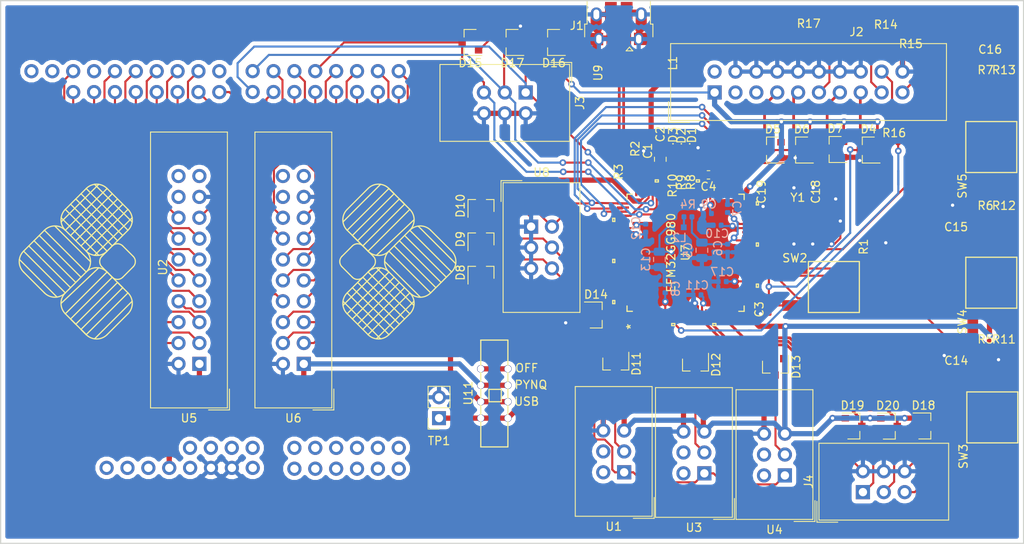
<source format=kicad_pcb>
(kicad_pcb (version 20171130) (host pcbnew 6.0.0-rc1-unknown-r13540.595666d46.fc27)
  (layers (0 F.Cu jumper hide) (31 B.Cu signal hide) (34 B.Paste user) (35 F.Paste user) (36 B.SilkS user) (37 F.SilkS user) (38 B.Mask user) (39 F.Mask user) (44 Edge.Cuts user))
  (net 0 "")
  (net 1 GND)
  (net 2 "Net-(C1-Pad2)")
  (net 3 "Net-(C2-Pad2)")
  (net 4 DH_#RESET)
  (net 5 "Net-(C4-Pad2)")
  (net 6 /AVDDU7)
  (net 7 DBG_PB_1)
  (net 8 DBG_PB_2)
  (net 9 DBG_PB_3)
  (net 10 DH_TMS_SWDIO)
  (net 11 DH_TCK_SWCLK)
  (net 12 "Net-(J2-Pad11)")
  (net 13 DH_TDO_SWO)
  (net 14 "Net-(J2-Pad17)")
  (net 15 DEBUG_EXT_CABLE_ATTACH)
  (net 16 "Net-(J2-Pad19)")
  (net 17 "Net-(L2-Pad2)")
  (net 18 "Net-(R1-Pad1)")
  (net 19 DBG_LED_1)
  (net 20 DBG_LED_2)
  (net 21 DBG_LED_3)
  (net 22 "Net-(R11-Pad2)")
  (net 23 "Net-(R12-Pad2)")
  (net 24 "Net-(R13-Pad2)")
  (net 25 PYNQ_3V3)
  (net 26 /CAM0_DOUT2)
  (net 27 /CAM0_DOUT3)
  (net 28 /CAM0_DOUT4)
  (net 29 /CAM0_DOUT5)
  (net 30 /CAM0_DOUT6)
  (net 31 /CAM0_DOUT7)
  (net 32 /CAM0_DOUT8)
  (net 33 /CAM0_DOUT9)
  (net 34 /CAM0_HREF)
  (net 35 /CAM0_VSYNC)
  (net 36 /CAM0_SDATA)
  (net 37 /CAM0_SCL)
  (net 38 /CAM1_DOUT2)
  (net 39 /CAM1_DOUT3)
  (net 40 /CAM1_DOUT5)
  (net 41 /CAM1_DOUT6)
  (net 42 /CAM1_DOUT7)
  (net 43 /CAM1_DOUT8)
  (net 44 /CAM1_DOUT9)
  (net 45 /CAM1_PCLK)
  (net 46 /CAM1_HREF)
  (net 47 /CAM1_SDATA)
  (net 48 /CAM1_SCL)
  (net 49 /CAM_CLK)
  (net 50 /US0_TX)
  (net 51 /US0_RX)
  (net 52 /US0_CLK)
  (net 53 /CAM1_VSYNC)
  (net 54 /CAM1_DOUT4)
  (net 55 /CAM0_PCLK)
  (net 56 "Net-(D1-Pad2)")
  (net 57 "Net-(D2-Pad2)")
  (net 58 "Net-(D3-Pad2)")
  (net 59 PULSE)
  (net 60 /US1_TX)
  (net 61 /Sheet5BB71F0E/INP)
  (net 62 /sheet5BB7B6EA/INP)
  (net 63 /US1_RX)
  (net 64 /US1_CLK)
  (net 65 /Ultra/RX2)
  (net 66 /Ultra/RX1)
  (net 67 /Ultra/RX0)
  (net 68 "Net-(U11-Pad4)")
  (net 69 VMCU)
  (net 70 /USB_D+)
  (net 71 /USB_D-)
  (net 72 "Net-(C19-Pad1)")
  (net 73 "Net-(C18-Pad1)")
  (net 74 /USB_5v)
  (net 75 /USB_R_D+)
  (net 76 /USB_R_D-)
  (module Package_TO_SOT_SMD:SOT-23 (layer F.Cu) (at 87.0648 107.932185 180)
    (fp_text reference D15 (at 0 -2.5 180) (layer F.SilkS))
    (fp_text value BAT54S)
    (pad 1 smd rect (at -1 -0.95 180) (size 0.9 0.8) (layers F.Cu F.Paste F.Mask) (net 69 VMCU))
    (pad 2 smd rect (at -1 0.95 180) (size 0.9 0.8) (layers F.Cu F.Paste F.Mask) (net 1 GND))
    (pad 3 smd rect (at 1 0 180) (size 0.9 0.8) (layers F.Cu F.Paste F.Mask) (net 52 /US0_CLK))
  )
  (module Package_TO_SOT_SMD:SOT-23 (layer F.Cu) (at 97.2248 107.932185 180)
    (fp_text reference D16 (at 0 -2.5 180) (layer F.SilkS))
    (fp_text value BAT54S)
    (pad 1 smd rect (at -1 -0.95 180) (size 0.9 0.8) (layers F.Cu F.Paste F.Mask) (net 69 VMCU))
    (pad 2 smd rect (at -1 0.95 180) (size 0.9 0.8) (layers F.Cu F.Paste F.Mask) (net 1 GND))
    (pad 3 smd rect (at 1 0 180) (size 0.9 0.8) (layers F.Cu F.Paste F.Mask) (net 50 /US0_TX))
  )
  (module Package_TO_SOT_SMD:SOT-23 (layer F.Cu) (at 92.174915 107.932185 180)
    (fp_text reference D17 (at 0 -2.5 180) (layer F.SilkS))
    (fp_text value BAT54S)
    (pad 1 smd rect (at -1 -0.95 180) (size 0.9 0.8) (layers F.Cu F.Paste F.Mask) (net 69 VMCU))
    (pad 2 smd rect (at -1 0.95 180) (size 0.9 0.8) (layers F.Cu F.Paste F.Mask) (net 1 GND))
    (pad 3 smd rect (at 1 0 180) (size 0.9 0.8) (layers F.Cu F.Paste F.Mask) (net 51 /US0_RX))
  )
  (module Connector_IDC:IDC-Header_2x03_P2.54mm_Vertical (layer F.Cu) (at 93.7957 114.0205 270)
    (fp_text reference J3 (at 1.27 -6.604 270) (layer F.SilkS))
    (fp_text value Conn_02x03_Odd_Even)
    (pad 1 thru_hole rect (at 0 0 270) (size 1.7272 1.7272) (drill 1.016) (layers *.Cu *.Mask) (net 50 /US0_TX))
    (pad 2 thru_hole oval (at 2.54 0 270) (size 1.7272 1.7272) (drill 1.016) (layers *.Cu *.Mask) (net 1 GND))
    (pad 3 thru_hole oval (at 0 2.54 270) (size 1.7272 1.7272) (drill 1.016) (layers *.Cu *.Mask) (net 51 /US0_RX))
    (pad 4 thru_hole oval (at 2.54 2.54 270) (size 1.7272 1.7272) (drill 1.016) (layers *.Cu *.Mask) (net 1 GND))
    (pad 5 thru_hole oval (at 0 5.08 270) (size 1.7272 1.7272) (drill 1.016) (layers *.Cu *.Mask) (net 52 /US0_CLK))
    (pad 6 thru_hole oval (at 2.54 5.08 270) (size 1.7272 1.7272) (drill 1.016) (layers *.Cu *.Mask) (net 1 GND))
  )
  (module Bricoleur-custom:PYNQ_Shield (layer F.Cu) (at 50.417647 134.398115 270)
    (fp_text reference U2 (at 0.889 0.762 270) (layer F.SilkS))
    (fp_text value PYNQ-Shield-Bricoleur-pcb-cache)
    (pad 12 thru_hole circle (at 22.86 -10.16 180) (size 1.7272 1.7272) (drill 1.016) (layers *.Cu *.Mask))
    (pad 11 thru_hole circle (at 22.86 -7.62 180) (size 1.7272 1.7272) (drill 1.016) (layers *.Cu *.Mask))
    (pad 10 thru_hole circle (at 22.86 -5.08 180) (size 1.7272 1.7272) (drill 1.016) (layers *.Cu *.Mask))
    (pad 8 thru_hole circle (at 25.294792 -10.172332 180) (size 1.7272 1.7272) (drill 1.016) (layers *.Cu *.Mask))
    (pad 7 thru_hole circle (at 25.294792 -7.632332 180) (size 1.7272 1.7272) (drill 1.016) (layers *.Cu *.Mask) (net 1 GND))
    (pad 6 thru_hole circle (at 25.294792 -5.092332 180) (size 1.7272 1.7272) (drill 1.016) (layers *.Cu *.Mask) (net 1 GND))
    (pad 5 thru_hole circle (at 25.294792 -2.552332 180) (size 1.7272 1.7272) (drill 1.016) (layers *.Cu *.Mask))
    (pad 4 thru_hole circle (at 25.294792 -0.012332 180) (size 1.7272 1.7272) (drill 1.016) (layers *.Cu *.Mask) (net 25 PYNQ_3V3))
    (pad 3 thru_hole circle (at 25.294792 2.527668 180) (size 1.7272 1.7272) (drill 1.016) (layers *.Cu *.Mask))
    (pad 2 thru_hole circle (at 25.294792 5.067668 180) (size 1.7272 1.7272) (drill 1.016) (layers *.Cu *.Mask))
    (pad 43 thru_hole circle (at -22.9743 -10.16 180) (size 1.7272 1.7272) (drill 1.016) (layers *.Cu *.Mask) (net 51 /US0_RX))
    (pad 13 thru_hole circle (at 25.4 -15.24 180) (size 1.7272 1.7272) (drill 1.016) (layers *.Cu *.Mask))
    (pad 25 thru_hole circle (at -22.965208 16.751668 180) (size 1.7272 1.7272) (drill 1.016) (layers *.Cu *.Mask))
    (pad 35 thru_hole circle (at -20.425208 11.671668 180) (size 1.7272 1.7272) (drill 1.016) (layers *.Cu *.Mask) (net 48 /CAM1_SCL))
    (pad 1 thru_hole circle (at 25.294792 7.607668 180) (size 1.7272 1.7272) (drill 1.016) (layers *.Cu *.Mask))
    (pad 9 thru_hole circle (at 22.86 -2.54 180) (size 1.7272 1.7272) (drill 1.016) (layers *.Cu *.Mask))
    (pad 14 thru_hole circle (at 25.4 -17.78 180) (size 1.7272 1.7272) (drill 1.016) (layers *.Cu *.Mask))
    (pad 15 thru_hole circle (at 25.4 -20.32 180) (size 1.7272 1.7272) (drill 1.016) (layers *.Cu *.Mask))
    (pad 16 thru_hole circle (at 25.4 -22.86 180) (size 1.7272 1.7272) (drill 1.016) (layers *.Cu *.Mask))
    (pad 17 thru_hole circle (at 25.4 -25.4 180) (size 1.7272 1.7272) (drill 1.016) (layers *.Cu *.Mask))
    (pad 18 thru_hole circle (at 25.4 -27.94 180) (size 1.7272 1.7272) (drill 1.016) (layers *.Cu *.Mask))
    (pad 19 thru_hole circle (at 22.86 -15.24 180) (size 1.7272 1.7272) (drill 1.016) (layers *.Cu *.Mask))
    (pad 20 thru_hole circle (at 22.86 -17.78 180) (size 1.7272 1.7272) (drill 1.016) (layers *.Cu *.Mask))
    (pad 21 thru_hole circle (at 22.86 -20.32 180) (size 1.7272 1.7272) (drill 1.016) (layers *.Cu *.Mask))
    (pad 22 thru_hole circle (at 22.86 -22.86 180) (size 1.7272 1.7272) (drill 1.016) (layers *.Cu *.Mask))
    (pad 23 thru_hole circle (at 22.86 -25.4 180) (size 1.7272 1.7272) (drill 1.016) (layers *.Cu *.Mask))
    (pad 24 thru_hole circle (at 22.86 -27.94 180) (size 1.7272 1.7272) (drill 1.016) (layers *.Cu *.Mask))
    (pad 26 thru_hole circle (at -22.965208 14.211668 180) (size 1.7272 1.7272) (drill 1.016) (layers *.Cu *.Mask))
    (pad 27 thru_hole circle (at -22.965208 11.671668 180) (size 1.7272 1.7272) (drill 1.016) (layers *.Cu *.Mask) (net 47 /CAM1_SDATA))
    (pad 28 thru_hole circle (at -22.965208 9.131668 180) (size 1.7272 1.7272) (drill 1.016) (layers *.Cu *.Mask))
    (pad 29 thru_hole circle (at -22.965208 6.591668 180) (size 1.7272 1.7272) (drill 1.016) (layers *.Cu *.Mask) (net 53 /CAM1_VSYNC))
    (pad 30 thru_hole circle (at -22.965208 4.051668 180) (size 1.7272 1.7272) (drill 1.016) (layers *.Cu *.Mask) (net 43 /CAM1_DOUT8))
    (pad 31 thru_hole circle (at -22.965208 1.511668 180) (size 1.7272 1.7272) (drill 1.016) (layers *.Cu *.Mask) (net 41 /CAM1_DOUT6))
    (pad 32 thru_hole circle (at -22.965208 -1.028332 180) (size 1.7272 1.7272) (drill 1.016) (layers *.Cu *.Mask) (net 54 /CAM1_DOUT4))
    (pad 33 thru_hole circle (at -22.965208 -3.568332 180) (size 1.7272 1.7272) (drill 1.016) (layers *.Cu *.Mask) (net 38 /CAM1_DOUT2))
    (pad 34 thru_hole circle (at -22.965208 -6.108332 180) (size 1.7272 1.7272) (drill 1.016) (layers *.Cu *.Mask))
    (pad 36 thru_hole circle (at -20.425208 9.131668 180) (size 1.7272 1.7272) (drill 1.016) (layers *.Cu *.Mask) (net 46 /CAM1_HREF))
    (pad 37 thru_hole circle (at -20.425208 6.591668 180) (size 1.7272 1.7272) (drill 1.016) (layers *.Cu *.Mask) (net 45 /CAM1_PCLK))
    (pad 38 thru_hole circle (at -20.425208 4.051668 180) (size 1.7272 1.7272) (drill 1.016) (layers *.Cu *.Mask) (net 44 /CAM1_DOUT9))
    (pad 39 thru_hole circle (at -20.425208 1.511668 180) (size 1.7272 1.7272) (drill 1.016) (layers *.Cu *.Mask) (net 42 /CAM1_DOUT7))
    (pad 40 thru_hole circle (at -20.425208 -1.028332 180) (size 1.7272 1.7272) (drill 1.016) (layers *.Cu *.Mask) (net 40 /CAM1_DOUT5))
    (pad 41 thru_hole circle (at -20.425208 -3.568332 180) (size 1.7272 1.7272) (drill 1.016) (layers *.Cu *.Mask) (net 39 /CAM1_DOUT3))
    (pad 42 thru_hole circle (at -20.425208 -6.108332 180) (size 1.7272 1.7272) (drill 1.016) (layers *.Cu *.Mask) (net 49 /CAM_CLK))
    (pad 44 thru_hole circle (at -22.9743 -12.7 180) (size 1.7272 1.7272) (drill 1.016) (layers *.Cu *.Mask) (net 26 /CAM0_DOUT2))
    (pad 45 thru_hole circle (at -22.9743 -15.24 180) (size 1.7272 1.7272) (drill 1.016) (layers *.Cu *.Mask) (net 29 /CAM0_DOUT5))
    (pad 46 thru_hole circle (at -22.9743 -17.78 180) (size 1.7272 1.7272) (drill 1.016) (layers *.Cu *.Mask) (net 52 /US0_CLK))
    (pad 47 thru_hole circle (at -22.9743 -20.32 180) (size 1.7272 1.7272) (drill 1.016) (layers *.Cu *.Mask) (net 31 /CAM0_DOUT7))
    (pad 48 thru_hole circle (at -22.9743 -22.86 180) (size 1.7272 1.7272) (drill 1.016) (layers *.Cu *.Mask) (net 33 /CAM0_DOUT9))
    (pad 49 thru_hole circle (at -22.9743 -25.4 180) (size 1.7272 1.7272) (drill 1.016) (layers *.Cu *.Mask) (net 35 /CAM0_VSYNC))
    (pad 50 thru_hole circle (at -22.9743 -27.94 180) (size 1.7272 1.7272) (drill 1.016) (layers *.Cu *.Mask) (net 37 /CAM0_SCL))
    (pad 51 thru_hole circle (at -20.4343 -10.16 180) (size 1.7272 1.7272) (drill 1.016) (layers *.Cu *.Mask) (net 50 /US0_TX))
    (pad 52 thru_hole circle (at -20.4343 -12.7 180) (size 1.7272 1.7272) (drill 1.016) (layers *.Cu *.Mask) (net 28 /CAM0_DOUT4))
    (pad 53 thru_hole circle (at -20.4343 -15.24 180) (size 1.7272 1.7272) (drill 1.016) (layers *.Cu *.Mask) (net 27 /CAM0_DOUT3))
    (pad 54 thru_hole circle (at -20.4343 -17.78 180) (size 1.7272 1.7272) (drill 1.016) (layers *.Cu *.Mask) (net 30 /CAM0_DOUT6))
    (pad 55 thru_hole circle (at -20.4343 -20.32 180) (size 1.7272 1.7272) (drill 1.016) (layers *.Cu *.Mask) (net 32 /CAM0_DOUT8))
    (pad 56 thru_hole circle (at -20.4343 -22.86 180) (size 1.7272 1.7272) (drill 1.016) (layers *.Cu *.Mask) (net 55 /CAM0_PCLK))
    (pad 57 thru_hole circle (at -20.4343 -25.4 180) (size 1.7272 1.7272) (drill 1.016) (layers *.Cu *.Mask) (net 34 /CAM0_HREF))
    (pad 58 thru_hole circle (at -20.4343 -27.94 180) (size 1.7272 1.7272) (drill 1.016) (layers *.Cu *.Mask) (net 36 /CAM0_SDATA))
  )
  (module Connector_IDC:IDC-Header_2x10_P2.54mm_Vertical (layer F.Cu) (at 54.099711 147.044663 180)
    (fp_text reference U5 (at 1.27 -6.604 180) (layer F.SilkS))
    (fp_text value Arducam-OV5642)
    (pad 20 thru_hole oval (at 2.54 22.86 180) (size 1.7272 1.7272) (drill 1.016) (layers *.Cu *.Mask))
    (pad 19 thru_hole oval (at 0 22.86 180) (size 1.7272 1.7272) (drill 1.016) (layers *.Cu *.Mask))
    (pad 18 thru_hole oval (at 2.54 20.32 180) (size 1.7272 1.7272) (drill 1.016) (layers *.Cu *.Mask))
    (pad 17 thru_hole oval (at 0 20.32 180) (size 1.7272 1.7272) (drill 1.016) (layers *.Cu *.Mask) (net 1 GND))
    (pad 16 thru_hole oval (at 2.54 17.78 180) (size 1.7272 1.7272) (drill 1.016) (layers *.Cu *.Mask) (net 38 /CAM1_DOUT2))
    (pad 15 thru_hole oval (at 0 17.78 180) (size 1.7272 1.7272) (drill 1.016) (layers *.Cu *.Mask) (net 39 /CAM1_DOUT3))
    (pad 14 thru_hole oval (at 2.54 15.24 180) (size 1.7272 1.7272) (drill 1.016) (layers *.Cu *.Mask) (net 54 /CAM1_DOUT4))
    (pad 13 thru_hole oval (at 0 15.24 180) (size 1.7272 1.7272) (drill 1.016) (layers *.Cu *.Mask) (net 40 /CAM1_DOUT5))
    (pad 12 thru_hole oval (at 2.54 12.7 180) (size 1.7272 1.7272) (drill 1.016) (layers *.Cu *.Mask) (net 41 /CAM1_DOUT6))
    (pad 11 thru_hole oval (at 0 12.7 180) (size 1.7272 1.7272) (drill 1.016) (layers *.Cu *.Mask) (net 42 /CAM1_DOUT7))
    (pad 10 thru_hole oval (at 2.54 10.16 180) (size 1.7272 1.7272) (drill 1.016) (layers *.Cu *.Mask) (net 43 /CAM1_DOUT8))
    (pad 9 thru_hole oval (at 0 10.16 180) (size 1.7272 1.7272) (drill 1.016) (layers *.Cu *.Mask) (net 44 /CAM1_DOUT9))
    (pad 8 thru_hole oval (at 2.54 7.62 180) (size 1.7272 1.7272) (drill 1.016) (layers *.Cu *.Mask) (net 49 /CAM_CLK))
    (pad 7 thru_hole oval (at 0 7.62 180) (size 1.7272 1.7272) (drill 1.016) (layers *.Cu *.Mask) (net 45 /CAM1_PCLK))
    (pad 6 thru_hole oval (at 2.54 5.08 180) (size 1.7272 1.7272) (drill 1.016) (layers *.Cu *.Mask) (net 46 /CAM1_HREF))
    (pad 5 thru_hole oval (at 0 5.08 180) (size 1.7272 1.7272) (drill 1.016) (layers *.Cu *.Mask) (net 53 /CAM1_VSYNC))
    (pad 4 thru_hole oval (at 2.54 2.54 180) (size 1.7272 1.7272) (drill 1.016) (layers *.Cu *.Mask) (net 47 /CAM1_SDATA))
    (pad 3 thru_hole oval (at 0 2.54 180) (size 1.7272 1.7272) (drill 1.016) (layers *.Cu *.Mask) (net 48 /CAM1_SCL))
    (pad 2 thru_hole oval (at 2.54 0 180) (size 1.7272 1.7272) (drill 1.016) (layers *.Cu *.Mask) (net 1 GND))
    (pad 1 thru_hole rect (at 0 0 180) (size 1.7272 1.7272) (drill 1.016) (layers *.Cu *.Mask) (net 25 PYNQ_3V3))
  )
  (module Connector_IDC:IDC-Header_2x10_P2.54mm_Vertical (layer F.Cu) (at 66.799711 147.044663 180)
    (fp_text reference U6 (at 1.27 -6.604 180) (layer F.SilkS))
    (fp_text value Arducam-OV5642)
    (pad 20 thru_hole oval (at 2.54 22.86 180) (size 1.7272 1.7272) (drill 1.016) (layers *.Cu *.Mask))
    (pad 19 thru_hole oval (at 0 22.86 180) (size 1.7272 1.7272) (drill 1.016) (layers *.Cu *.Mask))
    (pad 18 thru_hole oval (at 2.54 20.32 180) (size 1.7272 1.7272) (drill 1.016) (layers *.Cu *.Mask))
    (pad 17 thru_hole oval (at 0 20.32 180) (size 1.7272 1.7272) (drill 1.016) (layers *.Cu *.Mask) (net 1 GND))
    (pad 16 thru_hole oval (at 2.54 17.78 180) (size 1.7272 1.7272) (drill 1.016) (layers *.Cu *.Mask) (net 26 /CAM0_DOUT2))
    (pad 15 thru_hole oval (at 0 17.78 180) (size 1.7272 1.7272) (drill 1.016) (layers *.Cu *.Mask) (net 27 /CAM0_DOUT3))
    (pad 14 thru_hole oval (at 2.54 15.24 180) (size 1.7272 1.7272) (drill 1.016) (layers *.Cu *.Mask) (net 28 /CAM0_DOUT4))
    (pad 13 thru_hole oval (at 0 15.24 180) (size 1.7272 1.7272) (drill 1.016) (layers *.Cu *.Mask) (net 29 /CAM0_DOUT5))
    (pad 12 thru_hole oval (at 2.54 12.7 180) (size 1.7272 1.7272) (drill 1.016) (layers *.Cu *.Mask) (net 30 /CAM0_DOUT6))
    (pad 11 thru_hole oval (at 0 12.7 180) (size 1.7272 1.7272) (drill 1.016) (layers *.Cu *.Mask) (net 31 /CAM0_DOUT7))
    (pad 10 thru_hole oval (at 2.54 10.16 180) (size 1.7272 1.7272) (drill 1.016) (layers *.Cu *.Mask) (net 32 /CAM0_DOUT8))
    (pad 9 thru_hole oval (at 0 10.16 180) (size 1.7272 1.7272) (drill 1.016) (layers *.Cu *.Mask) (net 33 /CAM0_DOUT9))
    (pad 8 thru_hole oval (at 2.54 7.62 180) (size 1.7272 1.7272) (drill 1.016) (layers *.Cu *.Mask) (net 49 /CAM_CLK))
    (pad 7 thru_hole oval (at 0 7.62 180) (size 1.7272 1.7272) (drill 1.016) (layers *.Cu *.Mask) (net 55 /CAM0_PCLK))
    (pad 6 thru_hole oval (at 2.54 5.08 180) (size 1.7272 1.7272) (drill 1.016) (layers *.Cu *.Mask) (net 34 /CAM0_HREF))
    (pad 5 thru_hole oval (at 0 5.08 180) (size 1.7272 1.7272) (drill 1.016) (layers *.Cu *.Mask) (net 35 /CAM0_VSYNC))
    (pad 4 thru_hole oval (at 2.54 2.54 180) (size 1.7272 1.7272) (drill 1.016) (layers *.Cu *.Mask) (net 36 /CAM0_SDATA))
    (pad 3 thru_hole oval (at 0 2.54 180) (size 1.7272 1.7272) (drill 1.016) (layers *.Cu *.Mask) (net 37 /CAM0_SCL))
    (pad 2 thru_hole oval (at 2.54 0 180) (size 1.7272 1.7272) (drill 1.016) (layers *.Cu *.Mask) (net 1 GND))
    (pad 1 thru_hole rect (at 0 0 180) (size 1.7272 1.7272) (drill 1.016) (layers *.Cu *.Mask) (net 25 PYNQ_3V3))
  )
  (module Package_TO_SOT_SMD:SOT-23 (layer F.Cu) (at 127.3999 121.0243 180)
    (fp_text reference D6 (at 0 2.54 180) (layer F.SilkS))
    (fp_text value BAT54S)
    (pad 3 smd rect (at 1 0 180) (size 0.9 0.8) (layers F.Cu F.Paste F.Mask) (net 11 DH_TCK_SWCLK))
    (pad 2 smd rect (at -1 0.95 180) (size 0.9 0.8) (layers F.Cu F.Paste F.Mask) (net 69 VMCU))
    (pad 1 smd rect (at -1 -0.95 180) (size 0.9 0.8) (layers F.Cu F.Paste F.Mask) (net 1 GND))
  )
  (module Package_TO_SOT_SMD:SOT-23 (layer F.Cu) (at 135.5119 121.0243 180)
    (fp_text reference D4 (at 0 2.54 180) (layer F.SilkS))
    (fp_text value BAT54S)
    (pad 3 smd rect (at 1 0 180) (size 0.9 0.8) (layers F.Cu F.Paste F.Mask) (net 4 DH_#RESET))
    (pad 2 smd rect (at -1 0.95 180) (size 0.9 0.8) (layers F.Cu F.Paste F.Mask) (net 69 VMCU))
    (pad 1 smd rect (at -1 -0.95 180) (size 0.9 0.8) (layers F.Cu F.Paste F.Mask) (net 1 GND))
  )
  (module Resistor_SMD:R_0402_1005Metric (layer F.Cu) (at 137.6106 106.9315)
    (fp_text reference R14 (at 0 -1.17) (layer F.SilkS))
    (fp_text value 100K)
    (pad 2 smd roundrect (at 0.485 0) (size 0.59 0.64) (layers F.Cu F.Paste F.Mask) (net 1 GND))
    (pad 1 smd roundrect (at -0.485 0) (size 0.59 0.64) (layers F.Cu F.Paste F.Mask) (net 14 "Net-(J2-Pad17)"))
  )
  (module Resistor_SMD:R_0402_1005Metric (layer F.Cu) (at 140.6586 106.9315 180)
    (fp_text reference R15 (at 0 -1.17 180) (layer F.SilkS))
    (fp_text value 100K)
    (pad 2 smd roundrect (at 0.485 0 180) (size 0.59 0.64) (layers F.Cu F.Paste F.Mask) (net 1 GND))
    (pad 1 smd roundrect (at -0.485 0 180) (size 0.59 0.64) (layers F.Cu F.Paste F.Mask) (net 16 "Net-(J2-Pad19)"))
  )
  (module Connector_IDC:IDC-Header_2x03_P2.54mm_Vertical (layer F.Cu) (at 115.5381 160.3595 180)
    (fp_text reference U3 (at 1.27 -6.604 180) (layer F.SilkS))
    (fp_text value Ultrasonic-LV-EZ0)
    (pad 6 thru_hole oval (at 2.54 5.08 180) (size 1.7272 1.7272) (drill 1.016) (layers *.Cu *.Mask) (net 1 GND))
    (pad 5 thru_hole oval (at 0 5.08 180) (size 1.7272 1.7272) (drill 1.016) (layers *.Cu *.Mask) (net 69 VMCU))
    (pad 4 thru_hole oval (at 2.54 2.54 180) (size 1.7272 1.7272) (drill 1.016) (layers *.Cu *.Mask))
    (pad 3 thru_hole oval (at 0 2.54 180) (size 1.7272 1.7272) (drill 1.016) (layers *.Cu *.Mask) (net 66 /Ultra/RX1))
    (pad 2 thru_hole oval (at 2.54 0 180) (size 1.7272 1.7272) (drill 1.016) (layers *.Cu *.Mask))
    (pad 1 thru_hole rect (at 0 0 180) (size 1.7272 1.7272) (drill 1.016) (layers *.Cu *.Mask) (net 59 PULSE))
  )
  (module Bricoleur-custom:SWITCH_WURTH_4301182043816 (layer F.Cu) (at 126.5452 135.439)
    (fp_text reference SW2 (at 0 -1.27) (layer F.SilkS))
    (fp_text value SW_Push)
    (pad 1 smd rect (at 0 0) (size 3.1 1.3) (layers F.Cu F.Paste F.Mask) (net 18 "Net-(R1-Pad1)"))
    (pad 1 smd rect (at 9.5 0) (size 3.1 1.3) (layers F.Cu F.Paste F.Mask) (net 18 "Net-(R1-Pad1)"))
    (pad 2 smd rect (at 9.5 4.5) (size 3.1 1.3) (layers F.Cu F.Paste F.Mask) (net 4 DH_#RESET))
    (pad 2 smd rect (at 0 4.5) (size 3.1 1.3) (layers F.Cu F.Paste F.Mask) (net 4 DH_#RESET))
  )
  (module Resistor_SMD:R_0402_1005Metric (layer F.Cu) (at 136.0866 132.7935 90)
    (fp_text reference R1 (at 0 -1.17 90) (layer F.SilkS))
    (fp_text value 100R)
    (pad 2 smd roundrect (at 0.485 0 90) (size 0.59 0.64) (layers F.Cu F.Paste F.Mask) (net 1 GND))
    (pad 1 smd roundrect (at -0.485 0 90) (size 0.59 0.64) (layers F.Cu F.Paste F.Mask) (net 18 "Net-(R1-Pad1)"))
  )
  (module EFM32GG980:EFM32GG980 (layer F.Cu) (at 113.2521 133.5211 90)
    (fp_text reference U7 (at 0 0 90) (layer F.SilkS))
    (fp_text value EFM32GG980 (at 0 -1.7653 90) (layer F.SilkS))
    (fp_text user * (at -8.9916 -6.631 90) (layer F.SilkS))
    (pad 100 smd rect (at -6.000001 -7.62 90) (size 0.2794 1.4732) (layers F.Cu F.Paste F.Mask))
    (pad 99 smd rect (at -5.499999 -7.62 90) (size 0.2794 1.4732) (layers F.Cu F.Paste F.Mask))
    (pad 98 smd rect (at -5 -7.62 90) (size 0.2794 1.4732) (layers F.Cu F.Paste F.Mask))
    (pad 97 smd rect (at -4.500001 -7.62 90) (size 0.2794 1.4732) (layers F.Cu F.Paste F.Mask))
    (pad 96 smd rect (at -4 -7.62 90) (size 0.2794 1.4732) (layers F.Cu F.Paste F.Mask))
    (pad 95 smd rect (at -3.500001 -7.62 90) (size 0.2794 1.4732) (layers F.Cu F.Paste F.Mask) (net 61 /Sheet5BB71F0E/INP))
    (pad 94 smd rect (at -2.999999 -7.62 90) (size 0.2794 1.4732) (layers F.Cu F.Paste F.Mask) (net 62 /sheet5BB7B6EA/INP))
    (pad 93 smd rect (at -2.5 -7.62 90) (size 0.2794 1.4732) (layers F.Cu F.Paste F.Mask))
    (pad 92 smd rect (at -2.000001 -7.62 90) (size 0.2794 1.4732) (layers F.Cu F.Paste F.Mask))
    (pad 91 smd rect (at -1.5 -7.62 90) (size 0.2794 1.4732) (layers F.Cu F.Paste F.Mask))
    (pad 90 smd rect (at -1.000001 -7.62 90) (size 0.2794 1.4732) (layers F.Cu F.Paste F.Mask))
    (pad 89 smd rect (at -0.499999 -7.62 90) (size 0.2794 1.4732) (layers F.Cu F.Paste F.Mask))
    (pad 88 smd rect (at 0 -7.62 90) (size 0.2794 1.4732) (layers F.Cu F.Paste F.Mask))
    (pad 87 smd rect (at 0.499999 -7.62 90) (size 0.2794 1.4732) (layers F.Cu F.Paste F.Mask))
    (pad 86 smd rect (at 1.000001 -7.62 90) (size 0.2794 1.4732) (layers F.Cu F.Paste F.Mask))
    (pad 85 smd rect (at 1.5 -7.62 90) (size 0.2794 1.4732) (layers F.Cu F.Paste F.Mask))
    (pad 84 smd rect (at 2.000001 -7.62 90) (size 0.2794 1.4732) (layers F.Cu F.Paste F.Mask))
    (pad 83 smd rect (at 2.5 -7.62 90) (size 0.2794 1.4732) (layers F.Cu F.Paste F.Mask) (net 1 GND))
    (pad 82 smd rect (at 2.999999 -7.62 90) (size 0.2794 1.4732) (layers F.Cu F.Paste F.Mask) (net 69 VMCU))
    (pad 81 smd rect (at 3.500001 -7.62 90) (size 0.2794 1.4732) (layers F.Cu F.Paste F.Mask))
    (pad 80 smd rect (at 4 -7.62 90) (size 0.2794 1.4732) (layers F.Cu F.Paste F.Mask))
    (pad 79 smd rect (at 4.500001 -7.62 90) (size 0.2794 1.4732) (layers F.Cu F.Paste F.Mask) (net 3 "Net-(C2-Pad2)"))
    (pad 78 smd rect (at 5 -7.62 90) (size 0.2794 1.4732) (layers F.Cu F.Paste F.Mask) (net 13 DH_TDO_SWO))
    (pad 77 smd rect (at 5.499999 -7.62 90) (size 0.2794 1.4732) (layers F.Cu F.Paste F.Mask) (net 10 DH_TMS_SWDIO))
    (pad 76 smd rect (at 6.000001 -7.62 90) (size 0.2794 1.4732) (layers F.Cu F.Paste F.Mask) (net 11 DH_TCK_SWCLK))
    (pad 75 smd rect (at 7.62 -6.000001 180) (size 0.2794 1.4732) (layers F.Cu F.Paste F.Mask) (net 76 /USB_R_D-))
    (pad 74 smd rect (at 7.62 -5.499999 180) (size 0.2794 1.4732) (layers F.Cu F.Paste F.Mask) (net 75 /USB_R_D+))
    (pad 73 smd rect (at 7.62 -5 180) (size 0.2794 1.4732) (layers F.Cu F.Paste F.Mask) (net 2 "Net-(C1-Pad2)"))
    (pad 72 smd rect (at 7.62 -4.500001 180) (size 0.2794 1.4732) (layers F.Cu F.Paste F.Mask) (net 3 "Net-(C2-Pad2)"))
    (pad 71 smd rect (at 7.62 -4 180) (size 0.2794 1.4732) (layers F.Cu F.Paste F.Mask) (net 50 /US0_TX))
    (pad 70 smd rect (at 7.62 -3.500001 180) (size 0.2794 1.4732) (layers F.Cu F.Paste F.Mask) (net 51 /US0_RX))
    (pad 69 smd rect (at 7.62 -2.999999 180) (size 0.2794 1.4732) (layers F.Cu F.Paste F.Mask) (net 52 /US0_CLK))
    (pad 68 smd rect (at 7.62 -2.5 180) (size 0.2794 1.4732) (layers F.Cu F.Paste F.Mask))
    (pad 67 smd rect (at 7.62 -2.000001 180) (size 0.2794 1.4732) (layers F.Cu F.Paste F.Mask))
    (pad 66 smd rect (at 7.62 -1.5 180) (size 0.2794 1.4732) (layers F.Cu F.Paste F.Mask))
    (pad 65 smd rect (at 7.62 -1.000001 180) (size 0.2794 1.4732) (layers F.Cu F.Paste F.Mask))
    (pad 64 smd rect (at 7.62 -0.499999 180) (size 0.2794 1.4732) (layers F.Cu F.Paste F.Mask) (net 21 DBG_LED_3))
    (pad 63 smd rect (at 7.62 0 180) (size 0.2794 1.4732) (layers F.Cu F.Paste F.Mask) (net 20 DBG_LED_2))
    (pad 62 smd rect (at 7.62 0.499999 180) (size 0.2794 1.4732) (layers F.Cu F.Paste F.Mask) (net 19 DBG_LED_1))
    (pad 61 smd rect (at 7.62 1.000001 180) (size 0.2794 1.4732) (layers F.Cu F.Paste F.Mask))
    (pad 60 smd rect (at 7.62 1.5 180) (size 0.2794 1.4732) (layers F.Cu F.Paste F.Mask))
    (pad 59 smd rect (at 7.62 2.000001 180) (size 0.2794 1.4732) (layers F.Cu F.Paste F.Mask) (net 5 "Net-(C4-Pad2)"))
    (pad 58 smd rect (at 7.62 2.5 180) (size 0.2794 1.4732) (layers F.Cu F.Paste F.Mask) (net 1 GND))
    (pad 57 smd rect (at 7.62 2.999999 180) (size 0.2794 1.4732) (layers F.Cu F.Paste F.Mask) (net 69 VMCU))
    (pad 56 smd rect (at 7.62 3.500001 180) (size 0.2794 1.4732) (layers F.Cu F.Paste F.Mask))
    (pad 55 smd rect (at 7.62 4 180) (size 0.2794 1.4732) (layers F.Cu F.Paste F.Mask))
    (pad 54 smd rect (at 7.62 4.500001 180) (size 0.2794 1.4732) (layers F.Cu F.Paste F.Mask))
    (pad 53 smd rect (at 7.62 5 180) (size 0.2794 1.4732) (layers F.Cu F.Paste F.Mask))
    (pad 52 smd rect (at 7.62 5.499999 180) (size 0.2794 1.4732) (layers F.Cu F.Paste F.Mask))
    (pad 51 smd rect (at 7.62 6.000001 180) (size 0.2794 1.4732) (layers F.Cu F.Paste F.Mask))
    (pad 50 smd rect (at 6.000001 7.62 90) (size 0.2794 1.4732) (layers F.Cu F.Paste F.Mask))
    (pad 49 smd rect (at 5.499999 7.62 90) (size 0.2794 1.4732) (layers F.Cu F.Paste F.Mask))
    (pad 48 smd rect (at 5 7.62 90) (size 0.2794 1.4732) (layers F.Cu F.Paste F.Mask))
    (pad 47 smd rect (at 4.500001 7.62 90) (size 0.2794 1.4732) (layers F.Cu F.Paste F.Mask))
    (pad 46 smd rect (at 4 7.62 90) (size 0.2794 1.4732) (layers F.Cu F.Paste F.Mask))
    (pad 45 smd rect (at 3.500001 7.62 90) (size 0.2794 1.4732) (layers F.Cu F.Paste F.Mask) (net 6 /AVDDU7))
    (pad 44 smd rect (at 2.999999 7.62 90) (size 0.2794 1.4732) (layers F.Cu F.Paste F.Mask) (net 69 VMCU))
    (pad 43 smd rect (at 2.5 7.62 90) (size 0.2794 1.4732) (layers F.Cu F.Paste F.Mask) (net 72 "Net-(C19-Pad1)"))
    (pad 42 smd rect (at 2.000001 7.62 90) (size 0.2794 1.4732) (layers F.Cu F.Paste F.Mask) (net 73 "Net-(C18-Pad1)"))
    (pad 41 smd rect (at 1.5 7.62 90) (size 0.2794 1.4732) (layers F.Cu F.Paste F.Mask) (net 6 /AVDDU7))
    (pad 40 smd rect (at 1.000001 7.62 90) (size 0.2794 1.4732) (layers F.Cu F.Paste F.Mask))
    (pad 39 smd rect (at 0.499999 7.62 90) (size 0.2794 1.4732) (layers F.Cu F.Paste F.Mask) (net 9 DBG_PB_3))
    (pad 38 smd rect (at 0 7.62 90) (size 0.2794 1.4732) (layers F.Cu F.Paste F.Mask) (net 8 DBG_PB_2))
    (pad 37 smd rect (at -0.499999 7.62 90) (size 0.2794 1.4732) (layers F.Cu F.Paste F.Mask) (net 7 DBG_PB_1))
    (pad 36 smd rect (at -1.000001 7.62 90) (size 0.2794 1.4732) (layers F.Cu F.Paste F.Mask) (net 4 DH_#RESET))
    (pad 35 smd rect (at -1.5 7.62 90) (size 0.2794 1.4732) (layers F.Cu F.Paste F.Mask))
    (pad 34 smd rect (at -2.000001 7.62 90) (size 0.2794 1.4732) (layers F.Cu F.Paste F.Mask))
    (pad 33 smd rect (at -2.5 7.62 90) (size 0.2794 1.4732) (layers F.Cu F.Paste F.Mask))
    (pad 32 smd rect (at -2.999999 7.62 90) (size 0.2794 1.4732) (layers F.Cu F.Paste F.Mask))
    (pad 31 smd rect (at -3.500001 7.62 90) (size 0.2794 1.4732) (layers F.Cu F.Paste F.Mask) (net 69 VMCU))
    (pad 30 smd rect (at -4 7.62 90) (size 0.2794 1.4732) (layers F.Cu F.Paste F.Mask))
    (pad 29 smd rect (at -4.500001 7.62 90) (size 0.2794 1.4732) (layers F.Cu F.Paste F.Mask))
    (pad 28 smd rect (at -5 7.62 90) (size 0.2794 1.4732) (layers F.Cu F.Paste F.Mask))
    (pad 27 smd rect (at -5.499999 7.62 90) (size 0.2794 1.4732) (layers F.Cu F.Paste F.Mask))
    (pad 26 smd rect (at -6.000001 7.62 90) (size 0.2794 1.4732) (layers F.Cu F.Paste F.Mask))
    (pad 25 smd rect (at -7.62 6.000001 180) (size 0.2794 1.4732) (layers F.Cu F.Paste F.Mask))
    (pad 24 smd rect (at -7.62 5.499999 180) (size 0.2794 1.4732) (layers F.Cu F.Paste F.Mask) (net 64 /US1_CLK))
    (pad 23 smd rect (at -7.62 5 180) (size 0.2794 1.4732) (layers F.Cu F.Paste F.Mask))
    (pad 22 smd rect (at -7.62 4.499999 180) (size 0.2794 1.4732) (layers F.Cu F.Paste F.Mask))
    (pad 21 smd rect (at -7.62 4 180) (size 0.2794 1.4732) (layers F.Cu F.Paste F.Mask))
    (pad 20 smd rect (at -7.62 3.500001 180) (size 0.2794 1.4732) (layers F.Cu F.Paste F.Mask))
    (pad 19 smd rect (at -7.62 2.999999 180) (size 0.2794 1.4732) (layers F.Cu F.Paste F.Mask) (net 63 /US1_RX))
    (pad 18 smd rect (at -7.62 2.5 180) (size 0.2794 1.4732) (layers F.Cu F.Paste F.Mask) (net 60 /US1_TX))
    (pad 17 smd rect (at -7.62 1.999999 180) (size 0.2794 1.4732) (layers F.Cu F.Paste F.Mask) (net 69 VMCU))
    (pad 16 smd rect (at -7.62 1.5 180) (size 0.2794 1.4732) (layers F.Cu F.Paste F.Mask) (net 1 GND))
    (pad 15 smd rect (at -7.62 1.000001 180) (size 0.2794 1.4732) (layers F.Cu F.Paste F.Mask))
    (pad 14 smd rect (at -7.62 0.499999 180) (size 0.2794 1.4732) (layers F.Cu F.Paste F.Mask))
    (pad 13 smd rect (at -7.62 0 180) (size 0.2794 1.4732) (layers F.Cu F.Paste F.Mask))
    (pad 12 smd rect (at -7.62 -0.500002 180) (size 0.2794 1.4732) (layers F.Cu F.Paste F.Mask))
    (pad 11 smd rect (at -7.62 -1.000001 180) (size 0.2794 1.4732) (layers F.Cu F.Paste F.Mask))
    (pad 10 smd rect (at -7.62 -1.5 180) (size 0.2794 1.4732) (layers F.Cu F.Paste F.Mask) (net 15 DEBUG_EXT_CABLE_ATTACH))
    (pad 9 smd rect (at -7.62 -2.000001 180) (size 0.2794 1.4732) (layers F.Cu F.Paste F.Mask))
    (pad 8 smd rect (at -7.62 -2.5 180) (size 0.2794 1.4732) (layers F.Cu F.Paste F.Mask) (net 69 VMCU))
    (pad 7 smd rect (at -7.62 -2.999999 180) (size 0.2794 1.4732) (layers F.Cu F.Paste F.Mask))
    (pad 6 smd rect (at -7.62 -3.500001 180) (size 0.2794 1.4732) (layers F.Cu F.Paste F.Mask) (net 65 /Ultra/RX2))
    (pad 5 smd rect (at -7.62 -4 180) (size 0.2794 1.4732) (layers F.Cu F.Paste F.Mask) (net 66 /Ultra/RX1))
    (pad 4 smd rect (at -7.62 -4.500001 180) (size 0.2794 1.4732) (layers F.Cu F.Paste F.Mask) (net 67 /Ultra/RX0))
    (pad 3 smd rect (at -7.62 -5 180) (size 0.2794 1.4732) (layers F.Cu F.Paste F.Mask))
    (pad 2 smd rect (at -7.62 -5.499999 180) (size 0.2794 1.4732) (layers F.Cu F.Paste F.Mask))
    (pad 1 smd rect (at -7.62 -6.000001 180) (size 0.2794 1.4732) (layers F.Cu F.Paste F.Mask) (net 59 PULSE))
  )
  (module Capacitor_SMD:C_0805_2012Metric (layer F.Cu) (at 110.1786 122.1485 270)
    (fp_text reference C2 (at -3.048 0 270) (layer F.SilkS))
    (fp_text value 4U7)
    (pad 2 smd roundrect (at 0.9375 0 270) (size 0.975 1.4) (layers F.Cu F.Paste F.Mask) (net 3 "Net-(C2-Pad2)"))
    (pad 1 smd roundrect (at -0.9375 0 270) (size 0.975 1.4) (layers F.Cu F.Paste F.Mask) (net 1 GND))
  )
  (module Bricoleur-custom:SW_CK_JS203011 (layer F.Cu) (at 88.3346 153.6445 90)
    (fp_text reference U11 (at 3.048 -1.524 90) (layer F.SilkS))
    (fp_text value SW_DP3T)
    (pad 4 thru_hole circle (at 6 3.3 90) (size 0.9 0.9) (drill 0.8) (layers *.Cu *.Mask) (net 68 "Net-(U11-Pad4)"))
    (pad 4 thru_hole circle (at 6 0 90) (size 0.9 0.9) (drill 0.8) (layers *.Cu *.Mask) (net 68 "Net-(U11-Pad4)"))
    (pad 3 thru_hole circle (at 4 3.3 90) (size 0.9 0.9) (drill 0.8) (layers *.Cu *.Mask) (net 25 PYNQ_3V3))
    (pad 2 thru_hole circle (at 2 3.3 90) (size 0.9 0.9) (drill 0.8) (layers *.Cu *.Mask) (net 2 "Net-(C1-Pad2)"))
    (pad 1 thru_hole circle (at 0 3.3 90) (size 0.9 0.9) (drill 0.8) (layers *.Cu *.Mask) (net 69 VMCU))
    (pad 3 thru_hole circle (at 4 0 90) (size 0.9 0.9) (drill 0.8) (layers *.Cu *.Mask) (net 25 PYNQ_3V3))
    (pad 2 thru_hole circle (at 2 0 90) (size 0.9 0.9) (drill 0.8) (layers *.Cu *.Mask) (net 2 "Net-(C1-Pad2)"))
    (pad 1 thru_hole circle (at 0 0 90) (size 0.9 0.9) (drill 0.8) (layers *.Cu *.Mask) (net 69 VMCU))
  )
  (module Connector_PinSocket_2.54mm:PinSocket_1x02_P2.54mm_Vertical (layer F.Cu) (at 83.2546 153.6445 180)
    (fp_text reference TP1 (at 0 -2.77 180) (layer F.SilkS))
    (fp_text value Test_VMCU)
    (pad 2 thru_hole oval (at 0 2.54 180) (size 1.7 1.7) (drill 1) (layers *.Cu *.Mask) (net 1 GND))
    (pad 1 thru_hole rect (at 0 0 180) (size 1.7 1.7) (drill 1) (layers *.Cu *.Mask) (net 69 VMCU))
  )
  (module Connector_USB:USB_Micro-B_Amphenol_10103594-0001LF_Horizontal (layer F.Cu) (at 105.0986 105.6385 180)
    (fp_text reference J1 (at 5.08 -0.254 180) (layer F.SilkS))
    (fp_text value USB_B_Micro)
    (pad 6 smd rect (at 2.725 0.185 180) (size 1.35 2) (layers F.Cu F.Paste F.Mask) (net 1 GND))
    (pad 6 smd rect (at -2.755 0.185 180) (size 1.35 2) (layers F.Cu F.Paste F.Mask) (net 1 GND))
    (pad 6 smd rect (at -2.975 -0.565 180) (size 1.825 0.7) (layers F.Cu F.Paste F.Mask) (net 1 GND))
    (pad 6 smd rect (at 2.975 -0.565 180) (size 1.825 0.7) (layers F.Cu F.Paste F.Mask) (net 1 GND))
    (pad 6 smd rect (at -2.875 -1.865 180) (size 2 1.5) (layers F.Cu F.Paste F.Mask) (net 1 GND))
    (pad 6 smd rect (at 2.875 -1.885 180) (size 2 1.5) (layers F.Cu F.Paste F.Mask) (net 1 GND))
    (pad 1 smd rect (at -1.325 -1.765 270) (size 1.65 0.4) (layers F.Cu F.Paste F.Mask) (net 74 /USB_5v))
    (pad 2 smd rect (at -0.675 -1.765 270) (size 1.65 0.4) (layers F.Cu F.Paste F.Mask) (net 71 /USB_D-))
    (pad 3 smd rect (at -0.025 -1.765 270) (size 1.65 0.4) (layers F.Cu F.Paste F.Mask) (net 70 /USB_D+))
    (pad 4 smd rect (at 0.625 -1.765 270) (size 1.65 0.4) (layers F.Cu F.Paste F.Mask))
    (pad 5 smd rect (at 1.275 -1.765 270) (size 1.65 0.4) (layers F.Cu F.Paste F.Mask) (net 1 GND))
    (pad 6 thru_hole oval (at -2.445 -1.885 270) (size 1.5 1.1) (drill oval 1.05 0.65) (layers *.Cu *.Mask) (net 1 GND))
    (pad 6 thru_hole oval (at 2.395 -1.885 270) (size 1.5 1.1) (drill oval 1.05 0.65) (layers *.Cu *.Mask) (net 1 GND))
    (pad 6 thru_hole oval (at -2.755 1.115 270) (size 1.7 1.35) (drill oval 1.2 0.7) (layers *.Cu *.Mask) (net 1 GND))
    (pad 6 thru_hole oval (at 2.705 1.115 270) (size 1.7 1.35) (drill oval 1.2 0.7) (layers *.Cu *.Mask) (net 1 GND))
    (pad 6 smd rect (at -0.985 1.385 270) (size 2.5 1.43) (layers F.Cu F.Paste F.Mask) (net 1 GND))
    (pad 6 smd rect (at 0.935 1.385 270) (size 2.5 1.43) (layers F.Cu F.Paste F.Mask) (net 1 GND))
  )
  (module Connector_IDC:IDC-Header_2x03_P2.54mm_Vertical (layer F.Cu) (at 94.4561 130.3461)
    (fp_text reference U8 (at 1.27 -6.604) (layer F.SilkS))
    (fp_text value UART_BOOT)
    (pad 6 thru_hole oval (at 2.54 5.08) (size 1.7272 1.7272) (drill 1.016) (layers *.Cu *.Mask) (net 61 /Sheet5BB71F0E/INP))
    (pad 5 thru_hole oval (at 0 5.08) (size 1.7272 1.7272) (drill 1.016) (layers *.Cu *.Mask) (net 1 GND))
    (pad 4 thru_hole oval (at 2.54 2.54) (size 1.7272 1.7272) (drill 1.016) (layers *.Cu *.Mask) (net 62 /sheet5BB7B6EA/INP))
    (pad 3 thru_hole oval (at 0 2.54) (size 1.7272 1.7272) (drill 1.016) (layers *.Cu *.Mask) (net 1 GND))
    (pad 2 thru_hole oval (at 2.54 0) (size 1.7272 1.7272) (drill 1.016) (layers *.Cu *.Mask) (net 11 DH_TCK_SWCLK))
    (pad 1 thru_hole rect (at 0 0) (size 1.7272 1.7272) (drill 1.016) (layers *.Cu *.Mask) (net 1 GND))
  )
  (module Connector_IDC:IDC-Header_2x03_P2.54mm_Vertical (layer F.Cu) (at 125.3361 160.6135 180)
    (fp_text reference U4 (at 1.27 -6.604 180) (layer F.SilkS))
    (fp_text value Ultrasonic-LV-EZ0)
    (pad 6 thru_hole oval (at 2.54 5.08 180) (size 1.7272 1.7272) (drill 1.016) (layers *.Cu *.Mask) (net 1 GND))
    (pad 5 thru_hole oval (at 0 5.08 180) (size 1.7272 1.7272) (drill 1.016) (layers *.Cu *.Mask) (net 69 VMCU))
    (pad 4 thru_hole oval (at 2.54 2.54 180) (size 1.7272 1.7272) (drill 1.016) (layers *.Cu *.Mask))
    (pad 3 thru_hole oval (at 0 2.54 180) (size 1.7272 1.7272) (drill 1.016) (layers *.Cu *.Mask) (net 65 /Ultra/RX2))
    (pad 2 thru_hole oval (at 2.54 0 180) (size 1.7272 1.7272) (drill 1.016) (layers *.Cu *.Mask))
    (pad 1 thru_hole rect (at 0 0 180) (size 1.7272 1.7272) (drill 1.016) (layers *.Cu *.Mask) (net 59 PULSE))
  )
  (module Package_TO_SOT_SMD:SOT-23 (layer F.Cu) (at 142.328265 154.595315)
    (fp_text reference D18 (at -0.127 -2.5) (layer F.SilkS))
    (fp_text value BAT54S)
    (pad 3 smd rect (at 1 0) (size 0.9 0.8) (layers F.Cu F.Paste F.Mask) (net 64 /US1_CLK))
    (pad 2 smd rect (at -1 0.95) (size 0.9 0.8) (layers F.Cu F.Paste F.Mask) (net 1 GND))
    (pad 1 smd rect (at -1 -0.95) (size 0.9 0.8) (layers F.Cu F.Paste F.Mask) (net 69 VMCU))
  )
  (module Package_TO_SOT_SMD:SOT-23 (layer F.Cu) (at 133.692265 154.596825)
    (fp_text reference D19 (at -0.127 -2.5) (layer F.SilkS))
    (fp_text value BAT54S)
    (pad 3 smd rect (at 1 0) (size 0.9 0.8) (layers F.Cu F.Paste F.Mask) (net 60 /US1_TX))
    (pad 2 smd rect (at -1 0.95) (size 0.9 0.8) (layers F.Cu F.Paste F.Mask) (net 1 GND))
    (pad 1 smd rect (at -1 -0.95) (size 0.9 0.8) (layers F.Cu F.Paste F.Mask) (net 69 VMCU))
  )
  (module Package_TO_SOT_SMD:SOT-23 (layer F.Cu) (at 138.006535 154.612825)
    (fp_text reference D20 (at -0.127 -2.5) (layer F.SilkS))
    (fp_text value BAT54S)
    (pad 3 smd rect (at 1 0) (size 0.9 0.8) (layers F.Cu F.Paste F.Mask) (net 63 /US1_RX))
    (pad 2 smd rect (at -1 0.95) (size 0.9 0.8) (layers F.Cu F.Paste F.Mask) (net 1 GND))
    (pad 1 smd rect (at -1 -0.95) (size 0.9 0.8) (layers F.Cu F.Paste F.Mask) (net 69 VMCU))
  )
  (module Connector_IDC:IDC-Header_2x03_P2.54mm_Vertical (layer F.Cu) (at 134.82875 162.64451 90)
    (fp_text reference J4 (at 1.27 -6.604 90) (layer F.SilkS))
    (fp_text value Conn_02x03_Odd_Even)
    (pad 6 thru_hole oval (at 2.54 5.08 90) (size 1.7272 1.7272) (drill 1.016) (layers *.Cu *.Mask) (net 1 GND))
    (pad 5 thru_hole oval (at 0 5.08 90) (size 1.7272 1.7272) (drill 1.016) (layers *.Cu *.Mask) (net 64 /US1_CLK))
    (pad 4 thru_hole oval (at 2.54 2.54 90) (size 1.7272 1.7272) (drill 1.016) (layers *.Cu *.Mask) (net 1 GND))
    (pad 3 thru_hole oval (at 0 2.54 90) (size 1.7272 1.7272) (drill 1.016) (layers *.Cu *.Mask) (net 63 /US1_RX))
    (pad 2 thru_hole oval (at 2.54 0 90) (size 1.7272 1.7272) (drill 1.016) (layers *.Cu *.Mask) (net 1 GND))
    (pad 1 thru_hole rect (at 0 0 90) (size 1.7272 1.7272) (drill 1.016) (layers *.Cu *.Mask) (net 60 /US1_TX))
  )
  (module Capacitor_SMD:C_0402_1005Metric (layer F.Cu) (at 130.25443 126.102304 90)
    (fp_text reference C18 (at 0 -1.17 90) (layer F.SilkS))
    (fp_text value 27p)
    (pad 2 smd roundrect (at 0.485 0 90) (size 0.59 0.64) (layers F.Cu F.Paste F.Mask) (net 1 GND))
    (pad 1 smd roundrect (at -0.485 0 90) (size 0.59 0.64) (layers F.Cu F.Paste F.Mask) (net 73 "Net-(C18-Pad1)"))
  )
  (module Capacitor_SMD:C_0402_1005Metric (layer F.Cu) (at 123.65043 126.102304 90)
    (fp_text reference C19 (at 0 -1.17 90) (layer F.SilkS))
    (fp_text value 27p)
    (pad 1 smd roundrect (at -0.485 0 90) (size 0.59 0.64) (layers F.Cu F.Paste F.Mask) (net 72 "Net-(C19-Pad1)"))
    (pad 2 smd roundrect (at 0.485 0 90) (size 0.59 0.64) (layers F.Cu F.Paste F.Mask) (net 1 GND))
  )
  (module XTAL:XTAL (layer F.Cu) (at 127.15843 129.804304 180)
    (fp_text reference Y1 (at 0.25 3 180) (layer F.SilkS))
    (fp_text value ABM2-48.000MHZ-D4YF-T)
    (pad 1 smd rect (at -3 -0.25 180) (size 2.5 3) (layers F.Cu F.Paste F.Mask) (net 73 "Net-(C18-Pad1)"))
    (pad 2 smd rect (at 3.5 -0.25 180) (size 2.5 3) (layers F.Cu F.Paste F.Mask) (net 72 "Net-(C19-Pad1)"))
  )
  (module Capacitor_SMD:C_0402_1005Metric (layer B.Cu) (at 117.713485 137.025215 180)
    (fp_text reference C17 (at 0 1.17 180) (layer B.SilkS) (effects (justify mirror)))
    (fp_text value 100N)
    (pad 1 smd roundrect (at -0.485 0 180) (size 0.59 0.64) (layers B.Cu B.Paste B.Mask) (net 69 VMCU))
    (pad 2 smd roundrect (at 0.485 0 180) (size 0.59 0.64) (layers B.Cu B.Paste B.Mask) (net 1 GND))
  )
  (module Connector_IDC:IDC-Header_2x03_P2.54mm_Vertical (layer F.Cu) (at 105.7781 160.2325 180)
    (fp_text reference U1 (at 1.27 -6.604 180) (layer F.SilkS))
    (fp_text value Ultrasonic-LV-EZ0)
    (pad 6 thru_hole oval (at 2.54 5.08 180) (size 1.7272 1.7272) (drill 1.016) (layers *.Cu *.Mask) (net 1 GND))
    (pad 5 thru_hole oval (at 0 5.08 180) (size 1.7272 1.7272) (drill 1.016) (layers *.Cu *.Mask) (net 69 VMCU))
    (pad 4 thru_hole oval (at 2.54 2.54 180) (size 1.7272 1.7272) (drill 1.016) (layers *.Cu *.Mask))
    (pad 3 thru_hole oval (at 0 2.54 180) (size 1.7272 1.7272) (drill 1.016) (layers *.Cu *.Mask) (net 67 /Ultra/RX0))
    (pad 2 thru_hole oval (at 2.54 0 180) (size 1.7272 1.7272) (drill 1.016) (layers *.Cu *.Mask))
    (pad 1 thru_hole rect (at 0 0 180) (size 1.7272 1.7272) (drill 1.016) (layers *.Cu *.Mask) (net 59 PULSE))
  )
  (module Connector_IDC:IDC-Header_2x10_P2.54mm_Vertical (layer F.Cu) (at 116.7826 114.0205 90)
    (fp_text reference J2 (at 7.366 17.272 180) (layer F.SilkS))
    (fp_text value Conn_02x10_Odd_Even)
    (pad 20 thru_hole oval (at 2.54 22.86 90) (size 1.7272 1.7272) (drill 1.016) (layers *.Cu *.Mask) (net 1 GND))
    (pad 19 thru_hole oval (at 0 22.86 90) (size 1.7272 1.7272) (drill 1.016) (layers *.Cu *.Mask) (net 16 "Net-(J2-Pad19)"))
    (pad 18 thru_hole oval (at 2.54 20.32 90) (size 1.7272 1.7272) (drill 1.016) (layers *.Cu *.Mask) (net 15 DEBUG_EXT_CABLE_ATTACH))
    (pad 17 thru_hole oval (at 0 20.32 90) (size 1.7272 1.7272) (drill 1.016) (layers *.Cu *.Mask) (net 14 "Net-(J2-Pad17)"))
    (pad 16 thru_hole oval (at 2.54 17.78 90) (size 1.7272 1.7272) (drill 1.016) (layers *.Cu *.Mask) (net 1 GND))
    (pad 15 thru_hole oval (at 0 17.78 90) (size 1.7272 1.7272) (drill 1.016) (layers *.Cu *.Mask) (net 4 DH_#RESET))
    (pad 14 thru_hole oval (at 2.54 15.24 90) (size 1.7272 1.7272) (drill 1.016) (layers *.Cu *.Mask) (net 1 GND))
    (pad 13 thru_hole oval (at 0 15.24 90) (size 1.7272 1.7272) (drill 1.016) (layers *.Cu *.Mask) (net 13 DH_TDO_SWO))
    (pad 12 thru_hole oval (at 2.54 12.7 90) (size 1.7272 1.7272) (drill 1.016) (layers *.Cu *.Mask) (net 1 GND))
    (pad 11 thru_hole oval (at 0 12.7 90) (size 1.7272 1.7272) (drill 1.016) (layers *.Cu *.Mask) (net 12 "Net-(J2-Pad11)"))
    (pad 10 thru_hole oval (at 2.54 10.16 90) (size 1.7272 1.7272) (drill 1.016) (layers *.Cu *.Mask) (net 1 GND))
    (pad 9 thru_hole oval (at 0 10.16 90) (size 1.7272 1.7272) (drill 1.016) (layers *.Cu *.Mask) (net 11 DH_TCK_SWCLK))
    (pad 8 thru_hole oval (at 2.54 7.62 90) (size 1.7272 1.7272) (drill 1.016) (layers *.Cu *.Mask) (net 1 GND))
    (pad 7 thru_hole oval (at 0 7.62 90) (size 1.7272 1.7272) (drill 1.016) (layers *.Cu *.Mask) (net 10 DH_TMS_SWDIO))
    (pad 6 thru_hole oval (at 2.54 5.08 90) (size 1.7272 1.7272) (drill 1.016) (layers *.Cu *.Mask) (net 1 GND))
    (pad 5 thru_hole oval (at 0 5.08 90) (size 1.7272 1.7272) (drill 1.016) (layers *.Cu *.Mask))
    (pad 4 thru_hole oval (at 2.54 2.54 90) (size 1.7272 1.7272) (drill 1.016) (layers *.Cu *.Mask) (net 1 GND))
    (pad 3 thru_hole oval (at 0 2.54 90) (size 1.7272 1.7272) (drill 1.016) (layers *.Cu *.Mask))
    (pad 2 thru_hole oval (at 2.54 0 90) (size 1.7272 1.7272) (drill 1.016) (layers *.Cu *.Mask))
    (pad 1 thru_hole rect (at 0 0 90) (size 1.7272 1.7272) (drill 1.016) (layers *.Cu *.Mask) (net 69 VMCU))
  )
  (module Package_TO_SOT_SMD:SOT-23 (layer F.Cu) (at 104.7621 147.0245 270)
    (fp_text reference D11 (at 0 -2.5 270) (layer F.SilkS))
    (fp_text value BAT54S)
    (pad 3 smd rect (at 1 0 270) (size 0.9 0.8) (layers F.Cu F.Paste F.Mask) (net 67 /Ultra/RX0))
    (pad 2 smd rect (at -1 0.95 270) (size 0.9 0.8) (layers F.Cu F.Paste F.Mask) (net 1 GND))
    (pad 1 smd rect (at -1 -0.95 270) (size 0.9 0.8) (layers F.Cu F.Paste F.Mask) (net 69 VMCU))
  )
  (module Package_TO_SOT_SMD:SOT-23 (layer F.Cu) (at 114.459885 147.1515 270)
    (fp_text reference D12 (at 0 -2.5 270) (layer F.SilkS))
    (fp_text value BAT54S)
    (pad 3 smd rect (at 1 0 270) (size 0.9 0.8) (layers F.Cu F.Paste F.Mask) (net 66 /Ultra/RX1))
    (pad 2 smd rect (at -1 0.95 270) (size 0.9 0.8) (layers F.Cu F.Paste F.Mask) (net 1 GND))
    (pad 1 smd rect (at -1 -0.95 270) (size 0.9 0.8) (layers F.Cu F.Paste F.Mask) (net 69 VMCU))
  )
  (module Package_TO_SOT_SMD:SOT-23 (layer F.Cu) (at 124.1931 147.4055 270)
    (fp_text reference D13 (at 0 -2.5 270) (layer F.SilkS))
    (fp_text value BAT54S)
    (pad 3 smd rect (at 1 0 270) (size 0.9 0.8) (layers F.Cu F.Paste F.Mask) (net 65 /Ultra/RX2))
    (pad 2 smd rect (at -1 0.95 270) (size 0.9 0.8) (layers F.Cu F.Paste F.Mask) (net 1 GND))
    (pad 1 smd rect (at -1 -0.95 270) (size 0.9 0.8) (layers F.Cu F.Paste F.Mask) (net 69 VMCU))
  )
  (module Package_TO_SOT_SMD:SOT-23 (layer F.Cu) (at 102.345585 141.094295)
    (fp_text reference D14 (at 0 -2.5) (layer F.SilkS))
    (fp_text value BAT54S)
    (pad 3 smd rect (at 1 0) (size 0.9 0.8) (layers F.Cu F.Paste F.Mask) (net 59 PULSE))
    (pad 2 smd rect (at -1 0.95) (size 0.9 0.8) (layers F.Cu F.Paste F.Mask) (net 1 GND))
    (pad 1 smd rect (at -1 -0.95) (size 0.9 0.8) (layers F.Cu F.Paste F.Mask) (net 69 VMCU))
  )
  (module Package_TO_SOT_SMD:SOT-23 (layer F.Cu) (at 131.4799 120.9583 180)
    (fp_text reference D7 (at 0 2.54 180) (layer F.SilkS))
    (fp_text value BAT54S)
    (pad 3 smd rect (at 1 0 180) (size 0.9 0.8) (layers F.Cu F.Paste F.Mask) (net 13 DH_TDO_SWO))
    (pad 2 smd rect (at -1 0.95 180) (size 0.9 0.8) (layers F.Cu F.Paste F.Mask) (net 69 VMCU))
    (pad 1 smd rect (at -1 -0.95 180) (size 0.9 0.8) (layers F.Cu F.Paste F.Mask) (net 1 GND))
  )
  (module Package_TO_SOT_SMD:SOT-23 (layer F.Cu) (at 88.3601 131.8701 90)
    (fp_text reference D9 (at 0 -2.5 90) (layer F.SilkS))
    (fp_text value BAT54S)
    (pad 3 smd rect (at 1 0 90) (size 0.9 0.8) (layers F.Cu F.Paste F.Mask) (net 62 /sheet5BB7B6EA/INP))
    (pad 2 smd rect (at -1 0.95 90) (size 0.9 0.8) (layers F.Cu F.Paste F.Mask) (net 1 GND))
    (pad 1 smd rect (at -1 -0.95 90) (size 0.9 0.8) (layers F.Cu F.Paste F.Mask) (net 69 VMCU))
  )
  (module Package_TO_SOT_SMD:SOT-23 (layer F.Cu) (at 88.3601 135.9341 90)
    (fp_text reference D8 (at 0 -2.5 90) (layer F.SilkS))
    (fp_text value BAT54S)
    (pad 3 smd rect (at 1 0 90) (size 0.9 0.8) (layers F.Cu F.Paste F.Mask) (net 61 /Sheet5BB71F0E/INP))
    (pad 2 smd rect (at -1 0.95 90) (size 0.9 0.8) (layers F.Cu F.Paste F.Mask) (net 1 GND))
    (pad 1 smd rect (at -1 -0.95 90) (size 0.9 0.8) (layers F.Cu F.Paste F.Mask) (net 69 VMCU))
  )
  (module Package_TO_SOT_SMD:SOT-23 (layer F.Cu) (at 88.3601 127.8061 90)
    (fp_text reference D10 (at 0 -2.5 90) (layer F.SilkS))
    (fp_text value BAT54S)
    (pad 3 smd rect (at 1 0 90) (size 0.9 0.8) (layers F.Cu F.Paste F.Mask) (net 11 DH_TCK_SWCLK))
    (pad 2 smd rect (at -1 0.95 90) (size 0.9 0.8) (layers F.Cu F.Paste F.Mask) (net 1 GND))
    (pad 1 smd rect (at -1 -0.95 90) (size 0.9 0.8) (layers F.Cu F.Paste F.Mask) (net 69 VMCU))
  )
  (module Package_TO_SOT_SMD:SOT-23 (layer F.Cu) (at 123.8599 121.0243 180)
    (fp_text reference D5 (at 0 2.54 180) (layer F.SilkS))
    (fp_text value BAT54S)
    (pad 3 smd rect (at 1 0 180) (size 0.9 0.8) (layers F.Cu F.Paste F.Mask) (net 10 DH_TMS_SWDIO))
    (pad 2 smd rect (at -1 0.95 180) (size 0.9 0.8) (layers F.Cu F.Paste F.Mask) (net 69 VMCU))
    (pad 1 smd rect (at -1 -0.95 180) (size 0.9 0.8) (layers F.Cu F.Paste F.Mask) (net 1 GND))
  )
  (module Bricoleur-custom:IP4220CZ6 (layer F.Cu) (at 106.8766 110.4645 270)
    (fp_text reference U9 (at 1.1684 4.2672 270) (layer F.SilkS))
    (fp_text value IP4220CZ6)
    (pad 3 smd rect (at 1.9 2.8 270) (size 0.4 1) (layers F.Cu F.Paste F.Mask) (net 70 /USB_D+))
    (pad 2 smd rect (at 0.95 2.8 270) (size 0.4 1) (layers F.Cu F.Paste F.Mask) (net 1 GND))
    (pad 1 smd rect (at 0 2.8 270) (size 0.4 1) (layers F.Cu F.Paste F.Mask))
    (pad 6 smd rect (at 1.9 0 270) (size 0.4 1) (layers F.Cu F.Paste F.Mask) (net 71 /USB_D-))
    (pad 5 smd rect (at 0.95 0 270) (size 0.4 1) (layers F.Cu F.Paste F.Mask) (net 74 /USB_5v))
    (pad 4 smd rect (at 0 0 270) (size 0.4 1) (layers F.Cu F.Paste F.Mask))
  )
  (module Capacitor_SMD:C_0402_1005Metric (layer F.Cu) (at 111.721485 122.9571 90)
    (fp_text reference R10 (at -2.39 -0.0635 90) (layer F.SilkS))
    (fp_text value 3K)
    (pad 2 smd roundrect (at 0.485 0 90) (size 0.59 0.64) (layers F.Cu F.Paste F.Mask) (net 58 "Net-(D3-Pad2)"))
    (pad 1 smd roundrect (at -0.485 0 90) (size 0.59 0.64) (layers F.Cu F.Paste F.Mask) (net 21 DBG_LED_3))
  )
  (module Capacitor_SMD:C_0201_0603Metric (layer F.Cu) (at 108.6546 122.8445 270)
    (fp_text reference C1 (at -1.712 0 270) (layer F.SilkS))
    (fp_text value 1U)
    (pad 2 smd roundrect (at 0.32 0 270) (size 0.46 0.4) (layers F.Cu F.Mask) (net 2 "Net-(C1-Pad2)"))
    (pad 1 smd roundrect (at -0.32 0 270) (size 0.46 0.4) (layers F.Cu F.Mask) (net 1 GND))
  )
  (module Capacitor_SMD:C_0402_1005Metric (layer F.Cu) (at 123.3866 140.4135 90)
    (fp_text reference C3 (at 0 -1.17 90) (layer F.SilkS))
    (fp_text value 100N)
    (pad 2 smd roundrect (at 0.485 0 90) (size 0.59 0.64) (layers F.Cu F.Paste F.Mask) (net 4 DH_#RESET))
    (pad 1 smd roundrect (at -0.485 0 90) (size 0.59 0.64) (layers F.Cu F.Paste F.Mask) (net 1 GND))
  )
  (module Capacitor_SMD:C_0603_1608Metric (layer F.Cu) (at 116.039485 124.045815 180)
    (fp_text reference C4 (at 0 -1.43 180) (layer F.SilkS))
    (fp_text value 1uF)
    (pad 2 smd roundrect (at 0.7875 0 180) (size 0.875 0.95) (layers F.Cu F.Paste F.Mask) (net 5 "Net-(C4-Pad2)"))
    (pad 1 smd roundrect (at -0.7875 0 180) (size 0.875 0.95) (layers F.Cu F.Paste F.Mask) (net 1 GND))
  )
  (module Capacitor_SMD:C_0805_2012Metric (layer B.Cu) (at 115.237085 133.220295 270)
    (fp_text reference C5 (at 0 1.6995 270) (layer B.SilkS) (effects (justify mirror)))
    (fp_text value 10U)
    (pad 2 smd roundrect (at 0.9375 0 270) (size 0.975 1.4) (layers B.Cu B.Paste B.Mask) (net 1 GND))
    (pad 1 smd roundrect (at -0.9375 0 270) (size 0.975 1.4) (layers B.Cu B.Paste B.Mask) (net 6 /AVDDU7))
  )
  (module Capacitor_SMD:C_0402_1005Metric (layer B.Cu) (at 118.363585 132.966295 270)
    (fp_text reference C6 (at 0 1.17 270) (layer B.SilkS) (effects (justify mirror)))
    (fp_text value 10N)
    (pad 2 smd roundrect (at 0.485 0 270) (size 0.59 0.64) (layers B.Cu B.Paste B.Mask) (net 1 GND))
    (pad 1 smd roundrect (at -0.485 0 270) (size 0.59 0.64) (layers B.Cu B.Paste B.Mask) (net 6 /AVDDU7))
  )
  (module Capacitor_SMD:C_0402_1005Metric (layer B.Cu) (at 118.363585 128.140295 90)
    (fp_text reference C7 (at 0 1.17 90) (layer B.SilkS) (effects (justify mirror)))
    (fp_text value 10N)
    (pad 2 smd roundrect (at 0.485 0 90) (size 0.59 0.64) (layers B.Cu B.Paste B.Mask) (net 1 GND))
    (pad 1 smd roundrect (at -0.485 0 90) (size 0.59 0.64) (layers B.Cu B.Paste B.Mask) (net 6 /AVDDU7))
  )
  (module Capacitor_SMD:C_0402_1005Metric (layer B.Cu) (at 110.768985 137.888815 90)
    (fp_text reference C8 (at 0 1.27 90) (layer B.SilkS) (effects (justify mirror)))
    (fp_text value 100N)
    (pad 2 smd roundrect (at 0.485 0 90) (size 0.59 0.64) (layers B.Cu B.Paste B.Mask) (net 1 GND))
    (pad 1 smd roundrect (at -0.485 0 90) (size 0.59 0.64) (layers B.Cu B.Paste B.Mask) (net 69 VMCU))
  )
  (module Capacitor_SMD:C_0402_1005Metric (layer B.Cu) (at 115.912485 128.744815 180)
    (fp_text reference C9 (at -0.1651 1.11252 180) (layer B.SilkS) (effects (justify mirror)))
    (fp_text value 100N)
    (pad 2 smd roundrect (at 0.485 0 180) (size 0.59 0.64) (layers B.Cu B.Paste B.Mask) (net 1 GND))
    (pad 1 smd roundrect (at -0.485 0 180) (size 0.59 0.64) (layers B.Cu B.Paste B.Mask) (net 69 VMCU))
  )
  (module Capacitor_SMD:C_0402_1005Metric (layer B.Cu) (at 117.093585 130.172295 180)
    (fp_text reference C10 (at 0 -1.016 180) (layer B.SilkS) (effects (justify mirror)))
    (fp_text value 100N)
    (pad 2 smd roundrect (at 0.485 0 180) (size 0.59 0.64) (layers B.Cu B.Paste B.Mask) (net 1 GND))
    (pad 1 smd roundrect (at -0.485 0 180) (size 0.59 0.64) (layers B.Cu B.Paste B.Mask) (net 69 VMCU))
  )
  (module Capacitor_SMD:C_0402_1005Metric (layer B.Cu) (at 114.642485 138.650815 180)
    (fp_text reference C11 (at 0 1.17 180) (layer B.SilkS) (effects (justify mirror)))
    (fp_text value 100N)
    (pad 2 smd roundrect (at 0.485 0 180) (size 0.59 0.64) (layers B.Cu B.Paste B.Mask) (net 1 GND))
    (pad 1 smd roundrect (at -0.485 0 180) (size 0.59 0.64) (layers B.Cu B.Paste B.Mask) (net 69 VMCU))
  )
  (module Capacitor_SMD:C_0402_1005Metric (layer B.Cu) (at 108.394085 130.522815 270)
    (fp_text reference C12 (at 0 1.17 270) (layer B.SilkS) (effects (justify mirror)))
    (fp_text value 100N)
    (pad 2 smd roundrect (at 0.485 0 270) (size 0.59 0.64) (layers B.Cu B.Paste B.Mask) (net 1 GND))
    (pad 1 smd roundrect (at -0.485 0 270) (size 0.59 0.64) (layers B.Cu B.Paste B.Mask) (net 69 VMCU))
  )
  (module Capacitor_SMD:C_0805_2012Metric (layer B.Cu) (at 110.070485 134.332815 270)
    (fp_text reference C13 (at 0 1.65 270) (layer B.SilkS) (effects (justify mirror)))
    (fp_text value 10U)
    (pad 2 smd roundrect (at 0.9375 0 270) (size 0.975 1.4) (layers B.Cu B.Paste B.Mask) (net 1 GND))
    (pad 1 smd roundrect (at -0.9375 0 270) (size 0.975 1.4) (layers B.Cu B.Paste B.Mask) (net 69 VMCU))
  )
  (module Capacitor_SMD:C_0402_1005Metric (layer F.Cu) (at 146.1871 145.4751 180)
    (fp_text reference C14 (at 0 -1.17 180) (layer F.SilkS))
    (fp_text value 1N)
    (pad 2 smd roundrect (at 0.485 0 180) (size 0.59 0.64) (layers F.Cu F.Paste F.Mask) (net 1 GND))
    (pad 1 smd roundrect (at -0.485 0 180) (size 0.59 0.64) (layers F.Cu F.Paste F.Mask) (net 7 DBG_PB_1))
  )
  (module Capacitor_SMD:C_0402_1005Metric (layer F.Cu) (at 146.1641 129.2191 180)
    (fp_text reference C15 (at 0 -1.17 180) (layer F.SilkS))
    (fp_text value 1N)
    (pad 2 smd roundrect (at 0.485 0 180) (size 0.59 0.64) (layers F.Cu F.Paste F.Mask) (net 1 GND))
    (pad 1 smd roundrect (at -0.485 0 180) (size 0.59 0.64) (layers F.Cu F.Paste F.Mask) (net 8 DBG_PB_2))
  )
  (module Capacitor_SMD:C_0402_1005Metric (layer F.Cu) (at 150.3106 109.9565)
    (fp_text reference C16 (at 0 -1.17) (layer F.SilkS))
    (fp_text value 1N)
    (pad 2 smd roundrect (at 0.485 0) (size 0.59 0.64) (layers F.Cu F.Paste F.Mask) (net 1 GND))
    (pad 1 smd roundrect (at -0.485 0) (size 0.59 0.64) (layers F.Cu F.Paste F.Mask) (net 9 DBG_PB_3))
  )
  (module LED_SMD:LED_0201_0603Metric (layer F.Cu) (at 113.753485 121.124815 270)
    (fp_text reference D1 (at -1.905 -0.254 270) (layer F.SilkS))
    (fp_text value LED)
    (pad 2 smd roundrect (at 0.32 0 270) (size 0.46 0.4) (layers F.Cu F.Mask) (net 56 "Net-(D1-Pad2)"))
    (pad 1 smd roundrect (at -0.32 0 270) (size 0.46 0.4) (layers F.Cu F.Mask) (net 1 GND))
  )
  (module LED_SMD:LED_0201_0603Metric (layer F.Cu) (at 112.737485 121.124815 270)
    (fp_text reference D2 (at -1.844 0 270) (layer F.SilkS))
    (fp_text value LED)
    (pad 2 smd roundrect (at 0.32 0 270) (size 0.46 0.4) (layers F.Cu F.Mask) (net 57 "Net-(D2-Pad2)"))
    (pad 1 smd roundrect (at -0.32 0 270) (size 0.46 0.4) (layers F.Cu F.Mask) (net 1 GND))
  )
  (module LED_SMD:LED_0201_0603Metric (layer F.Cu) (at 111.721485 121.124815 270)
    (fp_text reference D3 (at -1.944 0 270) (layer F.SilkS))
    (fp_text value LED)
    (pad 2 smd roundrect (at 0.32 0 270) (size 0.46 0.4) (layers F.Cu F.Mask) (net 58 "Net-(D3-Pad2)"))
    (pad 1 smd roundrect (at -0.32 0 270) (size 0.46 0.4) (layers F.Cu F.Mask) (net 1 GND))
  )
  (module Resistor_SMD:R_0402_1005Metric (layer F.Cu) (at 107.6386 123.4185 90)
    (fp_text reference R2 (at 2.54 -0.508 90) (layer F.SilkS))
    (fp_text value 15R)
    (pad 2 smd roundrect (at 0.485 0 90) (size 0.59 0.64) (layers F.Cu F.Paste F.Mask) (net 71 /USB_D-))
    (pad 1 smd roundrect (at -0.485 0 90) (size 0.59 0.64) (layers F.Cu F.Paste F.Mask) (net 75 /USB_R_D+))
  )
  (module Resistor_SMD:R_0402_1005Metric (layer F.Cu) (at 106.6226 123.4185 270)
    (fp_text reference R3 (at 0.254 1.524 270) (layer F.SilkS))
    (fp_text value 15R)
    (pad 2 smd roundrect (at 0.485 0 270) (size 0.59 0.64) (layers F.Cu F.Paste F.Mask) (net 76 /USB_R_D-))
    (pad 1 smd roundrect (at -0.485 0 270) (size 0.59 0.64) (layers F.Cu F.Paste F.Mask) (net 70 /USB_D+))
  )
  (module Resistor_SMD:R_0402_1005Metric (layer B.Cu) (at 113.537585 129.156295)
    (fp_text reference R4 (at 0 -1.524) (layer B.SilkS) (effects (justify mirror)))
    (fp_text value 1R)
    (pad 2 smd roundrect (at 0.485 0) (size 0.59 0.64) (layers B.Cu B.Paste B.Mask) (net 6 /AVDDU7))
    (pad 1 smd roundrect (at -0.485 0) (size 0.59 0.64) (layers B.Cu B.Paste B.Mask) (net 17 "Net-(L2-Pad2)"))
  )
  (module Resistor_SMD:R_0402_1005Metric (layer F.Cu) (at 149.7431 145.2211)
    (fp_text reference R5 (at 0 -1.17) (layer F.SilkS))
    (fp_text value 1M)
    (pad 2 smd roundrect (at 0.485 0) (size 0.59 0.64) (layers F.Cu F.Paste F.Mask) (net 69 VMCU))
    (pad 1 smd roundrect (at -0.485 0) (size 0.59 0.64) (layers F.Cu F.Paste F.Mask) (net 7 DBG_PB_1))
  )
  (module Resistor_SMD:R_0402_1005Metric (layer F.Cu) (at 149.7431 128.9651)
    (fp_text reference R6 (at 0 -1.17) (layer F.SilkS))
    (fp_text value 1M)
    (pad 2 smd roundrect (at 0.485 0) (size 0.59 0.64) (layers F.Cu F.Paste F.Mask) (net 69 VMCU))
    (pad 1 smd roundrect (at -0.485 0) (size 0.59 0.64) (layers F.Cu F.Paste F.Mask) (net 8 DBG_PB_2))
  )
  (module Resistor_SMD:R_0402_1005Metric (layer F.Cu) (at 149.7431 112.4551)
    (fp_text reference R7 (at 0 -1.17) (layer F.SilkS))
    (fp_text value 1M)
    (pad 2 smd roundrect (at 0.485 0) (size 0.59 0.64) (layers F.Cu F.Paste F.Mask) (net 69 VMCU))
    (pad 1 smd roundrect (at -0.485 0) (size 0.59 0.64) (layers F.Cu F.Paste F.Mask) (net 9 DBG_PB_3))
  )
  (module Resistor_SMD:R_0402_1005Metric (layer F.Cu) (at 113.753485 122.902815 90)
    (fp_text reference R8 (at -2.032 0.127 90) (layer F.SilkS))
    (fp_text value 3K)
    (pad 2 smd roundrect (at 0.485 0 90) (size 0.59 0.64) (layers F.Cu F.Paste F.Mask) (net 56 "Net-(D1-Pad2)"))
    (pad 1 smd roundrect (at -0.485 0 90) (size 0.59 0.64) (layers F.Cu F.Paste F.Mask) (net 19 DBG_LED_1))
  )
  (module Capacitor_SMD:C_0402_1005Metric (layer F.Cu) (at 112.7441 122.9571 90)
    (fp_text reference R9 (at -2.009 0 90) (layer F.SilkS))
    (fp_text value 3K)
    (pad 2 smd roundrect (at 0.485 0 90) (size 0.59 0.64) (layers F.Cu F.Paste F.Mask) (net 57 "Net-(D2-Pad2)"))
    (pad 1 smd roundrect (at -0.485 0 90) (size 0.59 0.64) (layers F.Cu F.Paste F.Mask) (net 20 DBG_LED_2))
  )
  (module Resistor_SMD:R_0402_1005Metric (layer F.Cu) (at 151.9831 145.2211)
    (fp_text reference R11 (at 0 -1.17) (layer F.SilkS))
    (fp_text value 100R)
    (pad 2 smd roundrect (at 0.485 0) (size 0.59 0.64) (layers F.Cu F.Paste F.Mask) (net 22 "Net-(R11-Pad2)"))
    (pad 1 smd roundrect (at -0.485 0) (size 0.59 0.64) (layers F.Cu F.Paste F.Mask) (net 1 GND))
  )
  (module Resistor_SMD:R_0402_1005Metric (layer F.Cu) (at 151.9831 128.9651)
    (fp_text reference R12 (at 0 -1.17) (layer F.SilkS))
    (fp_text value 100R)
    (pad 2 smd roundrect (at 0.485 0) (size 0.59 0.64) (layers F.Cu F.Paste F.Mask) (net 23 "Net-(R12-Pad2)"))
    (pad 1 smd roundrect (at -0.485 0) (size 0.59 0.64) (layers F.Cu F.Paste F.Mask) (net 1 GND))
  )
  (module Resistor_SMD:R_0402_1005Metric (layer F.Cu) (at 151.9831 112.4551)
    (fp_text reference R13 (at 0 -1.17) (layer F.SilkS))
    (fp_text value 100R)
    (pad 2 smd roundrect (at 0.485 0) (size 0.59 0.64) (layers F.Cu F.Paste F.Mask) (net 24 "Net-(R13-Pad2)"))
    (pad 1 smd roundrect (at -0.485 0) (size 0.59 0.64) (layers F.Cu F.Paste F.Mask) (net 1 GND))
  )
  (module Resistor_SMD:R_0402_1005Metric (layer F.Cu) (at 138.6266 120.1165)
    (fp_text reference R16 (at 0 -1.17) (layer F.SilkS))
    (fp_text value 10K)
    (pad 2 smd roundrect (at 0.485 0) (size 0.59 0.64) (layers F.Cu F.Paste F.Mask) (net 15 DEBUG_EXT_CABLE_ATTACH))
    (pad 1 smd roundrect (at -0.485 0) (size 0.59 0.64) (layers F.Cu F.Paste F.Mask) (net 69 VMCU))
  )
  (module Resistor_SMD:R_0402_1005Metric (layer F.Cu) (at 128.2356 106.9085 180)
    (fp_text reference R17 (at 0 1.27) (layer F.SilkS))
    (fp_text value 100K)
    (pad 2 smd roundrect (at 0.485 0 180) (size 0.59 0.64) (layers F.Cu F.Paste F.Mask) (net 1 GND))
    (pad 1 smd roundrect (at -0.485 0 180) (size 0.59 0.64) (layers F.Cu F.Paste F.Mask) (net 12 "Net-(J2-Pad11)"))
  )
  (module Bricoleur-custom:CBF221HC (layer F.Cu) (at 110.1786 110.5485 270)
    (fp_text reference L1 (at -0.084 -1.524 270) (layer F.SilkS))
    (fp_text value "220R 2A CBF221HC")
    (pad 2 smd rect (at 1.1 0 270) (size 1 1) (layers F.Cu F.Paste F.Mask) (net 3 "Net-(C2-Pad2)"))
    (pad 1 smd rect (at -1.1 0 270) (size 1 1) (layers F.Cu F.Paste F.Mask) (net 74 /USB_5v))
  )
  (module Bricoleur-custom:CBF102WB (layer B.Cu) (at 111.629585 130.426295)
    (fp_text reference L2 (at 0.892 1.27) (layer B.SilkS) (effects (justify mirror)))
    (fp_text value CBF102WB)
    (pad 2 smd rect (at 1.4 0) (size 0.7 0.7) (layers B.Cu B.Paste B.Mask) (net 17 "Net-(L2-Pad2)"))
    (pad 1 smd rect (at 0 0) (size 0.7 0.7) (layers B.Cu B.Paste B.Mask) (net 69 VMCU))
  )
  (module Bricoleur-custom:SWITCH_WURTH_4301182043816 (layer F.Cu) (at 148.3231 158.3021 90)
    (fp_text reference SW3 (at 0 -1.27 90) (layer F.SilkS))
    (fp_text value SW_Push)
    (pad 1 smd rect (at 0 0 90) (size 3.1 1.3) (layers F.Cu F.Paste F.Mask) (net 7 DBG_PB_1))
    (pad 1 smd rect (at 9.5 0 90) (size 3.1 1.3) (layers F.Cu F.Paste F.Mask) (net 7 DBG_PB_1))
    (pad 2 smd rect (at 9.5 4.5 90) (size 3.1 1.3) (layers F.Cu F.Paste F.Mask) (net 22 "Net-(R11-Pad2)"))
    (pad 2 smd rect (at 0 4.5 90) (size 3.1 1.3) (layers F.Cu F.Paste F.Mask) (net 22 "Net-(R11-Pad2)"))
  )
  (module Bricoleur-custom:SWITCH_WURTH_4301182043816 (layer F.Cu) (at 148.1961 141.9191 90)
    (fp_text reference SW4 (at 0 -1.27 90) (layer F.SilkS))
    (fp_text value SW_Push)
    (pad 1 smd rect (at 0 0 90) (size 3.1 1.3) (layers F.Cu F.Paste F.Mask) (net 8 DBG_PB_2))
    (pad 1 smd rect (at 9.5 0 90) (size 3.1 1.3) (layers F.Cu F.Paste F.Mask) (net 8 DBG_PB_2))
    (pad 2 smd rect (at 9.5 4.5 90) (size 3.1 1.3) (layers F.Cu F.Paste F.Mask) (net 23 "Net-(R12-Pad2)"))
    (pad 2 smd rect (at 0 4.5 90) (size 3.1 1.3) (layers F.Cu F.Paste F.Mask) (net 23 "Net-(R12-Pad2)"))
  )
  (module Bricoleur-custom:SWITCH_WURTH_4301182043816 (layer F.Cu) (at 148.1961 125.4091 90)
    (fp_text reference SW5 (at 0 -1.27 90) (layer F.SilkS))
    (fp_text value SW_Push)
    (pad 1 smd rect (at 0 0 90) (size 3.1 1.3) (layers F.Cu F.Paste F.Mask) (net 9 DBG_PB_3))
    (pad 1 smd rect (at 9.5 0 90) (size 3.1 1.3) (layers F.Cu F.Paste F.Mask) (net 9 DBG_PB_3))
    (pad 2 smd rect (at 9.5 4.5 90) (size 3.1 1.3) (layers F.Cu F.Paste F.Mask) (net 24 "Net-(R13-Pad2)"))
    (pad 2 smd rect (at 0 4.5 90) (size 3.1 1.3) (layers F.Cu F.Paste F.Mask) (net 24 "Net-(R13-Pad2)"))
  )
  (gr_line (start 33.3437 132.6895) (end 38.4237 137.7695) (layer F.SilkS) (width 0.15))
  (gr_line (start 45.4087 128.2445) (end 42.8687 125.7045) (layer F.SilkS) (width 0.15))
  (gr_arc (start 44.1387 133.3245) (end 44.773699 132.689501) (angle -90) (layer F.SilkS) (width 0.15))
  (gr_arc (start 39.0587 139.6745) (end 37.788701 138.404501) (angle -90) (layer F.SilkS) (width 0.15))
  (gr_line (start 42.2337 135.2295) (end 42.8687 135.8645) (layer F.SilkS) (width 0.15))
  (gr_line (start 43.5037 136.4995) (end 42.8687 135.8645) (layer F.SilkS) (width 0.15))
  (gr_line (start 37.7887 130.7845) (end 42.8687 125.7045) (layer F.SilkS) (width 0.15))
  (gr_line (start 42.8687 135.8645) (end 37.7887 140.9445) (layer F.SilkS) (width 0.15))
  (gr_line (start 44.7737 137.7695) (end 44.1387 137.1345) (layer F.SilkS) (width 0.15))
  (gr_line (start 40.3287 143.4845) (end 39.6937 142.8495) (layer F.SilkS) (width 0.15))
  (gr_arc (start 44.1387 129.5145) (end 45.408699 130.784499) (angle -90) (layer F.SilkS) (width 0.15))
  (gr_line (start 34.6137 131.4195) (end 39.6937 136.4995) (layer F.SilkS) (width 0.15))
  (gr_line (start 37.2807 129.2605) (end 41.8527 133.8325) (layer F.SilkS) (width 0.15))
  (gr_line (start 40.3287 135.8645) (end 35.2487 130.7845) (layer F.SilkS) (width 0.15))
  (gr_line (start 39.0587 126.9745) (end 44.1387 132.0545) (layer F.SilkS) (width 0.15))
  (gr_line (start 44.1387 137.1345) (end 39.0587 142.2145) (layer F.SilkS) (width 0.15))
  (gr_line (start 32.7087 133.3245) (end 35.2487 130.7845) (layer F.SilkS) (width 0.15))
  (gr_line (start 37.7887 130.7845) (end 40.3287 133.3245) (layer F.SilkS) (width 0.15))
  (gr_line (start 40.3287 135.8645) (end 37.7887 138.4045) (layer F.SilkS) (width 0.15))
  (gr_line (start 42.8687 135.8645) (end 45.4087 138.4045) (layer F.SilkS) (width 0.15))
  (gr_line (start 37.7887 128.2445) (end 42.8687 133.3245) (layer F.SilkS) (width 0.15))
  (gr_line (start 35.2487 138.4045) (end 32.7087 135.8645) (layer F.SilkS) (width 0.15))
  (gr_line (start 44.7737 127.6095) (end 39.6937 132.6895) (layer F.SilkS) (width 0.15))
  (gr_arc (start 44.1387 135.8645) (end 43.503701 136.499499) (angle -90) (layer F.SilkS) (width 0.15))
  (gr_line (start 41.8527 125.1965) (end 37.2807 129.7685) (layer F.SilkS) (width 0.15))
  (gr_line (start 39.0587 137.1345) (end 33.9787 132.0545) (layer F.SilkS) (width 0.15))
  (gr_arc (start 39.0587 129.5145) (end 37.788701 128.244501) (angle -90) (layer F.SilkS) (width 0.15))
  (gr_line (start 45.9167 129.2605) (end 41.3447 133.8325) (layer F.SilkS) (width 0.15))
  (gr_line (start 45.4087 140.9445) (end 42.8687 143.4845) (layer F.SilkS) (width 0.15))
  (gr_line (start 42.8687 133.3245) (end 45.4087 130.7845) (layer F.SilkS) (width 0.15))
  (gr_arc (start 41.5987 132.0545) (end 40.328701 133.324499) (angle -90) (layer F.SilkS) (width 0.15))
  (gr_line (start 44.7737 131.4195) (end 39.6937 126.3395) (layer F.SilkS) (width 0.15))
  (gr_line (start 39.6937 142.8495) (end 44.7737 137.7695) (layer F.SilkS) (width 0.15))
  (gr_line (start 46.0437 135.2295) (end 44.7737 136.4995) (layer F.SilkS) (width 0.15))
  (gr_line (start 37.7887 140.9445) (end 40.3287 143.4845) (layer F.SilkS) (width 0.15))
  (gr_line (start 39.0587 142.2145) (end 38.4237 141.5795) (layer F.SilkS) (width 0.15))
  (gr_arc (start 45.4087 134.5945) (end 46.043699 135.229499) (angle -90) (layer F.SilkS) (width 0.15))
  (gr_line (start 41.8527 135.3565) (end 37.2807 139.6745) (layer F.SilkS) (width 0.15))
  (gr_line (start 41.3447 125.1965) (end 45.9167 129.7685) (layer F.SilkS) (width 0.15))
  (gr_line (start 38.4237 141.5795) (end 43.5037 136.4995) (layer F.SilkS) (width 0.15))
  (gr_line (start 45.4087 138.4045) (end 40.3287 143.4845) (layer F.SilkS) (width 0.15))
  (gr_line (start 40.3287 133.3245) (end 45.4087 128.2445) (layer F.SilkS) (width 0.15))
  (gr_line (start 44.7737 132.6895) (end 46.0437 133.9595) (layer F.SilkS) (width 0.15))
  (gr_line (start 43.5037 132.6895) (end 38.4237 127.6095) (layer F.SilkS) (width 0.15))
  (gr_line (start 36.7727 138.9125) (end 32.2007 134.3405) (layer F.SilkS) (width 0.15))
  (gr_line (start 36.5187 130.2765) (end 40.8367 134.5945) (layer F.SilkS) (width 0.15))
  (gr_line (start 39.0587 132.0545) (end 44.1387 126.9745) (layer F.SilkS) (width 0.15))
  (gr_line (start 43.5037 126.3395) (end 38.4237 131.4195) (layer F.SilkS) (width 0.15))
  (gr_arc (start 33.9787 134.5945) (end 32.708701 133.324501) (angle -90) (layer F.SilkS) (width 0.15))
  (gr_line (start 40.3287 125.7045) (end 45.4087 130.7845) (layer F.SilkS) (width 0.15))
  (gr_arc (start 41.5987 126.9745) (end 42.868699 125.704501) (angle -90) (layer F.SilkS) (width 0.15))
  (gr_arc (start 41.5987 142.2145) (end 40.328701 143.484499) (angle -90) (layer F.SilkS) (width 0.15))
  (gr_arc (start 44.1387 139.6745) (end 45.408699 140.944499) (angle -90) (layer F.SilkS) (width 0.15))
  (gr_arc (start 36.5187 132.0545) (end 37.788699 130.784501) (angle -90) (layer F.SilkS) (width 0.15))
  (gr_arc (start 41.5987 137.1345) (end 42.868699 135.864501) (angle -90) (layer F.SilkS) (width 0.15))
  (gr_arc (start 36.5187 137.1345) (end 35.248701 138.404499) (angle -90) (layer F.SilkS) (width 0.15))
  (gr_arc (start 42.8687 134.5945) (end 42.233701 133.959501) (angle -90) (layer F.SilkS) (width 0.15))
  (gr_line (start 37.7887 138.4045) (end 32.7087 133.3245) (layer F.SilkS) (width 0.15))
  (gr_arc (start 39.0587 134.5945) (end 40.328699 135.864499) (angle -90) (layer F.SilkS) (width 0.15))
  (gr_line (start 42.2337 133.9595) (end 42.8687 133.3245) (layer F.SilkS) (width 0.15))
  (gr_line (start 40.3287 125.7045) (end 37.7887 128.2445) (layer F.SilkS) (width 0.15))
  (gr_line (start 45.9167 139.4205) (end 41.3447 143.9925) (layer F.SilkS) (width 0.15))
  (gr_line (start 75.2537 135.2295) (end 74.6187 135.8645) (layer F.SilkS) (width 0.15))
  (gr_line (start 75.2537 133.9595) (end 74.6187 133.3245) (layer F.SilkS) (width 0.15))
  (gr_line (start 71.4437 133.9595) (end 72.7137 132.6895) (layer F.SilkS) (width 0.15))
  (gr_line (start 72.7137 136.4995) (end 71.4437 135.2295) (layer F.SilkS) (width 0.15))
  (gr_arc (start 72.0787 134.5945) (end 71.443701 133.959501) (angle -90) (layer F.SilkS) (width 0.15))
  (gr_arc (start 74.6187 134.5945) (end 75.253699 135.229499) (angle -90) (layer F.SilkS) (width 0.15))
  (gr_arc (start 73.3487 135.8645) (end 72.713701 136.499499) (angle -90) (layer F.SilkS) (width 0.15))
  (gr_arc (start 73.3487 133.3245) (end 73.983699 132.689501) (angle -90) (layer F.SilkS) (width 0.15))
  (gr_line (start 80.2067 139.9285) (end 75.6347 135.3565) (layer F.SilkS) (width 0.15))
  (gr_line (start 76.1427 143.9925) (end 71.5707 139.4205) (layer F.SilkS) (width 0.15))
  (gr_line (start 71.5707 139.9285) (end 76.1427 135.3565) (layer F.SilkS) (width 0.15))
  (gr_line (start 75.6347 143.9925) (end 80.2067 139.4205) (layer F.SilkS) (width 0.15))
  (gr_line (start 79.6987 140.9445) (end 74.6187 135.8645) (layer F.SilkS) (width 0.15))
  (gr_line (start 73.9837 136.4995) (end 79.0637 141.5795) (layer F.SilkS) (width 0.15))
  (gr_line (start 78.4287 142.2145) (end 73.3487 137.1345) (layer F.SilkS) (width 0.15))
  (gr_line (start 72.7137 137.7695) (end 77.7937 142.8495) (layer F.SilkS) (width 0.15))
  (gr_line (start 77.1587 143.4845) (end 72.0787 138.4045) (layer F.SilkS) (width 0.15))
  (gr_line (start 79.6987 138.4045) (end 74.6187 143.4845) (layer F.SilkS) (width 0.15))
  (gr_line (start 73.9837 142.8495) (end 79.0637 137.7695) (layer F.SilkS) (width 0.15))
  (gr_line (start 78.4287 137.1345) (end 73.3487 142.2145) (layer F.SilkS) (width 0.15))
  (gr_line (start 72.7137 141.5795) (end 77.7937 136.4995) (layer F.SilkS) (width 0.15))
  (gr_line (start 77.1587 135.8645) (end 72.0787 140.9445) (layer F.SilkS) (width 0.15))
  (gr_line (start 80.9687 138.9125) (end 76.6507 134.5945) (layer F.SilkS) (width 0.15))
  (gr_line (start 80.7147 130.2765) (end 85.2867 134.8485) (layer F.SilkS) (width 0.15))
  (gr_line (start 71.5707 129.7685) (end 76.1427 125.1965) (layer F.SilkS) (width 0.15))
  (gr_line (start 75.6347 133.8325) (end 80.2067 129.5145) (layer F.SilkS) (width 0.15))
  (gr_line (start 79.6987 130.7845) (end 84.7787 135.8645) (layer F.SilkS) (width 0.15))
  (gr_line (start 84.1437 136.4995) (end 79.0637 131.4195) (layer F.SilkS) (width 0.15))
  (gr_line (start 78.4287 132.0545) (end 83.5087 137.1345) (layer F.SilkS) (width 0.15))
  (gr_line (start 82.8737 137.7695) (end 77.7937 132.6895) (layer F.SilkS) (width 0.15))
  (gr_line (start 77.1587 133.3245) (end 82.2387 138.4045) (layer F.SilkS) (width 0.15))
  (gr_line (start 74.6187 133.3245) (end 79.6987 128.2445) (layer F.SilkS) (width 0.15))
  (gr_line (start 73.9837 132.6895) (end 74.6187 133.3245) (layer F.SilkS) (width 0.15))
  (gr_line (start 79.0637 127.6095) (end 73.9837 132.6895) (layer F.SilkS) (width 0.15))
  (gr_line (start 78.4287 126.9745) (end 79.0637 127.6095) (layer F.SilkS) (width 0.15))
  (gr_line (start 73.3487 132.0545) (end 78.4287 126.9745) (layer F.SilkS) (width 0.15))
  (gr_line (start 72.7137 131.4195) (end 73.3487 132.0545) (layer F.SilkS) (width 0.15))
  (gr_line (start 77.7937 126.3395) (end 72.7137 131.4195) (layer F.SilkS) (width 0.15))
  (gr_line (start 77.1587 125.7045) (end 77.7937 126.3395) (layer F.SilkS) (width 0.15))
  (gr_line (start 72.0787 130.7845) (end 77.1587 125.7045) (layer F.SilkS) (width 0.15))
  (gr_line (start 74.6187 133.3245) (end 72.0787 130.7845) (layer F.SilkS) (width 0.15))
  (gr_line (start 77.1587 133.3245) (end 79.6987 130.7845) (layer F.SilkS) (width 0.15))
  (gr_arc (start 78.4287 139.6745) (end 79.698699 140.944499) (angle -90) (layer F.SilkS) (width 0.15))
  (gr_line (start 77.1587 143.4845) (end 79.6987 140.9445) (layer F.SilkS) (width 0.15))
  (gr_line (start 72.0787 140.9445) (end 74.6187 143.4845) (layer F.SilkS) (width 0.15))
  (gr_line (start 74.6187 135.8645) (end 72.0787 138.4045) (layer F.SilkS) (width 0.15))
  (gr_line (start 79.6987 138.4045) (end 77.1587 135.8645) (layer F.SilkS) (width 0.15))
  (gr_line (start 84.7787 135.8645) (end 82.2387 138.4045) (layer F.SilkS) (width 0.15))
  (gr_line (start 82.2387 130.7845) (end 84.7787 133.3245) (layer F.SilkS) (width 0.15))
  (gr_line (start 79.6987 128.2445) (end 77.1587 125.7045) (layer F.SilkS) (width 0.15))
  (gr_line (start 72.0787 128.2445) (end 74.6187 125.7045) (layer F.SilkS) (width 0.15))
  (gr_arc (start 75.8887 137.1345) (end 77.158699 135.864501) (angle -90) (layer F.SilkS) (width 0.15))
  (gr_arc (start 73.3487 139.6745) (end 72.078701 138.404501) (angle -90) (layer F.SilkS) (width 0.15))
  (gr_arc (start 75.8887 142.2145) (end 74.618701 143.484499) (angle -90) (layer F.SilkS) (width 0.15))
  (gr_arc (start 78.4287 134.5945) (end 77.158701 133.324501) (angle -90) (layer F.SilkS) (width 0.15))
  (gr_arc (start 80.9687 137.1345) (end 79.698701 138.404499) (angle -90) (layer F.SilkS) (width 0.15))
  (gr_arc (start 83.5087 134.5945) (end 84.778699 135.864499) (angle -90) (layer F.SilkS) (width 0.15))
  (gr_arc (start 80.9687 132.0545) (end 82.238699 130.784501) (angle -90) (layer F.SilkS) (width 0.15))
  (gr_arc (start 75.8887 132.0545) (end 74.618701 133.324499) (angle -90) (layer F.SilkS) (width 0.15))
  (gr_arc (start 78.4287 129.5145) (end 79.698699 130.784499) (angle -90) (layer F.SilkS) (width 0.15))
  (gr_arc (start 73.3487 129.5145) (end 72.078701 128.244501) (angle -90) (layer F.SilkS) (width 0.15))
  (gr_arc (start 75.8887 126.9745) (end 77.158699 125.704501) (angle -90) (layer F.SilkS) (width 0.15))
  (gr_line (start 154.3746 168.8845) (end 154.3746 102.8445) (layer Edge.Cuts) (width 0.15))
  (gr_line (start 29.9146 168.8845) (end 154.3746 168.8845) (layer Edge.Cuts) (width 0.15))
  (gr_line (start 29.9146 102.8445) (end 29.9146 168.8845) (layer Edge.Cuts) (width 0.15))
  (gr_line (start 154.3746 102.8445) (end 29.9146 102.8445) (layer Edge.Cuts) (width 0.15))
  (gr_text OFF (at 93.9226 147.5485) (layer F.SilkS) (effects (font (size 1 1))))
  (gr_text PYNQ (at 94.4306 149.5805) (layer F.SilkS) (effects (font (size 1 1))))
  (gr_text USB (at 93.9226 151.6125) (layer F.SilkS) (effects (font (size 1 1))))
  (segment (start 94.4561 129.2285) (end 94.4561 130.3461) (width 0.254) (layer F.Cu) (net 1))
  (segment (start 94.0337 128.8061) (end 94.4561 129.2285) (width 0.254) (layer F.Cu) (net 1))
  (segment (start 89.3101 136.8841) (end 89.3101 136.9341) (width 0.254) (layer F.Cu) (net 1))
  (segment (start 90.7681 135.4261) (end 89.3101 136.8841) (width 0.254) (layer F.Cu) (net 1))
  (segment (start 94.4561 135.4261) (end 90.7681 135.4261) (width 0.254) (layer F.Cu) (net 1))
  (segment (start 89.3261 132.8861) (end 89.3101 132.8701) (width 0.254) (layer F.Cu) (net 1))
  (segment (start 94.4561 132.8861) (end 89.3261 132.8861) (width 0.254) (layer F.Cu) (net 1))
  (segment (start 89.3101 128.8061) (end 94.0337 128.8061) (width 0.254) (layer F.Cu) (net 1))
  (segment (start 112.9981 146.961783) (end 113.509885 146.449998) (width 0.635) (layer F.Cu) (net 1))
  (segment (start 112.9981 155.2795) (end 112.9981 146.961783) (width 0.635) (layer F.Cu) (net 1))
  (segment (start 113.509885 146.449998) (end 113.509885 146.1515) (width 0.635) (layer F.Cu) (net 1))
  (segment (start 103.2381 155.1525) (end 103.2381 146.5985) (width 0.635) (layer F.Cu) (net 1))
  (segment (start 103.2381 146.5985) (end 103.8121 146.0245) (width 0.635) (layer F.Cu) (net 1))
  (segment (start 122.7961 146.8525) (end 123.2431 146.4055) (width 0.635) (layer F.Cu) (net 1))
  (segment (start 122.7961 155.5335) (end 122.7961 146.8525) (width 0.635) (layer F.Cu) (net 1))
  (segment (start 114.7521 141.1411) (end 114.7521 140.03043) (width 0.254) (layer F.Cu) (net 1))
  (via (at 114.388485 139.666815) (size 0.8) (drill 0.4) (layers F.Cu B.Cu) (net 1))
  (segment (start 114.7521 140.03043) (end 114.388485 139.666815) (width 0.254) (layer F.Cu) (net 1))
  (segment (start 114.388485 138.881815) (end 114.157485 138.650815) (width 0.254) (layer B.Cu) (net 1))
  (segment (start 114.388485 139.666815) (end 114.388485 138.881815) (width 0.254) (layer B.Cu) (net 1))
  (via (at 115.150485 127.728815) (size 0.8) (drill 0.4) (layers F.Cu B.Cu) (net 1))
  (segment (start 115.7521 125.9011) (end 115.7521 127.1272) (width 0.254) (layer F.Cu) (net 1))
  (segment (start 115.7521 127.1272) (end 115.150485 127.728815) (width 0.254) (layer F.Cu) (net 1))
  (segment (start 115.150485 128.467815) (end 115.427485 128.744815) (width 0.254) (layer B.Cu) (net 1))
  (segment (start 115.150485 127.728815) (end 115.150485 128.467815) (width 0.254) (layer B.Cu) (net 1))
  (via (at 107.225685 131.284815) (size 0.8) (drill 0.4) (layers F.Cu B.Cu) (net 1))
  (segment (start 105.6321 131.0211) (end 106.96197 131.0211) (width 0.254) (layer F.Cu) (net 1))
  (segment (start 106.96197 131.0211) (end 107.225685 131.284815) (width 0.254) (layer F.Cu) (net 1))
  (segment (start 108.117085 131.284815) (end 108.394085 131.007815) (width 0.254) (layer B.Cu) (net 1))
  (segment (start 107.225685 131.284815) (end 108.117085 131.284815) (width 0.254) (layer B.Cu) (net 1))
  (segment (start 115.7521 125.1207) (end 115.7521 125.9011) (width 0.254) (layer F.Cu) (net 1))
  (segment (start 116.826985 124.045815) (end 115.7521 125.1207) (width 0.254) (layer F.Cu) (net 1))
  (via (at 114.769485 120.743815) (size 0.8) (drill 0.4) (layers F.Cu B.Cu) (net 1))
  (segment (start 113.753485 120.804815) (end 114.708485 120.804815) (width 0.254) (layer F.Cu) (net 1))
  (segment (start 114.708485 120.804815) (end 114.769485 120.743815) (width 0.254) (layer F.Cu) (net 1))
  (segment (start 123.65043 125.617304) (end 125.729585 125.617304) (width 0.254) (layer F.Cu) (net 1))
  (segment (start 126.745585 125.617304) (end 127.253585 125.617304) (width 0.254) (layer F.Cu) (net 1))
  (segment (start 125.729585 125.617304) (end 126.745585 125.617304) (width 0.254) (layer F.Cu) (net 1))
  (segment (start 127.253585 125.617304) (end 130.25443 125.617304) (width 0.254) (layer F.Cu) (net 1))
  (segment (start 130.25443 125.617304) (end 132.079585 127.442459) (width 0.254) (layer F.Cu) (net 1))
  (segment (start 132.079585 127.442459) (end 132.079585 128.902295) (width 0.254) (layer F.Cu) (net 1))
  (segment (start 132.079585 128.902295) (end 132.079585 129.664295) (width 0.254) (layer F.Cu) (net 1))
  (segment (start 132.815535 155.546825) (end 132.815535 158.091295) (width 0.254) (layer F.Cu) (net 1))
  (segment (start 132.815535 158.091295) (end 134.82875 160.10451) (width 0.254) (layer F.Cu) (net 1))
  (segment (start 137.36875 160.10451) (end 137.36875 155.92504) (width 0.254) (layer F.Cu) (net 1))
  (segment (start 137.36875 155.92504) (end 137.006535 155.562825) (width 0.254) (layer F.Cu) (net 1))
  (segment (start 139.90875 160.10451) (end 141.197535 158.815725) (width 0.254) (layer F.Cu) (net 1))
  (segment (start 141.197535 158.815725) (end 141.197535 155.546825) (width 0.254) (layer F.Cu) (net 1))
  (segment (start 123.189585 132.458295) (end 122.427585 132.458295) (width 0.254) (layer F.Cu) (net 1))
  (via (at 132.079585 129.664295) (size 0.8) (drill 0.4) (layers F.Cu B.Cu) (net 1))
  (segment (start 123.65043 125.617304) (end 122.681585 126.586149) (width 0.254) (layer F.Cu) (net 1))
  (segment (start 122.681585 126.586149) (end 122.681585 127.886295) (width 0.254) (layer F.Cu) (net 1))
  (via (at 122.681585 127.886295) (size 0.8) (drill 0.4) (layers F.Cu B.Cu) (net 1))
  (via (at 128.777585 125.617304) (size 0.8) (drill 0.4) (layers F.Cu B.Cu) (net 1))
  (segment (start 151.4981 120.058602) (end 151.4981 112.4551) (width 0.635) (layer F.Cu) (net 1))
  (segment (start 122.681585 127.886295) (end 122.681585 126.663515) (width 0.254) (layer B.Cu) (net 1))
  (segment (start 122.681585 126.663515) (end 123.727796 125.617304) (width 0.254) (layer B.Cu) (net 1))
  (segment (start 128.777585 125.617304) (end 130.157404 125.617304) (width 0.254) (layer B.Cu) (net 1))
  (segment (start 132.079585 127.539485) (end 132.079585 129.664295) (width 0.254) (layer B.Cu) (net 1))
  (segment (start 151.4981 145.2211) (end 151.4981 125.7045) (width 0.635) (layer F.Cu) (net 1))
  (segment (start 151.4981 128.9651) (end 151.4981 125.7045) (width 0.635) (layer F.Cu) (net 1))
  (segment (start 151.4981 125.7045) (end 151.4981 120.058602) (width 0.635) (layer F.Cu) (net 1))
  (via (at 151.3266 146.5325) (size 0.8) (drill 0.4) (layers F.Cu B.Cu) (net 1))
  (segment (start 151.4981 145.2211) (end 151.4981 146.361) (width 0.635) (layer F.Cu) (net 1))
  (segment (start 151.4981 146.361) (end 151.3266 146.5325) (width 0.635) (layer F.Cu) (net 1))
  (via (at 144.7226 146.0245) (size 0.8) (drill 0.4) (layers F.Cu B.Cu) (net 1))
  (segment (start 145.7021 145.4751) (end 145.272 145.4751) (width 0.635) (layer F.Cu) (net 1))
  (segment (start 145.272 145.4751) (end 144.7226 146.0245) (width 0.635) (layer F.Cu) (net 1))
  (via (at 145.7386 127.7365) (size 0.8) (drill 0.4) (layers F.Cu B.Cu) (net 1))
  (segment (start 145.6791 129.2191) (end 145.6791 127.796) (width 0.635) (layer F.Cu) (net 1))
  (segment (start 145.6791 127.796) (end 145.7386 127.7365) (width 0.635) (layer F.Cu) (net 1))
  (via (at 137.6106 132.3085) (size 0.8) (drill 0.4) (layers F.Cu B.Cu) (net 1))
  (segment (start 136.0866 132.3085) (end 137.6106 132.3085) (width 0.635) (layer F.Cu) (net 1))
  (segment (start 116.826985 122.801315) (end 114.769485 120.743815) (width 0.635) (layer F.Cu) (net 1))
  (segment (start 116.826985 124.045815) (end 116.826985 122.801315) (width 0.635) (layer F.Cu) (net 1))
  (via (at 122.3706 140.9445) (size 0.8) (drill 0.4) (layers F.Cu B.Cu) (net 1))
  (segment (start 123.3866 140.8985) (end 122.4166 140.8985) (width 0.3302) (layer F.Cu) (net 1))
  (segment (start 122.4166 140.8985) (end 122.3706 140.9445) (width 0.3302) (layer F.Cu) (net 1))
  (via (at 128.7206 132.458295) (size 0.8) (drill 0.4) (layers F.Cu B.Cu) (net 1))
  (segment (start 128.7206 132.458295) (end 122.520395 132.458295) (width 0.254) (layer B.Cu) (net 1))
  (segment (start 101.345585 142.044295) (end 98.664805 142.044295) (width 0.635) (layer F.Cu) (net 1))
  (segment (start 128.7206 132.458295) (end 126.4346 132.458295) (width 0.254) (layer F.Cu) (net 1))
  (segment (start 127.253585 132.458295) (end 126.4346 132.458295) (width 0.254) (layer F.Cu) (net 1))
  (segment (start 126.4346 132.458295) (end 123.189585 132.458295) (width 0.254) (layer F.Cu) (net 1))
  (segment (start 126.4346 125.617304) (end 128.777585 125.617304) (width 0.254) (layer B.Cu) (net 1))
  (via (at 126.4346 125.617304) (size 0.8) (drill 0.4) (layers F.Cu B.Cu) (net 1))
  (segment (start 123.727796 125.617304) (end 126.4346 125.617304) (width 0.254) (layer B.Cu) (net 1))
  (via (at 131.5146 126.9745) (size 0.8) (drill 0.4) (layers F.Cu B.Cu) (net 1))
  (segment (start 131.5146 126.9745) (end 132.079585 127.539485) (width 0.254) (layer B.Cu) (net 1))
  (segment (start 130.157404 125.617304) (end 131.5146 126.9745) (width 0.254) (layer B.Cu) (net 1))
  (via (at 126.4346 132.458295) (size 0.8) (drill 0.4) (layers F.Cu B.Cu) (net 1))
  (via (at 131.0066 132.458295) (size 0.8) (drill 0.4) (layers F.Cu B.Cu) (net 1))
  (segment (start 128.7206 132.458295) (end 131.0066 132.458295) (width 0.254) (layer F.Cu) (net 1))
  (segment (start 128.7206 132.458295) (end 131.0066 132.458295) (width 0.254) (layer B.Cu) (net 1))
  (segment (start 132.079585 131.743515) (end 132.079585 129.664295) (width 0.254) (layer F.Cu) (net 1))
  (segment (start 131.0066 132.458295) (end 131.364805 132.458295) (width 0.254) (layer F.Cu) (net 1))
  (segment (start 131.364805 132.458295) (end 132.079585 131.743515) (width 0.254) (layer F.Cu) (net 1))
  (segment (start 110.768985 135.968815) (end 110.070485 135.270315) (width 0.635) (layer B.Cu) (net 1))
  (segment (start 110.768985 137.403815) (end 110.768985 135.968815) (width 0.635) (layer B.Cu) (net 1))
  (segment (start 151.4981 110.659) (end 150.7956 109.9565) (width 0.635) (layer F.Cu) (net 1))
  (segment (start 151.4981 112.4551) (end 151.4981 110.659) (width 0.635) (layer F.Cu) (net 1))
  (segment (start 126.9426 107.7165) (end 127.7506 106.9085) (width 0.254) (layer F.Cu) (net 1))
  (segment (start 126.9426 111.4805) (end 126.9426 107.7165) (width 0.254) (layer F.Cu) (net 1))
  (segment (start 103.8936 104.5235) (end 104.1636 104.2535) (width 0.635) (layer F.Cu) (net 1))
  (segment (start 102.3936 104.5235) (end 103.8936 104.5235) (width 0.635) (layer F.Cu) (net 1))
  (segment (start 107.5836 104.2535) (end 107.8536 104.5235) (width 0.635) (layer F.Cu) (net 1))
  (segment (start 106.0836 104.2535) (end 107.5836 104.2535) (width 0.635) (layer F.Cu) (net 1))
  (segment (start 107.5436 106.7335) (end 108.0736 106.2035) (width 0.635) (layer F.Cu) (net 1))
  (segment (start 107.5436 107.5235) (end 107.5436 106.7335) (width 0.635) (layer F.Cu) (net 1))
  (segment (start 102.7036 106.7835) (end 102.1236 106.2035) (width 0.635) (layer F.Cu) (net 1))
  (segment (start 102.7036 107.5235) (end 102.7036 106.7835) (width 0.635) (layer F.Cu) (net 1))
  (segment (start 102.8236 107.4035) (end 102.7036 107.5235) (width 0.635) (layer F.Cu) (net 1))
  (segment (start 103.8236 107.4035) (end 102.8236 107.4035) (width 0.635) (layer F.Cu) (net 1))
  (segment (start 110.645785 120.743815) (end 110.1786 121.211) (width 0.3302) (layer F.Cu) (net 1))
  (segment (start 114.769485 120.743815) (end 110.645785 120.743815) (width 0.3302) (layer F.Cu) (net 1))
  (via (at 108.1466 121.1325) (size 0.8) (drill 0.4) (layers F.Cu B.Cu) (net 1))
  (segment (start 108.6546 122.5245) (end 108.1466 122.0165) (width 0.254) (layer F.Cu) (net 1))
  (segment (start 108.1466 122.0165) (end 108.1466 121.1325) (width 0.254) (layer F.Cu) (net 1))
  (segment (start 102.2236 108.9085) (end 102.2236 107.5235) (width 0.635) (layer F.Cu) (net 1))
  (segment (start 102.2236 110.6965) (end 102.2236 108.9085) (width 0.635) (layer F.Cu) (net 1))
  (segment (start 102.9416 111.4145) (end 102.2236 110.6965) (width 0.635) (layer F.Cu) (net 1))
  (segment (start 104.0766 111.4145) (end 102.9416 111.4145) (width 0.635) (layer F.Cu) (net 1))
  (segment (start 139.6426 107.4395) (end 139.1346 106.9315) (width 0.635) (layer F.Cu) (net 1))
  (segment (start 139.6426 111.4805) (end 139.6426 107.4395) (width 0.635) (layer F.Cu) (net 1))
  (segment (start 138.0956 106.9315) (end 139.1346 106.9315) (width 0.635) (layer F.Cu) (net 1))
  (segment (start 139.1346 106.9315) (end 140.1736 106.9315) (width 0.635) (layer F.Cu) (net 1))
  (segment (start 139.6656 107.4395) (end 140.1736 106.9315) (width 0.635) (layer F.Cu) (net 1))
  (segment (start 139.6426 107.4395) (end 139.6656 107.4395) (width 0.635) (layer F.Cu) (net 1))
  (segment (start 124.8599 121.9743) (end 126.586999 121.9743) (width 0.635) (layer F.Cu) (net 1))
  (via (at 126.587 121.974301) (size 0.8) (drill 0.4) (layers F.Cu B.Cu) (net 1))
  (segment (start 126.586999 121.9743) (end 126.587 121.974301) (width 0.635) (layer F.Cu) (net 1))
  (segment (start 126.587001 121.9743) (end 126.587 121.974301) (width 0.635) (layer F.Cu) (net 1))
  (segment (start 128.3999 121.9743) (end 126.587001 121.9743) (width 0.635) (layer F.Cu) (net 1))
  (via (at 134.4356 122.3009) (size 0.8) (drill 0.4) (layers F.Cu B.Cu) (net 1))
  (segment (start 134.043 121.9083) (end 134.4356 122.3009) (width 0.635) (layer F.Cu) (net 1))
  (segment (start 134.7622 121.9743) (end 134.4356 122.3009) (width 0.635) (layer F.Cu) (net 1))
  (segment (start 136.5119 121.9743) (end 134.7622 121.9743) (width 0.635) (layer F.Cu) (net 1))
  (segment (start 132.4799 121.9083) (end 134.043 121.9083) (width 0.635) (layer F.Cu) (net 1))
  (via (at 98.664805 142.044295) (size 0.8) (drill 0.4) (layers F.Cu B.Cu) (net 1))
  (segment (start 115.150485 127.728815) (end 114.123385 127.728815) (width 0.635) (layer B.Cu) (net 1))
  (segment (start 115.427485 129.164815) (end 115.1317 129.4606) (width 0.635) (layer B.Cu) (net 1))
  (segment (start 115.427485 128.744815) (end 115.427485 129.164815) (width 0.635) (layer B.Cu) (net 1))
  (segment (start 116.608585 130.172295) (end 115.172405 130.172295) (width 0.635) (layer B.Cu) (net 1))
  (segment (start 93.224915 106.982185) (end 93.174915 106.982185) (width 0.635) (layer F.Cu) (net 1))
  (segment (start 88.7157 116.5605) (end 93.7957 116.5605) (width 0.635) (layer F.Cu) (net 1))
  (segment (start 93.1608 105.947185) (end 92.089915 105.947185) (width 0.635) (layer F.Cu) (net 1))
  (via (at 93.1608 105.947185) (size 0.8) (drill 0.4) (layers F.Cu B.Cu) (net 1))
  (segment (start 95.4468 105.947185) (end 93.1608 105.947185) (width 0.635) (layer F.Cu) (net 1))
  (segment (start 93.174915 106.982185) (end 93.174915 105.9613) (width 0.635) (layer F.Cu) (net 1))
  (segment (start 93.174915 105.9613) (end 93.1608 105.947185) (width 0.635) (layer F.Cu) (net 1))
  (segment (start 97.1398 105.947185) (end 95.4468 105.947185) (width 0.635) (layer F.Cu) (net 1))
  (segment (start 95.4468 105.947185) (end 94.259915 105.947185) (width 0.635) (layer F.Cu) (net 1))
  (segment (start 93.174915 106.982185) (end 93.124915 106.982185) (width 0.635) (layer F.Cu) (net 1))
  (segment (start 93.124915 106.982185) (end 92.089915 105.947185) (width 0.635) (layer F.Cu) (net 1))
  (segment (start 92.089915 105.947185) (end 89.1498 105.947185) (width 0.635) (layer F.Cu) (net 1))
  (segment (start 89.1498 105.947185) (end 88.1148 106.982185) (width 0.635) (layer F.Cu) (net 1))
  (segment (start 88.1148 106.982185) (end 88.0648 106.982185) (width 0.635) (layer F.Cu) (net 1))
  (segment (start 98.2248 106.982185) (end 98.1748 106.982185) (width 0.635) (layer F.Cu) (net 1))
  (segment (start 98.1748 106.982185) (end 97.1398 105.947185) (width 0.635) (layer F.Cu) (net 1))
  (segment (start 94.259915 105.947185) (end 93.224915 106.982185) (width 0.635) (layer F.Cu) (net 1))
  (segment (start 91.6346 151.6445) (end 88.3346 151.6445) (width 0.635) (layer F.Cu) (net 2))
  (segment (start 108.2521 123.567) (end 108.6546 123.1645) (width 0.3302) (layer F.Cu) (net 2))
  (segment (start 108.2521 125.9011) (end 108.2521 123.567) (width 0.3302) (layer F.Cu) (net 2))
  (segment (start 84.6517 147.9616) (end 84.6517 126.2125) (width 0.635) (layer F.Cu) (net 2))
  (segment (start 88.3346 151.6445) (end 84.6517 147.9616) (width 0.635) (layer F.Cu) (net 2))
  (segment (start 84.6517 126.2125) (end 86.1757 124.6885) (width 0.635) (layer F.Cu) (net 2))
  (segment (start 104.411697 124.6885) (end 106.951697 127.2285) (width 0.635) (layer F.Cu) (net 2))
  (segment (start 86.1757 124.6885) (end 104.411697 124.6885) (width 0.635) (layer F.Cu) (net 2))
  (segment (start 106.951697 127.2285) (end 107.593874 127.2285) (width 0.635) (layer F.Cu) (net 2))
  (segment (start 107.709603 127.2285) (end 107.593874 127.2285) (width 0.254) (layer F.Cu) (net 2))
  (segment (start 108.2521 126.686003) (end 107.709603 127.2285) (width 0.254) (layer F.Cu) (net 2))
  (segment (start 108.2521 125.9011) (end 108.2521 126.686003) (width 0.254) (layer F.Cu) (net 2))
  (segment (start 106.571327 129.021099) (end 105.6321 129.021099) (width 0.254) (layer F.Cu) (net 3))
  (segment (start 108.752099 126.840327) (end 106.571327 129.021099) (width 0.254) (layer F.Cu) (net 3))
  (segment (start 108.752099 125.9011) (end 108.752099 126.840327) (width 0.254) (layer F.Cu) (net 3))
  (segment (start 108.752099 124.512501) (end 110.1786 123.086) (width 0.3302) (layer F.Cu) (net 3))
  (segment (start 108.752099 125.9011) (end 108.752099 124.512501) (width 0.3302) (layer F.Cu) (net 3))
  (segment (start 110.1786 112.7835) (end 110.1786 111.6485) (width 0.635) (layer F.Cu) (net 3))
  (segment (start 109.06109 113.90101) (end 110.1786 112.7835) (width 0.635) (layer F.Cu) (net 3))
  (segment (start 109.06109 121.728654) (end 109.06109 113.90101) (width 0.635) (layer F.Cu) (net 3))
  (segment (start 110.1786 122.846164) (end 109.06109 121.728654) (width 0.635) (layer F.Cu) (net 3))
  (segment (start 110.1786 123.086) (end 110.1786 122.846164) (width 0.635) (layer F.Cu) (net 3))
  (segment (start 126.5452 139.939) (end 128.3492 139.939) (width 0.254) (layer F.Cu) (net 4))
  (segment (start 128.3492 139.939) (end 136.0452 139.939) (width 0.254) (layer F.Cu) (net 4))
  (segment (start 126.5347 139.9285) (end 126.5452 139.939) (width 0.254) (layer F.Cu) (net 4))
  (segment (start 123.3866 139.9285) (end 126.5347 139.9285) (width 0.254) (layer F.Cu) (net 4))
  (segment (start 121.8627 134.521101) (end 123.3866 136.045001) (width 0.254) (layer F.Cu) (net 4))
  (segment (start 120.8721 134.521101) (end 121.8627 134.521101) (width 0.254) (layer F.Cu) (net 4))
  (segment (start 123.3866 136.045001) (end 123.3866 137.1345) (width 0.254) (layer F.Cu) (net 4))
  (segment (start 134.5119 114.0712) (end 134.5626 114.0205) (width 0.3302) (layer F.Cu) (net 4))
  (segment (start 134.5119 121.0243) (end 134.5119 114.0712) (width 0.3302) (layer F.Cu) (net 4))
  (via (at 133.2799 120.9674) (size 0.8) (drill 0.4) (layers F.Cu B.Cu) (net 4))
  (segment (start 134.5119 121.0243) (end 133.3368 121.0243) (width 0.254) (layer F.Cu) (net 4))
  (segment (start 133.3368 121.0243) (end 133.2799 120.9674) (width 0.254) (layer F.Cu) (net 4))
  (via (at 123.3866 137.6425) (size 0.8) (drill 0.4) (layers F.Cu B.Cu) (net 4))
  (segment (start 126.750357 137.6425) (end 123.3866 137.6425) (width 0.254) (layer B.Cu) (net 4))
  (segment (start 133.2799 131.112957) (end 126.750357 137.6425) (width 0.254) (layer B.Cu) (net 4))
  (segment (start 133.2799 120.9674) (end 133.2799 131.112957) (width 0.254) (layer B.Cu) (net 4))
  (segment (start 123.3866 137.1345) (end 123.3866 137.6425) (width 0.254) (layer F.Cu) (net 4))
  (segment (start 123.3866 137.6425) (end 123.3866 139.9285) (width 0.254) (layer F.Cu) (net 4))
  (segment (start 115.251985 125.900984) (end 115.252101 125.9011) (width 0.254) (layer F.Cu) (net 5))
  (segment (start 115.251985 124.045815) (end 115.251985 125.900984) (width 0.254) (layer F.Cu) (net 5))
  (segment (start 120.929316 130.078315) (end 120.8721 130.021099) (width 0.254) (layer F.Cu) (net 6))
  (segment (start 118.697753 132.147127) (end 118.363585 132.481295) (width 0.254) (layer B.Cu) (net 6))
  (segment (start 119.587486 129.849196) (end 119.587486 131.257394) (width 0.254) (layer B.Cu) (net 6))
  (via (at 119.148585 131.696295) (size 0.8) (drill 0.4) (layers F.Cu B.Cu) (net 6))
  (segment (start 119.47339 132.0211) (end 119.148585 131.696295) (width 0.254) (layer F.Cu) (net 6))
  (segment (start 120.8721 132.0211) (end 119.47339 132.0211) (width 0.254) (layer F.Cu) (net 6))
  (segment (start 119.587486 131.257394) (end 119.148585 131.696295) (width 0.254) (layer B.Cu) (net 6))
  (segment (start 119.148585 131.696295) (end 118.697753 132.147127) (width 0.254) (layer B.Cu) (net 6))
  (segment (start 119.784536 130.021099) (end 119.153104 129.389667) (width 0.254) (layer F.Cu) (net 6))
  (segment (start 120.8721 130.021099) (end 119.784536 130.021099) (width 0.254) (layer F.Cu) (net 6))
  (via (at 119.153104 129.389667) (size 0.8) (drill 0.4) (layers F.Cu B.Cu) (net 6))
  (segment (start 118.363585 128.625295) (end 119.153104 129.389667) (width 0.254) (layer B.Cu) (net 6))
  (segment (start 119.153104 129.389667) (end 119.587486 129.849196) (width 0.254) (layer B.Cu) (net 6))
  (segment (start 115.435585 132.481295) (end 115.237085 132.282795) (width 0.254) (layer B.Cu) (net 6))
  (segment (start 118.363585 132.481295) (end 115.435585 132.481295) (width 0.254) (layer B.Cu) (net 6))
  (segment (start 114.022585 131.068295) (end 115.237085 132.282795) (width 0.254) (layer B.Cu) (net 6))
  (segment (start 114.022585 129.156295) (end 114.022585 131.068295) (width 0.254) (layer B.Cu) (net 6))
  (segment (start 148.3231 150.6061) (end 148.3231 158.3021) (width 0.254) (layer F.Cu) (net 7))
  (segment (start 148.3231 148.8021) (end 148.3231 150.6061) (width 0.254) (layer F.Cu) (net 7))
  (segment (start 148.3231 146.1561) (end 149.2581 145.2211) (width 0.254) (layer F.Cu) (net 7))
  (segment (start 148.3231 148.8021) (end 148.3231 146.1561) (width 0.254) (layer F.Cu) (net 7))
  (segment (start 147.3531 146.1561) (end 146.6721 145.4751) (width 0.254) (layer F.Cu) (net 7))
  (segment (start 148.3231 146.1561) (end 147.3531 146.1561) (width 0.254) (layer F.Cu) (net 7))
  (segment (start 140.258999 139.061999) (end 146.337932 145.140932) (width 0.254) (layer F.Cu) (net 7))
  (segment (start 146.337932 145.140932) (end 146.6721 145.4751) (width 0.254) (layer F.Cu) (net 7))
  (segment (start 120.8721 134.021099) (end 121.657 134.021099) (width 0.254) (layer F.Cu) (net 7))
  (segment (start 127.559597 139.061999) (end 127.9586 139.061999) (width 0.254) (layer F.Cu) (net 7))
  (segment (start 127.9586 139.061999) (end 140.258999 139.061999) (width 0.254) (layer F.Cu) (net 7))
  (segment (start 121.863343 134.021099) (end 121.8627 134.021099) (width 0.254) (layer F.Cu) (net 7))
  (segment (start 123.74061 135.898366) (end 121.863343 134.021099) (width 0.254) (layer F.Cu) (net 7))
  (segment (start 123.74061 135.899655) (end 123.74061 135.898366) (width 0.254) (layer F.Cu) (net 7))
  (segment (start 126.9426 139.061999) (end 126.902954 139.061999) (width 0.254) (layer F.Cu) (net 7))
  (segment (start 126.9426 139.061999) (end 127.9586 139.061999) (width 0.254) (layer F.Cu) (net 7))
  (segment (start 121.8627 134.021099) (end 120.8721 134.021099) (width 0.254) (layer F.Cu) (net 7))
  (segment (start 126.902954 139.061999) (end 123.74061 135.899655) (width 0.254) (layer F.Cu) (net 7))
  (segment (start 148.1961 141.9191) (end 148.1961 132.4191) (width 0.254) (layer F.Cu) (net 8))
  (segment (start 148.1961 130.0271) (end 149.2581 128.9651) (width 0.254) (layer F.Cu) (net 8))
  (segment (start 148.1961 132.4191) (end 148.1961 130.0271) (width 0.254) (layer F.Cu) (net 8))
  (segment (start 147.3881 129.2191) (end 148.1961 130.0271) (width 0.254) (layer F.Cu) (net 8))
  (segment (start 146.6491 129.2191) (end 147.3881 129.2191) (width 0.254) (layer F.Cu) (net 8))
  (segment (start 139.552199 136.316001) (end 146.314932 129.553268) (width 0.254) (layer F.Cu) (net 8))
  (segment (start 146.314932 129.553268) (end 146.6491 129.2191) (width 0.254) (layer F.Cu) (net 8))
  (segment (start 124.813599 136.316001) (end 125.0376 136.316001) (width 0.254) (layer F.Cu) (net 8))
  (segment (start 120.8721 133.5211) (end 122.018698 133.5211) (width 0.254) (layer F.Cu) (net 8))
  (segment (start 122.018698 133.5211) (end 124.813599 136.316001) (width 0.254) (layer F.Cu) (net 8))
  (segment (start 125.0376 136.316001) (end 139.552199 136.316001) (width 0.254) (layer F.Cu) (net 8))
  (segment (start 148.1961 123.6051) (end 148.1961 115.9091) (width 0.254) (layer F.Cu) (net 9))
  (segment (start 148.1961 125.4091) (end 148.1961 123.6051) (width 0.254) (layer F.Cu) (net 9))
  (segment (start 148.1961 113.5171) (end 149.2581 112.4551) (width 0.254) (layer F.Cu) (net 9))
  (segment (start 148.1961 115.9091) (end 148.1961 113.5171) (width 0.254) (layer F.Cu) (net 9))
  (segment (start 147.2921 125.4091) (end 148.1961 125.4091) (width 0.254) (layer F.Cu) (net 9))
  (segment (start 121.863346 133.021101) (end 121.927541 133.085296) (width 0.254) (layer F.Cu) (net 9))
  (segment (start 120.8721 133.021101) (end 121.863346 133.021101) (width 0.254) (layer F.Cu) (net 9))
  (segment (start 149.2581 110.524) (end 149.8256 109.9565) (width 0.254) (layer F.Cu) (net 9))
  (segment (start 149.2581 112.4551) (end 149.2581 110.524) (width 0.254) (layer F.Cu) (net 9))
  (segment (start 132.4037 133.085296) (end 132.4037 133.0705) (width 0.254) (layer F.Cu) (net 9))
  (segment (start 121.927541 133.085296) (end 132.4037 133.085296) (width 0.254) (layer F.Cu) (net 9))
  (segment (start 140.0651 125.4091) (end 143.8337 125.4091) (width 0.254) (layer F.Cu) (net 9))
  (segment (start 132.4037 133.0705) (end 140.0651 125.4091) (width 0.254) (layer F.Cu) (net 9))
  (segment (start 142.136362 125.4091) (end 143.8337 125.4091) (width 0.254) (layer F.Cu) (net 9))
  (segment (start 143.8337 125.4091) (end 147.2921 125.4091) (width 0.254) (layer F.Cu) (net 9))
  (segment (start 122.8599 115.5632) (end 124.4026 114.0205) (width 0.3302) (layer F.Cu) (net 10))
  (segment (start 122.8599 121.0243) (end 122.8599 115.5632) (width 0.3302) (layer F.Cu) (net 10))
  (via (at 115.2586 115.7985) (size 0.8) (drill 0.4) (layers F.Cu B.Cu) (net 10))
  (segment (start 122.8599 121.0243) (end 120.4844 121.0243) (width 0.254) (layer F.Cu) (net 10))
  (segment (start 120.4844 121.0243) (end 115.2586 115.7985) (width 0.254) (layer F.Cu) (net 10))
  (segment (start 115.2586 115.7985) (end 103.5746 115.7985) (width 0.254) (layer B.Cu) (net 10))
  (segment (start 103.5746 115.7985) (end 99.7646 119.6085) (width 0.254) (layer B.Cu) (net 10))
  (segment (start 99.7646 119.6085) (end 99.7646 126.4665) (width 0.254) (layer B.Cu) (net 10))
  (via (at 101.2886 128.148099) (size 0.8) (drill 0.4) (layers F.Cu B.Cu) (net 10))
  (segment (start 99.7646 126.4665) (end 101.2886 127.9905) (width 0.254) (layer B.Cu) (net 10))
  (segment (start 101.2886 127.9905) (end 101.2886 128.148099) (width 0.254) (layer B.Cu) (net 10))
  (segment (start 105.505102 128.148099) (end 105.6321 128.021101) (width 0.254) (layer F.Cu) (net 10))
  (segment (start 101.2886 128.148099) (end 105.505102 128.148099) (width 0.254) (layer F.Cu) (net 10))
  (segment (start 96.9961 130.3461) (end 93.4561 126.8061) (width 0.254) (layer F.Cu) (net 11))
  (segment (start 93.4561 126.8061) (end 88.3601 126.8061) (width 0.254) (layer F.Cu) (net 11))
  (segment (start 99.821101 127.521099) (end 96.9961 130.3461) (width 0.254) (layer F.Cu) (net 11))
  (segment (start 101.7966 127.521099) (end 99.821101 127.521099) (width 0.254) (layer F.Cu) (net 11))
  (segment (start 126.3999 114.5632) (end 126.9426 114.0205) (width 0.3302) (layer F.Cu) (net 11))
  (segment (start 126.3999 121.0243) (end 126.3999 114.5632) (width 0.3302) (layer F.Cu) (net 11))
  (via (at 115.2586 116.8145) (size 0.8) (drill 0.4) (layers F.Cu B.Cu) (net 11))
  (segment (start 120.095401 121.651301) (end 115.2586 116.8145) (width 0.254) (layer F.Cu) (net 11))
  (segment (start 123.491501 121.651301) (end 120.095401 121.651301) (width 0.254) (layer F.Cu) (net 11))
  (segment (start 126.3999 121.0243) (end 124.118502 121.0243) (width 0.254) (layer F.Cu) (net 11))
  (segment (start 124.118502 121.0243) (end 123.491501 121.651301) (width 0.254) (layer F.Cu) (net 11))
  (segment (start 115.2586 116.8145) (end 103.059244 116.8145) (width 0.254) (layer B.Cu) (net 11))
  (segment (start 103.059244 116.8145) (end 100.11861 119.755134) (width 0.254) (layer B.Cu) (net 11))
  (segment (start 100.11861 119.755134) (end 100.11861 125.712253) (width 0.254) (layer B.Cu) (net 11))
  (segment (start 105.6321 127.521099) (end 101.855168 127.448811) (width 0.254) (layer F.Cu) (net 11))
  (via (at 101.855168 127.448811) (size 0.8) (drill 0.4) (layers F.Cu B.Cu) (net 11))
  (segment (start 100.11861 125.712253) (end 101.855168 127.448811) (width 0.254) (layer B.Cu) (net 11))
  (segment (start 101.855168 127.448811) (end 101.7966 127.521099) (width 0.254) (layer F.Cu) (net 11))
  (segment (start 129.4826 114.0205) (end 130.7526 112.7505) (width 0.254) (layer F.Cu) (net 12))
  (segment (start 130.7526 108.9405) (end 128.7206 106.9085) (width 0.254) (layer F.Cu) (net 12))
  (segment (start 130.7526 112.7505) (end 130.7526 108.9405) (width 0.254) (layer F.Cu) (net 12))
  (segment (start 130.4799 115.5632) (end 132.0226 114.0205) (width 0.3302) (layer F.Cu) (net 13))
  (segment (start 130.4799 120.9583) (end 130.4799 115.5632) (width 0.3302) (layer F.Cu) (net 13))
  (via (at 115.2586 117.8305) (size 0.8) (drill 0.4) (layers F.Cu B.Cu) (net 13))
  (segment (start 115.2586 117.8305) (end 102.543888 117.8305) (width 0.254) (layer B.Cu) (net 13))
  (via (at 103.3206 128.775099) (size 0.8) (drill 0.4) (layers F.Cu B.Cu) (net 13))
  (segment (start 105.6321 128.5211) (end 103.574599 128.5211) (width 0.254) (layer F.Cu) (net 13))
  (segment (start 103.574599 128.5211) (end 103.3206 128.775099) (width 0.254) (layer F.Cu) (net 13))
  (segment (start 103.3206 127.986281) (end 100.530819 125.1965) (width 0.254) (layer B.Cu) (net 13))
  (segment (start 103.3206 128.775099) (end 103.3206 127.986281) (width 0.254) (layer B.Cu) (net 13))
  (segment (start 100.530819 119.843569) (end 100.7806 119.593788) (width 0.254) (layer B.Cu) (net 13))
  (segment (start 100.530819 125.1965) (end 100.530819 119.843569) (width 0.254) (layer B.Cu) (net 13))
  (segment (start 102.543888 117.8305) (end 100.7806 119.593788) (width 0.254) (layer B.Cu) (net 13))
  (segment (start 130.4799 120.9583) (end 130.4799 121.6123) (width 0.254) (layer F.Cu) (net 13))
  (segment (start 120.029401 122.601301) (end 119.7925 122.3644) (width 0.254) (layer F.Cu) (net 13))
  (segment (start 129.490899 122.601301) (end 120.029401 122.601301) (width 0.254) (layer F.Cu) (net 13))
  (segment (start 130.4799 121.6123) (end 129.490899 122.601301) (width 0.254) (layer F.Cu) (net 13))
  (segment (start 119.7925 122.3644) (end 115.2586 117.8305) (width 0.254) (layer F.Cu) (net 13))
  (segment (start 137.1026 114.0205) (end 135.8326 112.7505) (width 0.254) (layer F.Cu) (net 14))
  (segment (start 135.8326 108.2245) (end 137.1256 106.9315) (width 0.254) (layer F.Cu) (net 14))
  (segment (start 135.8326 112.7505) (end 135.8326 108.2245) (width 0.254) (layer F.Cu) (net 14))
  (segment (start 139.1116 120.1165) (end 138.3726 119.3775) (width 0.254) (layer F.Cu) (net 15))
  (segment (start 138.3726 112.7505) (end 137.1026 111.4805) (width 0.254) (layer F.Cu) (net 15))
  (segment (start 138.3726 119.3775) (end 138.3726 112.7505) (width 0.254) (layer F.Cu) (net 15))
  (via (at 139.1346 121.1325) (size 0.8) (drill 0.4) (layers F.Cu B.Cu) (net 15))
  (segment (start 139.1116 120.1165) (end 139.1116 121.1095) (width 0.254) (layer F.Cu) (net 15))
  (segment (start 139.1116 121.1095) (end 139.1346 121.1325) (width 0.254) (layer F.Cu) (net 15))
  (via (at 112.7186 142.9765) (size 0.8) (drill 0.4) (layers F.Cu B.Cu) (net 15))
  (segment (start 111.7521 141.1411) (end 111.7521 142.01) (width 0.254) (layer F.Cu) (net 15))
  (segment (start 111.7521 142.01) (end 112.7186 142.9765) (width 0.254) (layer F.Cu) (net 15))
  (segment (start 120.9228 142.9765) (end 122.4468 142.9765) (width 0.254) (layer B.Cu) (net 15))
  (segment (start 120.9228 142.9765) (end 121.266562 142.9765) (width 0.254) (layer B.Cu) (net 15))
  (segment (start 112.7186 142.9765) (end 120.9228 142.9765) (width 0.254) (layer B.Cu) (net 15))
  (segment (start 122.4468 142.9765) (end 139.1346 126.2887) (width 0.254) (layer B.Cu) (net 15))
  (segment (start 139.1346 126.2887) (end 139.1346 123.5582) (width 0.254) (layer B.Cu) (net 15))
  (segment (start 139.1346 121.1325) (end 139.1346 123.5582) (width 0.254) (layer B.Cu) (net 15))
  (segment (start 139.1346 123.5582) (end 139.1346 125.258257) (width 0.254) (layer B.Cu) (net 15))
  (segment (start 140.506199 113.156901) (end 139.6426 114.0205) (width 0.254) (layer F.Cu) (net 16))
  (segment (start 141.477768 112.185332) (end 140.506199 113.156901) (width 0.254) (layer F.Cu) (net 16))
  (segment (start 141.477768 107.265668) (end 141.477768 112.185332) (width 0.254) (layer F.Cu) (net 16))
  (segment (start 141.1436 106.9315) (end 141.477768 107.265668) (width 0.254) (layer F.Cu) (net 16))
  (segment (start 113.052585 130.403295) (end 113.029585 130.426295) (width 0.254) (layer B.Cu) (net 17))
  (segment (start 113.052585 129.156295) (end 113.052585 130.403295) (width 0.254) (layer B.Cu) (net 17))
  (segment (start 126.5452 135.439) (end 128.3492 135.439) (width 0.254) (layer F.Cu) (net 18))
  (segment (start 128.3492 135.439) (end 136.0452 135.439) (width 0.254) (layer F.Cu) (net 18))
  (segment (start 136.0866 135.3976) (end 136.0452 135.439) (width 0.3302) (layer F.Cu) (net 18))
  (segment (start 136.0866 133.2785) (end 136.0866 135.3976) (width 0.3302) (layer F.Cu) (net 18))
  (segment (start 113.752099 123.389201) (end 113.753485 123.387815) (width 0.254) (layer F.Cu) (net 19))
  (segment (start 113.752099 125.9011) (end 113.752099 123.389201) (width 0.254) (layer F.Cu) (net 19))
  (segment (start 113.2521 124.3451) (end 113.2521 124.9105) (width 0.254) (layer F.Cu) (net 20))
  (segment (start 113.2521 124.9105) (end 113.2521 125.9011) (width 0.254) (layer F.Cu) (net 20))
  (segment (start 112.7441 123.8371) (end 113.2521 124.3451) (width 0.254) (layer F.Cu) (net 20))
  (segment (start 112.7441 123.4421) (end 112.7441 123.8371) (width 0.254) (layer F.Cu) (net 20))
  (segment (start 112.752101 124.9105) (end 112.752101 125.9011) (width 0.254) (layer F.Cu) (net 21))
  (segment (start 112.752101 124.867716) (end 112.752101 124.9105) (width 0.254) (layer F.Cu) (net 21))
  (segment (start 111.721485 123.8371) (end 112.752101 124.867716) (width 0.254) (layer F.Cu) (net 21))
  (segment (start 111.721485 123.4421) (end 111.721485 123.8371) (width 0.254) (layer F.Cu) (net 21))
  (segment (start 152.4681 148.4471) (end 152.8231 148.8021) (width 0.254) (layer F.Cu) (net 22))
  (segment (start 152.4681 145.2211) (end 152.4681 148.4471) (width 0.254) (layer F.Cu) (net 22))
  (segment (start 152.8231 156.4981) (end 152.8231 148.8021) (width 0.254) (layer F.Cu) (net 22))
  (segment (start 152.8231 158.3021) (end 152.8231 156.4981) (width 0.254) (layer F.Cu) (net 22))
  (segment (start 152.4681 141.6911) (end 152.6961 141.9191) (width 0.254) (layer F.Cu) (net 23))
  (segment (start 152.4681 132.1911) (end 152.6961 132.4191) (width 0.254) (layer F.Cu) (net 23))
  (segment (start 152.4681 128.9651) (end 152.4681 132.1911) (width 0.254) (layer F.Cu) (net 23))
  (segment (start 152.6961 132.4191) (end 152.6961 141.9191) (width 0.254) (layer F.Cu) (net 23))
  (segment (start 152.4681 125.1811) (end 152.6961 125.4091) (width 0.254) (layer F.Cu) (net 24))
  (segment (start 152.4681 115.6811) (end 152.6961 115.9091) (width 0.254) (layer F.Cu) (net 24))
  (segment (start 152.4681 112.4551) (end 152.4681 115.6811) (width 0.254) (layer F.Cu) (net 24))
  (segment (start 152.6961 115.9091) (end 152.6961 125.4091) (width 0.254) (layer F.Cu) (net 24))
  (segment (start 50.429979 157.741753) (end 50.429979 158.471593) (width 0.635) (layer F.Cu) (net 25))
  (segment (start 50.429979 158.471593) (end 50.429979 159.692907) (width 0.635) (layer F.Cu) (net 25))
  (segment (start 54.099711 148.543263) (end 50.429979 152.212995) (width 0.635) (layer F.Cu) (net 25))
  (segment (start 54.099711 147.044663) (end 54.099711 148.543263) (width 0.635) (layer F.Cu) (net 25))
  (segment (start 61.270953 154.072021) (end 51.530621 154.072021) (width 0.635) (layer F.Cu) (net 25))
  (segment (start 66.799711 148.543263) (end 61.270953 154.072021) (width 0.635) (layer F.Cu) (net 25))
  (segment (start 66.799711 147.044663) (end 66.799711 148.543263) (width 0.635) (layer F.Cu) (net 25))
  (segment (start 51.530621 154.072021) (end 50.429979 155.172663) (width 0.635) (layer F.Cu) (net 25))
  (segment (start 50.514621 154.072021) (end 50.429979 154.156663) (width 0.635) (layer F.Cu) (net 25))
  (segment (start 51.530621 154.072021) (end 50.514621 154.072021) (width 0.635) (layer F.Cu) (net 25))
  (segment (start 50.429979 154.156663) (end 50.429979 155.172663) (width 0.635) (layer F.Cu) (net 25))
  (segment (start 51.361337 154.072021) (end 50.429979 153.140663) (width 0.635) (layer F.Cu) (net 25))
  (segment (start 51.530621 154.072021) (end 51.361337 154.072021) (width 0.635) (layer F.Cu) (net 25))
  (segment (start 50.429979 152.212995) (end 50.429979 153.140663) (width 0.635) (layer F.Cu) (net 25))
  (segment (start 50.429979 153.140663) (end 50.429979 154.156663) (width 0.635) (layer F.Cu) (net 25))
  (segment (start 50.429979 157.645) (end 50.429979 158.471593) (width 0.635) (layer F.Cu) (net 25))
  (segment (start 50.429979 156.375) (end 50.429979 157.645) (width 0.635) (layer F.Cu) (net 25))
  (segment (start 50.429979 155.172663) (end 50.429979 155.613) (width 0.635) (layer F.Cu) (net 25))
  (segment (start 50.429979 155.613) (end 50.429979 156.375) (width 0.635) (layer F.Cu) (net 25))
  (segment (start 91.6346 149.6445) (end 88.3346 149.6445) (width 0.635) (layer F.Cu) (net 25))
  (segment (start 85.734763 147.044663) (end 66.799711 147.044663) (width 0.635) (layer B.Cu) (net 25))
  (segment (start 88.3346 149.6445) (end 85.734763 147.044663) (width 0.635) (layer B.Cu) (net 25))
  (segment (start 64.208248 112.514416) (end 64.208248 122.335452) (width 0.254) (layer F.Cu) (net 26))
  (segment (start 63.117647 111.423815) (end 64.208248 112.514416) (width 0.254) (layer F.Cu) (net 26))
  (segment (start 64.208248 122.335452) (end 63.16911 123.37459) (width 0.254) (layer F.Cu) (net 26))
  (segment (start 63.16911 128.174062) (end 64.259711 129.264663) (width 0.254) (layer F.Cu) (net 26))
  (segment (start 63.16911 123.37459) (end 63.16911 128.174062) (width 0.254) (layer F.Cu) (net 26))
  (segment (start 65.657647 115.185129) (end 65.6652 115.192682) (width 0.254) (layer F.Cu) (net 27))
  (segment (start 65.657647 113.963815) (end 65.657647 115.185129) (width 0.254) (layer F.Cu) (net 27))
  (segment (start 65.6652 115.192682) (end 65.6652 121.1325) (width 0.254) (layer F.Cu) (net 27))
  (segment (start 65.6652 121.1325) (end 68.2052 123.6725) (width 0.254) (layer F.Cu) (net 27))
  (segment (start 68.2052 127.859174) (end 66.799711 129.264663) (width 0.254) (layer F.Cu) (net 27))
  (segment (start 68.2052 123.6725) (end 68.2052 127.859174) (width 0.254) (layer F.Cu) (net 27))
  (segment (start 63.396112 130.941064) (end 64.259711 131.804663) (width 0.254) (layer F.Cu) (net 28))
  (segment (start 62.254048 114.827414) (end 62.254048 129.799) (width 0.254) (layer F.Cu) (net 28))
  (segment (start 62.254048 129.799) (end 63.396112 130.941064) (width 0.254) (layer F.Cu) (net 28))
  (segment (start 63.117647 113.963815) (end 62.254048 114.827414) (width 0.254) (layer F.Cu) (net 28))
  (segment (start 65.657647 111.423815) (end 66.9352 112.701368) (width 0.254) (layer F.Cu) (net 29))
  (segment (start 66.9352 121.901856) (end 68.705844 123.6725) (width 0.254) (layer F.Cu) (net 29))
  (segment (start 66.9352 112.701368) (end 66.9352 121.901856) (width 0.254) (layer F.Cu) (net 29))
  (segment (start 68.705844 129.89853) (end 66.799711 131.804663) (width 0.254) (layer F.Cu) (net 29))
  (segment (start 68.705844 123.6725) (end 68.705844 129.89853) (width 0.254) (layer F.Cu) (net 29))
  (segment (start 69.059854 131.453846) (end 67.4432 133.0705) (width 0.254) (layer F.Cu) (net 30))
  (segment (start 65.533874 133.0705) (end 64.259711 134.344663) (width 0.254) (layer F.Cu) (net 30))
  (segment (start 68.197647 122.648947) (end 69.059854 123.511154) (width 0.254) (layer F.Cu) (net 30))
  (segment (start 67.4432 133.0705) (end 65.533874 133.0705) (width 0.254) (layer F.Cu) (net 30))
  (segment (start 69.059854 123.511154) (end 69.059854 131.453846) (width 0.254) (layer F.Cu) (net 30))
  (segment (start 68.197647 113.963815) (end 68.197647 122.648947) (width 0.254) (layer F.Cu) (net 30))
  (segment (start 69.4752 112.686262) (end 70.737647 111.423815) (width 0.254) (layer F.Cu) (net 31))
  (segment (start 66.799711 134.344663) (end 69.4752 131.669174) (width 0.254) (layer F.Cu) (net 31))
  (segment (start 69.4752 131.669174) (end 69.4752 112.686262) (width 0.254) (layer F.Cu) (net 31))
  (segment (start 64.259711 136.884663) (end 65.533874 135.6105) (width 0.254) (layer F.Cu) (net 32))
  (segment (start 65.533874 135.6105) (end 67.689647 135.6105) (width 0.254) (layer F.Cu) (net 32))
  (segment (start 67.689647 135.6105) (end 70.737647 132.5625) (width 0.254) (layer F.Cu) (net 32))
  (segment (start 70.737647 113.963815) (end 70.737647 132.5625) (width 0.254) (layer F.Cu) (net 32))
  (segment (start 72.414048 112.287414) (end 72.414048 112.288152) (width 0.254) (layer F.Cu) (net 33))
  (segment (start 73.277647 111.423815) (end 72.414048 112.287414) (width 0.254) (layer F.Cu) (net 33))
  (segment (start 73.277647 111.423815) (end 72.0152 112.686262) (width 0.254) (layer F.Cu) (net 33))
  (segment (start 68.021025 136.884663) (end 66.799711 136.884663) (width 0.254) (layer F.Cu) (net 33))
  (segment (start 72.0152 132.890488) (end 68.021025 136.884663) (width 0.254) (layer F.Cu) (net 33))
  (segment (start 72.0152 112.686262) (end 72.0152 132.890488) (width 0.254) (layer F.Cu) (net 33))
  (segment (start 75.817647 115.185129) (end 75.817647 113.963815) (width 0.254) (layer F.Cu) (net 34))
  (segment (start 75.817647 133.078053) (end 75.817647 131.2925) (width 0.254) (layer F.Cu) (net 34))
  (segment (start 68.2052 140.6905) (end 75.817647 133.078053) (width 0.254) (layer F.Cu) (net 34))
  (segment (start 64.259711 141.964663) (end 65.533874 140.6905) (width 0.254) (layer F.Cu) (net 34))
  (segment (start 65.533874 140.6905) (end 68.2052 140.6905) (width 0.254) (layer F.Cu) (net 34))
  (segment (start 75.817647 132.020817) (end 75.817647 131.2925) (width 0.254) (layer F.Cu) (net 34))
  (segment (start 75.817647 131.2925) (end 75.817647 115.185129) (width 0.254) (layer F.Cu) (net 34))
  (segment (start 75.817647 111.423815) (end 77.0952 112.701368) (width 0.254) (layer F.Cu) (net 35))
  (segment (start 68.021025 141.964663) (end 66.799711 141.964663) (width 0.254) (layer F.Cu) (net 35))
  (segment (start 68.709037 141.964663) (end 68.021025 141.964663) (width 0.254) (layer F.Cu) (net 35))
  (segment (start 77.0952 133.5785) (end 68.709037 141.964663) (width 0.254) (layer F.Cu) (net 35))
  (segment (start 77.0952 112.701368) (end 77.0952 133.5785) (width 0.254) (layer F.Cu) (net 35))
  (segment (start 78.357647 132.816698) (end 68.0782 143.096145) (width 0.254) (layer F.Cu) (net 36))
  (segment (start 78.357647 113.963815) (end 78.357647 132.816698) (width 0.254) (layer F.Cu) (net 36))
  (segment (start 68.0782 143.096145) (end 68.0782 143.1035) (width 0.254) (layer F.Cu) (net 36))
  (segment (start 68.0782 143.1035) (end 67.9512 143.2305) (width 0.254) (layer F.Cu) (net 36))
  (segment (start 65.533874 143.2305) (end 64.259711 144.504663) (width 0.254) (layer F.Cu) (net 36))
  (segment (start 67.9512 143.2305) (end 65.533874 143.2305) (width 0.254) (layer F.Cu) (net 36))
  (segment (start 79.448248 112.514416) (end 79.221246 112.287414) (width 0.254) (layer F.Cu) (net 37))
  (segment (start 79.221246 112.287414) (end 78.357647 111.423815) (width 0.254) (layer F.Cu) (net 37))
  (segment (start 79.448248 133.07744) (end 79.448248 112.514416) (width 0.254) (layer F.Cu) (net 37))
  (segment (start 68.021025 144.504663) (end 79.448248 133.07744) (width 0.254) (layer F.Cu) (net 37))
  (segment (start 66.799711 144.504663) (end 68.021025 144.504663) (width 0.254) (layer F.Cu) (net 37))
  (segment (start 53.985979 111.432907) (end 52.7112 112.707686) (width 0.254) (layer F.Cu) (net 38))
  (segment (start 52.7112 112.707686) (end 52.7112 120.8785) (width 0.254) (layer F.Cu) (net 38))
  (segment (start 52.7112 120.8785) (end 50.0442 123.5455) (width 0.254) (layer F.Cu) (net 38))
  (segment (start 50.0442 127.749152) (end 51.559711 129.264663) (width 0.254) (layer F.Cu) (net 38))
  (segment (start 50.0442 123.5455) (end 50.0442 127.749152) (width 0.254) (layer F.Cu) (net 38))
  (segment (start 54.099711 129.264663) (end 55.7592 127.605174) (width 0.254) (layer F.Cu) (net 39))
  (segment (start 55.7592 115.746128) (end 53.985979 113.972907) (width 0.254) (layer F.Cu) (net 39))
  (segment (start 55.7592 127.605174) (end 55.7592 115.746128) (width 0.254) (layer F.Cu) (net 39))
  (segment (start 51.445979 113.972907) (end 51.445979 121.635721) (width 0.254) (layer F.Cu) (net 40))
  (segment (start 51.445979 121.635721) (end 49.69019 123.39151) (width 0.254) (layer F.Cu) (net 40))
  (segment (start 54.099711 131.804663) (end 52.825548 130.5305) (width 0.254) (layer F.Cu) (net 40))
  (segment (start 52.825548 130.5305) (end 50.8062 130.5305) (width 0.254) (layer F.Cu) (net 40))
  (segment (start 49.69019 129.41449) (end 49.69019 128.7525) (width 0.254) (layer F.Cu) (net 40))
  (segment (start 50.8062 130.5305) (end 49.69019 129.41449) (width 0.254) (layer F.Cu) (net 40))
  (segment (start 49.69019 123.39151) (end 49.69019 128.7525) (width 0.254) (layer F.Cu) (net 40))
  (segment (start 49.69019 128.7525) (end 49.69019 129.16049) (width 0.254) (layer F.Cu) (net 40))
  (segment (start 48.905979 111.432907) (end 47.6947 112.644186) (width 0.254) (layer F.Cu) (net 41))
  (segment (start 50.696112 133.481064) (end 51.559711 134.344663) (width 0.254) (layer F.Cu) (net 41))
  (segment (start 49.82712 133.481064) (end 50.696112 133.481064) (width 0.254) (layer F.Cu) (net 41))
  (segment (start 47.6947 131.348644) (end 49.82712 133.481064) (width 0.254) (layer F.Cu) (net 41))
  (segment (start 47.6947 112.644186) (end 47.6947 131.348644) (width 0.254) (layer F.Cu) (net 41))
  (segment (start 48.905979 130.765021) (end 48.9012 130.7698) (width 0.254) (layer F.Cu) (net 42))
  (segment (start 48.905979 132.059279) (end 48.905979 130.2765) (width 0.254) (layer F.Cu) (net 42))
  (segment (start 49.9172 133.0705) (end 48.905979 132.059279) (width 0.254) (layer F.Cu) (net 42))
  (segment (start 52.825548 133.0705) (end 49.9172 133.0705) (width 0.254) (layer F.Cu) (net 42))
  (segment (start 54.099711 134.344663) (end 52.825548 133.0705) (width 0.254) (layer F.Cu) (net 42))
  (segment (start 48.905979 113.972907) (end 48.905979 130.2765) (width 0.254) (layer F.Cu) (net 42))
  (segment (start 48.905979 130.2765) (end 48.905979 130.765021) (width 0.254) (layer F.Cu) (net 42))
  (segment (start 46.365979 111.432907) (end 45.0912 112.707686) (width 0.254) (layer F.Cu) (net 43))
  (segment (start 45.0912 130.416152) (end 51.559711 136.884663) (width 0.254) (layer F.Cu) (net 43))
  (segment (start 45.0912 112.707686) (end 45.0912 130.416152) (width 0.254) (layer F.Cu) (net 43))
  (segment (start 46.365979 130.765021) (end 46.4247 130.823742) (width 0.254) (layer F.Cu) (net 44))
  (segment (start 53.236112 136.021064) (end 53.236112 136.008412) (width 0.254) (layer F.Cu) (net 44))
  (segment (start 54.099711 136.884663) (end 53.236112 136.021064) (width 0.254) (layer F.Cu) (net 44))
  (segment (start 53.236112 136.008412) (end 52.8382 135.6105) (width 0.254) (layer F.Cu) (net 44))
  (segment (start 46.365979 130.765021) (end 46.365979 130.467) (width 0.254) (layer F.Cu) (net 44))
  (segment (start 51.211458 135.6105) (end 46.365979 130.765021) (width 0.254) (layer F.Cu) (net 44))
  (segment (start 52.8382 135.6105) (end 51.211458 135.6105) (width 0.254) (layer F.Cu) (net 44))
  (segment (start 46.365979 113.972907) (end 46.365979 130.467) (width 0.254) (layer F.Cu) (net 44))
  (segment (start 53.236112 138.561064) (end 53.236112 138.548412) (width 0.254) (layer F.Cu) (net 45))
  (segment (start 54.099711 139.424663) (end 53.236112 138.561064) (width 0.254) (layer F.Cu) (net 45))
  (segment (start 53.236112 138.548412) (end 52.8382 138.1505) (width 0.254) (layer F.Cu) (net 45))
  (segment (start 52.8382 138.1505) (end 49.0917 138.1505) (width 0.254) (layer F.Cu) (net 45))
  (segment (start 43.825979 132.884779) (end 43.825979 129.832) (width 0.254) (layer F.Cu) (net 45))
  (segment (start 43.825979 113.972907) (end 43.825979 129.832) (width 0.254) (layer F.Cu) (net 45))
  (segment (start 49.0917 138.1505) (end 43.825979 132.884779) (width 0.254) (layer F.Cu) (net 45))
  (segment (start 43.825979 129.832) (end 43.825979 130.765021) (width 0.254) (layer F.Cu) (net 45))
  (segment (start 50.338397 141.964663) (end 51.559711 141.964663) (width 0.254) (layer F.Cu) (net 46))
  (segment (start 49.611219 141.964663) (end 50.338397 141.964663) (width 0.254) (layer F.Cu) (net 46))
  (segment (start 41.285979 133.639423) (end 49.611219 141.964663) (width 0.254) (layer F.Cu) (net 46))
  (segment (start 41.285979 113.972907) (end 41.285979 133.639423) (width 0.254) (layer F.Cu) (net 46))
  (segment (start 37.655378 112.523508) (end 37.655378 132.365678) (width 0.254) (layer F.Cu) (net 47))
  (segment (start 38.745979 111.432907) (end 37.655378 112.523508) (width 0.254) (layer F.Cu) (net 47))
  (segment (start 49.794363 144.504663) (end 51.559711 144.504663) (width 0.254) (layer F.Cu) (net 47))
  (segment (start 37.655378 132.365678) (end 49.794363 144.504663) (width 0.254) (layer F.Cu) (net 47))
  (segment (start 38.745979 131.600067) (end 50.376412 143.2305) (width 0.254) (layer F.Cu) (net 48))
  (segment (start 38.745979 113.972907) (end 38.745979 131.600067) (width 0.254) (layer F.Cu) (net 48))
  (segment (start 52.825548 143.2305) (end 54.099711 144.504663) (width 0.254) (layer F.Cu) (net 48))
  (segment (start 50.376412 143.2305) (end 52.825548 143.2305) (width 0.254) (layer F.Cu) (net 48))
  (segment (start 57.747293 113.972907) (end 58.8072 115.032814) (width 0.254) (layer F.Cu) (net 49))
  (segment (start 56.525979 113.972907) (end 57.747293 113.972907) (width 0.254) (layer F.Cu) (net 49))
  (segment (start 58.8072 115.032814) (end 58.8072 133.972152) (width 0.254) (layer F.Cu) (net 49))
  (segment (start 54.9972 140.6905) (end 53.4732 140.6905) (width 0.254) (layer F.Cu) (net 49))
  (segment (start 52.42331 140.288262) (end 51.559711 139.424663) (width 0.254) (layer F.Cu) (net 49))
  (segment (start 53.070962 140.288262) (end 52.42331 140.288262) (width 0.254) (layer F.Cu) (net 49))
  (segment (start 53.4732 140.6905) (end 53.070962 140.288262) (width 0.254) (layer F.Cu) (net 49))
  (segment (start 63.396112 138.561064) (end 60.487764 138.561064) (width 0.254) (layer F.Cu) (net 49))
  (segment (start 64.259711 139.424663) (end 63.396112 138.561064) (width 0.254) (layer F.Cu) (net 49))
  (segment (start 58.5532 137.1345) (end 59.0612 137.1345) (width 0.254) (layer F.Cu) (net 49))
  (segment (start 59.0612 137.1345) (end 58.8072 136.8805) (width 0.254) (layer F.Cu) (net 49))
  (segment (start 60.487764 138.561064) (end 59.0612 137.1345) (width 0.254) (layer F.Cu) (net 49))
  (segment (start 58.5532 137.1345) (end 54.9972 140.6905) (width 0.254) (layer F.Cu) (net 49))
  (segment (start 58.8072 136.8805) (end 58.5532 137.1345) (width 0.254) (layer F.Cu) (net 49))
  (segment (start 59.0612 136.8805) (end 58.8072 136.6265) (width 0.254) (layer F.Cu) (net 49))
  (segment (start 58.8072 133.972152) (end 58.8072 136.6265) (width 0.254) (layer F.Cu) (net 49))
  (segment (start 59.0612 137.1345) (end 59.0612 136.8805) (width 0.254) (layer F.Cu) (net 49))
  (segment (start 58.8072 136.6265) (end 58.8072 136.8805) (width 0.254) (layer F.Cu) (net 49))
  (segment (start 58.5532 136.8805) (end 58.8072 136.6265) (width 0.254) (layer F.Cu) (net 49))
  (segment (start 58.5532 137.1345) (end 58.5532 136.8805) (width 0.254) (layer F.Cu) (net 49))
  (segment (start 93.7957 114.0205) (end 93.7957 110.311285) (width 0.254) (layer F.Cu) (net 50))
  (segment (start 93.7957 110.311285) (end 96.1748 107.932185) (width 0.254) (layer F.Cu) (net 50))
  (segment (start 96.1748 107.932185) (end 96.2248 107.932185) (width 0.254) (layer F.Cu) (net 50))
  (via (at 109.0357 127.4825) (size 0.8) (drill 0.4) (layers F.Cu B.Cu) (net 50))
  (segment (start 109.2521 125.9011) (end 109.2521 127.2661) (width 0.254) (layer F.Cu) (net 50))
  (segment (start 109.2521 127.2661) (end 109.0357 127.4825) (width 0.254) (layer F.Cu) (net 50))
  (via (at 101.3649 121.2849) (size 0.8) (drill 0.4) (layers F.Cu B.Cu) (net 50))
  (segment (start 109.0357 127.4825) (end 107.5625 127.4825) (width 0.254) (layer B.Cu) (net 50))
  (segment (start 107.5625 127.4825) (end 101.3649 121.2849) (width 0.254) (layer B.Cu) (net 50))
  (segment (start 94.1005 114.0205) (end 93.7957 114.0205) (width 0.254) (layer F.Cu) (net 50))
  (segment (start 101.3649 121.2849) (end 94.1005 114.0205) (width 0.254) (layer F.Cu) (net 50))
  (segment (start 93.7957 112.9029) (end 89.3253 108.4325) (width 0.254) (layer B.Cu) (net 50))
  (segment (start 93.7957 114.0205) (end 93.7957 112.9029) (width 0.254) (layer B.Cu) (net 50))
  (segment (start 89.3253 108.4325) (end 60.7757 108.4325) (width 0.254) (layer B.Cu) (net 50))
  (segment (start 60.7757 108.4325) (end 58.7437 110.4645) (width 0.254) (layer B.Cu) (net 50))
  (segment (start 58.7437 112.129868) (end 60.577647 113.963815) (width 0.254) (layer B.Cu) (net 50))
  (segment (start 58.7437 110.4645) (end 58.7437 112.129868) (width 0.254) (layer B.Cu) (net 50))
  (segment (start 91.174915 107.932185) (end 91.174915 113.939715) (width 0.254) (layer F.Cu) (net 51))
  (segment (start 91.174915 113.939715) (end 91.2557 114.0205) (width 0.254) (layer F.Cu) (net 51))
  (segment (start 109.752099 126.8917) (end 109.7469 126.896899) (width 0.254) (layer F.Cu) (net 51))
  (segment (start 109.752099 125.9011) (end 109.752099 126.8917) (width 0.254) (layer F.Cu) (net 51))
  (segment (start 109.7469 126.896899) (end 109.7469 127.9397) (width 0.254) (layer F.Cu) (net 51))
  (via (at 108.437017 128.232969) (size 0.8) (drill 0.4) (layers F.Cu B.Cu) (net 51))
  (segment (start 109.7469 127.9397) (end 109.453631 128.232969) (width 0.254) (layer F.Cu) (net 51))
  (segment (start 109.453631 128.232969) (end 108.437017 128.232969) (width 0.254) (layer F.Cu) (net 51))
  (via (at 101.4157 122.5549) (size 0.8) (drill 0.4) (layers F.Cu B.Cu) (net 51))
  (segment (start 108.437017 128.232969) (end 107.093769 128.232969) (width 0.254) (layer B.Cu) (net 51))
  (segment (start 107.093769 128.232969) (end 101.4157 122.5549) (width 0.254) (layer B.Cu) (net 51))
  (via (at 98.3169 122.5549) (size 0.8) (drill 0.4) (layers F.Cu B.Cu) (net 51))
  (segment (start 101.4157 122.5549) (end 98.3169 122.5549) (width 0.254) (layer F.Cu) (net 51))
  (segment (start 98.3169 122.5549) (end 95.3197 122.5549) (width 0.254) (layer B.Cu) (net 51))
  (segment (start 95.3197 122.5549) (end 92.5257 119.7609) (width 0.254) (layer B.Cu) (net 51))
  (segment (start 92.5257 115.2905) (end 91.2557 114.0205) (width 0.254) (layer B.Cu) (net 51))
  (segment (start 92.5257 119.7609) (end 92.5257 115.2905) (width 0.254) (layer B.Cu) (net 51))
  (segment (start 91.2557 114.0205) (end 86.6837 109.4485) (width 0.254) (layer B.Cu) (net 51))
  (segment (start 62.552962 109.4485) (end 60.577647 111.423815) (width 0.254) (layer B.Cu) (net 51))
  (segment (start 86.6837 109.4485) (end 62.552962 109.4485) (width 0.254) (layer B.Cu) (net 51))
  (segment (start 88.7157 114.0205) (end 88.7157 112.799186) (width 0.254) (layer F.Cu) (net 52))
  (segment (start 88.7157 112.799186) (end 86.0648 110.148286) (width 0.254) (layer F.Cu) (net 52))
  (segment (start 86.0648 110.148286) (end 86.0648 108.586185) (width 0.254) (layer F.Cu) (net 52))
  (segment (start 86.0648 108.586185) (end 86.0648 107.932185) (width 0.254) (layer F.Cu) (net 52))
  (via (at 107.619169 128.859969) (size 0.8) (drill 0.4) (layers F.Cu B.Cu) (net 52))
  (segment (start 108.283832 128.859969) (end 107.619169 128.859969) (width 0.254) (layer F.Cu) (net 52))
  (segment (start 110.252101 125.9011) (end 110.252101 126.8917) (width 0.254) (layer F.Cu) (net 52))
  (via (at 101.4157 123.6725) (size 0.8) (drill 0.4) (layers F.Cu B.Cu) (net 52))
  (segment (start 107.619169 128.859969) (end 106.603169 128.859969) (width 0.254) (layer B.Cu) (net 52))
  (segment (start 106.603169 128.859969) (end 101.4157 123.6725) (width 0.254) (layer B.Cu) (net 52))
  (via (at 98.3677 123.6725) (size 0.8) (drill 0.4) (layers F.Cu B.Cu) (net 52))
  (segment (start 101.4157 123.6725) (end 98.3677 123.6725) (width 0.254) (layer F.Cu) (net 52))
  (segment (start 88.7157 114.0205) (end 89.9857 115.2905) (width 0.254) (layer B.Cu) (net 52))
  (segment (start 89.9857 115.2905) (end 89.9857 119.7609) (width 0.254) (layer B.Cu) (net 52))
  (segment (start 98.3677 123.6725) (end 93.8973 123.6725) (width 0.254) (layer B.Cu) (net 52))
  (segment (start 89.9857 119.7609) (end 93.8973 123.6725) (width 0.254) (layer B.Cu) (net 52))
  (segment (start 110.252101 125.9011) (end 110.252101 128.145699) (width 0.254) (layer F.Cu) (net 52))
  (segment (start 109.537831 128.859969) (end 107.619169 128.859969) (width 0.254) (layer F.Cu) (net 52))
  (segment (start 110.252101 128.145699) (end 109.537831 128.859969) (width 0.254) (layer F.Cu) (net 52))
  (segment (start 71.689277 107.932185) (end 68.197647 111.423815) (width 0.254) (layer F.Cu) (net 52))
  (segment (start 86.0648 107.932185) (end 71.689277 107.932185) (width 0.254) (layer F.Cu) (net 52))
  (segment (start 42.735378 112.523508) (end 42.714692 112.523508) (width 0.254) (layer F.Cu) (net 53))
  (segment (start 43.825979 111.432907) (end 42.735378 112.523508) (width 0.254) (layer F.Cu) (net 53))
  (segment (start 42.714692 112.523508) (end 42.5512 112.687) (width 0.254) (layer F.Cu) (net 53))
  (segment (start 42.5512 112.687) (end 42.5512 134.404) (width 0.254) (layer F.Cu) (net 53))
  (segment (start 42.5512 134.404) (end 48.8377 140.6905) (width 0.254) (layer F.Cu) (net 53))
  (segment (start 52.825548 140.6905) (end 54.099711 141.964663) (width 0.254) (layer F.Cu) (net 53))
  (segment (start 48.8377 140.6905) (end 52.825548 140.6905) (width 0.254) (layer F.Cu) (net 53))
  (segment (start 51.445979 111.432907) (end 50.1712 112.707686) (width 0.254) (layer F.Cu) (net 54))
  (segment (start 50.696112 130.941064) (end 51.559711 131.804663) (width 0.254) (layer F.Cu) (net 54))
  (segment (start 49.33618 129.581132) (end 50.696112 130.941064) (width 0.254) (layer F.Cu) (net 54))
  (segment (start 49.33618 123.244875) (end 49.33618 129.581132) (width 0.254) (layer F.Cu) (net 54))
  (segment (start 50.1712 122.409856) (end 49.33618 123.244875) (width 0.254) (layer F.Cu) (net 54))
  (segment (start 50.1712 112.707686) (end 50.1712 122.409856) (width 0.254) (layer F.Cu) (net 54))
  (segment (start 73.277647 132.946727) (end 66.799711 139.424663) (width 0.254) (layer F.Cu) (net 55))
  (segment (start 73.277647 113.963815) (end 73.277647 132.946727) (width 0.254) (layer F.Cu) (net 55))
  (segment (start 113.753485 122.417815) (end 113.753485 121.444815) (width 0.254) (layer F.Cu) (net 56))
  (segment (start 112.737485 122.465485) (end 112.7441 122.4721) (width 0.254) (layer F.Cu) (net 57))
  (segment (start 112.737485 121.444815) (end 112.737485 122.465485) (width 0.254) (layer F.Cu) (net 57))
  (segment (start 111.721485 121.444815) (end 111.721485 122.4721) (width 0.254) (layer F.Cu) (net 58))
  (segment (start 114.447499 161.450101) (end 115.5381 160.3595) (width 0.254) (layer F.Cu) (net 59))
  (segment (start 108.113301 161.450101) (end 114.447499 161.450101) (width 0.254) (layer F.Cu) (net 59))
  (segment (start 106.8957 160.2325) (end 108.113301 161.450101) (width 0.254) (layer F.Cu) (net 59))
  (segment (start 105.7781 160.2325) (end 106.8957 160.2325) (width 0.254) (layer F.Cu) (net 59))
  (segment (start 124.245499 161.704101) (end 125.3361 160.6135) (width 0.254) (layer F.Cu) (net 59))
  (segment (start 116.6557 160.3595) (end 118.000301 161.704101) (width 0.254) (layer F.Cu) (net 59))
  (segment (start 118.000301 161.704101) (end 124.245499 161.704101) (width 0.254) (layer F.Cu) (net 59))
  (segment (start 115.5381 160.3595) (end 116.6557 160.3595) (width 0.254) (layer F.Cu) (net 59))
  (segment (start 107.205294 141.094295) (end 107.252099 141.1411) (width 0.254) (layer F.Cu) (net 59))
  (segment (start 103.345585 141.094295) (end 107.205294 141.094295) (width 0.254) (layer F.Cu) (net 59))
  (segment (start 103.402791 156.243101) (end 102.363201 156.243101) (width 0.254) (layer F.Cu) (net 59))
  (segment (start 104.333489 157.173799) (end 103.402791 156.243101) (width 0.254) (layer F.Cu) (net 59))
  (segment (start 104.333489 159.905489) (end 104.333489 157.173799) (width 0.254) (layer F.Cu) (net 59))
  (segment (start 105.7781 160.2325) (end 104.6605 160.2325) (width 0.254) (layer F.Cu) (net 59))
  (segment (start 104.6605 160.2325) (end 104.333489 159.905489) (width 0.254) (layer F.Cu) (net 59))
  (segment (start 103.345585 141.748295) (end 103.345585 141.094295) (width 0.254) (layer F.Cu) (net 59))
  (segment (start 102.147499 142.946381) (end 103.345585 141.748295) (width 0.254) (layer F.Cu) (net 59))
  (segment (start 102.147499 156.027399) (end 102.147499 142.946381) (width 0.254) (layer F.Cu) (net 59))
  (segment (start 102.363201 156.243101) (end 102.147499 156.027399) (width 0.254) (layer F.Cu) (net 59))
  (segment (start 115.7521 142.2079) (end 115.7521 141.1411) (width 0.3302) (layer F.Cu) (net 60))
  (segment (start 118.272579 144.728379) (end 115.7521 142.2079) (width 0.3302) (layer F.Cu) (net 60))
  (segment (start 125.554019 144.728379) (end 118.272579 144.728379) (width 0.3302) (layer F.Cu) (net 60))
  (segment (start 134.692265 153.866625) (end 125.554019 144.728379) (width 0.3302) (layer F.Cu) (net 60))
  (segment (start 134.692265 154.596825) (end 134.692265 153.866625) (width 0.3302) (layer F.Cu) (net 60))
  (segment (start 134.692265 155.250825) (end 134.692265 154.596825) (width 0.254) (layer F.Cu) (net 60))
  (segment (start 136.0866 156.64516) (end 134.692265 155.250825) (width 0.254) (layer F.Cu) (net 60))
  (segment (start 136.0866 161.5185) (end 136.0866 156.64516) (width 0.254) (layer F.Cu) (net 60))
  (segment (start 134.96059 162.64451) (end 136.0866 161.5185) (width 0.254) (layer F.Cu) (net 60))
  (segment (start 134.82875 162.64451) (end 134.96059 162.64451) (width 0.254) (layer F.Cu) (net 60))
  (segment (start 89.612701 134.335499) (end 89.0141 134.9341) (width 0.254) (layer F.Cu) (net 61))
  (segment (start 89.0141 134.9341) (end 88.3601 134.9341) (width 0.254) (layer F.Cu) (net 61))
  (segment (start 96.9961 135.4261) (end 95.905499 134.335499) (width 0.254) (layer F.Cu) (net 61))
  (segment (start 95.905499 134.335499) (end 89.612701 134.335499) (width 0.254) (layer F.Cu) (net 61))
  (segment (start 98.591101 137.021101) (end 96.9961 135.4261) (width 0.254) (layer F.Cu) (net 61))
  (segment (start 105.6321 137.021101) (end 98.591101 137.021101) (width 0.254) (layer F.Cu) (net 61))
  (segment (start 89.0141 130.8701) (end 88.3601 130.8701) (width 0.254) (layer F.Cu) (net 62))
  (segment (start 96.9961 132.8861) (end 95.905499 131.795499) (width 0.254) (layer F.Cu) (net 62))
  (segment (start 89.939499 131.795499) (end 89.0141 130.8701) (width 0.254) (layer F.Cu) (net 62))
  (segment (start 95.905499 131.795499) (end 89.939499 131.795499) (width 0.254) (layer F.Cu) (net 62))
  (segment (start 100.631099 136.521099) (end 96.9961 132.8861) (width 0.254) (layer F.Cu) (net 62))
  (segment (start 105.6321 136.521099) (end 100.631099 136.521099) (width 0.254) (layer F.Cu) (net 62))
  (segment (start 139.006535 154.612825) (end 139.006535 153.882625) (width 0.3302) (layer F.Cu) (net 63))
  (segment (start 137.75241 152.6285) (end 134.062548 152.6285) (width 0.3302) (layer F.Cu) (net 63))
  (segment (start 139.006535 153.882625) (end 137.75241 152.6285) (width 0.3302) (layer F.Cu) (net 63))
  (segment (start 134.062548 152.6285) (end 125.732217 144.298169) (width 0.3302) (layer F.Cu) (net 63))
  (segment (start 116.252099 141.99458) (end 116.252099 141.1411) (width 0.3302) (layer F.Cu) (net 63))
  (segment (start 118.555688 144.298169) (end 116.252099 141.99458) (width 0.3302) (layer F.Cu) (net 63))
  (segment (start 125.732217 144.298169) (end 118.555688 144.298169) (width 0.3302) (layer F.Cu) (net 63))
  (segment (start 137.36875 162.64451) (end 138.6266 161.38666) (width 0.254) (layer F.Cu) (net 63))
  (segment (start 139.006535 155.266825) (end 139.006535 154.612825) (width 0.254) (layer F.Cu) (net 63))
  (segment (start 138.6266 155.64676) (end 139.006535 155.266825) (width 0.254) (layer F.Cu) (net 63))
  (segment (start 138.6266 161.38666) (end 138.6266 155.64676) (width 0.254) (layer F.Cu) (net 63))
  (segment (start 118.752099 141.1411) (end 118.752099 142.281458) (width 0.3302) (layer F.Cu) (net 64))
  (segment (start 120.3386 143.867959) (end 125.910416 143.86796) (width 0.3302) (layer F.Cu) (net 64))
  (segment (start 118.752099 142.281458) (end 120.3386 143.867959) (width 0.3302) (layer F.Cu) (net 64))
  (segment (start 125.910416 143.86796) (end 134.162956 152.1205) (width 0.3302) (layer F.Cu) (net 64))
  (segment (start 143.328265 153.865115) (end 143.328265 154.595315) (width 0.3302) (layer F.Cu) (net 64))
  (segment (start 141.58365 152.1205) (end 143.328265 153.865115) (width 0.3302) (layer F.Cu) (net 64))
  (segment (start 134.162956 152.1205) (end 141.58365 152.1205) (width 0.3302) (layer F.Cu) (net 64))
  (segment (start 143.328265 155.249315) (end 143.328265 154.595315) (width 0.254) (layer F.Cu) (net 64))
  (segment (start 143.328265 160.446309) (end 143.328265 155.249315) (width 0.254) (layer F.Cu) (net 64))
  (segment (start 141.130064 162.64451) (end 143.328265 160.446309) (width 0.254) (layer F.Cu) (net 64))
  (segment (start 139.90875 162.64451) (end 141.130064 162.64451) (width 0.254) (layer F.Cu) (net 64))
  (segment (start 124.1931 156.9305) (end 125.3361 158.0735) (width 0.254) (layer F.Cu) (net 65))
  (segment (start 124.1931 148.4055) (end 124.1931 156.9305) (width 0.254) (layer F.Cu) (net 65))
  (segment (start 124.1931 147.7015) (end 124.1931 148.4055) (width 0.254) (layer F.Cu) (net 65))
  (segment (start 112.94723 145.120489) (end 123.216691 145.120489) (width 0.254) (layer F.Cu) (net 65))
  (segment (start 123.216691 145.120489) (end 124.1931 146.096898) (width 0.254) (layer F.Cu) (net 65))
  (segment (start 109.752099 141.925358) (end 112.94723 145.120489) (width 0.254) (layer F.Cu) (net 65))
  (segment (start 124.1931 146.096898) (end 124.1931 147.7015) (width 0.254) (layer F.Cu) (net 65))
  (segment (start 109.752099 141.1411) (end 109.752099 141.925358) (width 0.254) (layer F.Cu) (net 65))
  (segment (start 115.612785 157.474815) (end 115.5381 157.5495) (width 0.254) (layer F.Cu) (net 66))
  (segment (start 114.674501 156.955901) (end 115.5381 157.8195) (width 0.254) (layer F.Cu) (net 66))
  (segment (start 114.447499 156.728899) (end 114.674501 156.955901) (width 0.254) (layer F.Cu) (net 66))
  (segment (start 114.447499 148.867886) (end 114.447499 156.728899) (width 0.254) (layer F.Cu) (net 66))
  (segment (start 114.459885 148.8555) (end 114.447499 148.867886) (width 0.254) (layer F.Cu) (net 66))
  (segment (start 114.459885 148.1515) (end 114.459885 148.8555) (width 0.254) (layer F.Cu) (net 66))
  (segment (start 114.459885 147.4475) (end 114.459885 148.1515) (width 0.254) (layer F.Cu) (net 66))
  (segment (start 114.459885 145.842898) (end 114.459885 147.4475) (width 0.254) (layer F.Cu) (net 66))
  (segment (start 114.091486 145.474499) (end 114.459885 145.842898) (width 0.254) (layer F.Cu) (net 66))
  (segment (start 112.800596 145.474499) (end 114.091486 145.474499) (width 0.254) (layer F.Cu) (net 66))
  (segment (start 109.2521 141.926003) (end 112.800596 145.474499) (width 0.254) (layer F.Cu) (net 66))
  (segment (start 109.2521 141.1411) (end 109.2521 141.926003) (width 0.254) (layer F.Cu) (net 66))
  (segment (start 104.687499 148.803101) (end 104.7621 148.7285) (width 0.254) (layer F.Cu) (net 67))
  (segment (start 104.7621 148.7285) (end 104.7621 148.0245) (width 0.254) (layer F.Cu) (net 67))
  (segment (start 104.687499 156.601899) (end 104.687499 148.803101) (width 0.254) (layer F.Cu) (net 67))
  (segment (start 105.7781 157.6925) (end 104.687499 156.601899) (width 0.254) (layer F.Cu) (net 67))
  (segment (start 108.752099 142.1317) (end 106.233504 144.650295) (width 0.254) (layer F.Cu) (net 67))
  (segment (start 108.752099 141.1411) (end 108.752099 142.1317) (width 0.254) (layer F.Cu) (net 67))
  (segment (start 104.7621 145.715898) (end 104.7621 147.3205) (width 0.254) (layer F.Cu) (net 67))
  (segment (start 105.827703 144.650295) (end 104.7621 145.715898) (width 0.254) (layer F.Cu) (net 67))
  (segment (start 104.7621 147.3205) (end 104.7621 148.0245) (width 0.254) (layer F.Cu) (net 67))
  (segment (start 106.233504 144.650295) (end 105.827703 144.650295) (width 0.254) (layer F.Cu) (net 67))
  (segment (start 91.6346 147.6445) (end 88.3346 147.6445) (width 0.635) (layer F.Cu) (net 68))
  (segment (start 87.4101 129.5101) (end 87.4101 132.8701) (width 0.254) (layer F.Cu) (net 69))
  (segment (start 87.4101 128.8061) (end 87.4101 129.5101) (width 0.254) (layer F.Cu) (net 69))
  (segment (start 87.4101 132.8701) (end 87.4101 136.9341) (width 0.254) (layer F.Cu) (net 69))
  (segment (start 105.7781 146.0905) (end 105.7121 146.0245) (width 0.635) (layer F.Cu) (net 69))
  (segment (start 105.7781 155.1525) (end 105.7781 146.0905) (width 0.635) (layer F.Cu) (net 69))
  (segment (start 115.409885 155.151285) (end 115.5381 155.2795) (width 0.635) (layer F.Cu) (net 69))
  (segment (start 115.409885 146.1515) (end 115.409885 155.151285) (width 0.635) (layer F.Cu) (net 69))
  (segment (start 125.3361 146.5985) (end 125.1431 146.4055) (width 0.635) (layer F.Cu) (net 69))
  (segment (start 125.3361 155.5335) (end 125.3361 146.5985) (width 0.635) (layer F.Cu) (net 69))
  (via (at 116.252099 127.728815) (size 0.8) (drill 0.4) (layers F.Cu B.Cu) (net 69))
  (segment (start 116.252099 127.728815) (end 116.252099 128.393099) (width 0.254) (layer F.Cu) (net 69))
  (segment (start 116.252099 128.599429) (end 116.397485 128.744815) (width 0.254) (layer B.Cu) (net 69))
  (segment (start 116.252099 127.728815) (end 116.252099 128.599429) (width 0.254) (layer B.Cu) (net 69))
  (via (at 115.404485 139.666815) (size 0.8) (drill 0.4) (layers F.Cu B.Cu) (net 69))
  (segment (start 115.252099 141.1411) (end 115.252099 139.819201) (width 0.254) (layer F.Cu) (net 69))
  (segment (start 115.252099 139.819201) (end 115.404485 139.666815) (width 0.254) (layer F.Cu) (net 69))
  (segment (start 115.404485 138.927815) (end 115.127485 138.650815) (width 0.254) (layer B.Cu) (net 69))
  (segment (start 115.404485 139.666815) (end 115.404485 138.927815) (width 0.254) (layer B.Cu) (net 69))
  (segment (start 116.252099 125.9011) (end 116.252099 127.728815) (width 0.254) (layer F.Cu) (net 69))
  (via (at 110.781685 139.463615) (size 0.8) (drill 0.4) (layers F.Cu B.Cu) (net 69))
  (segment (start 110.768985 138.373815) (end 110.768985 139.450915) (width 0.254) (layer B.Cu) (net 69))
  (segment (start 110.768985 139.450915) (end 110.781685 139.463615) (width 0.254) (layer B.Cu) (net 69))
  (segment (start 110.781685 141.111515) (end 110.7521 141.1411) (width 0.254) (layer F.Cu) (net 69))
  (segment (start 110.781685 139.463615) (end 110.781685 141.111515) (width 0.254) (layer F.Cu) (net 69))
  (via (at 107.276485 130.167215) (size 0.8) (drill 0.4) (layers F.Cu B.Cu) (net 69))
  (segment (start 108.394085 130.037815) (end 107.405885 130.037815) (width 0.254) (layer B.Cu) (net 69))
  (segment (start 107.405885 130.037815) (end 107.276485 130.167215) (width 0.254) (layer B.Cu) (net 69))
  (segment (start 106.922599 130.521101) (end 105.6321 130.521101) (width 0.254) (layer F.Cu) (net 69))
  (segment (start 107.276485 130.167215) (end 106.922599 130.521101) (width 0.254) (layer F.Cu) (net 69))
  (segment (start 110.070485 133.395315) (end 110.070485 131.996015) (width 0.254) (layer B.Cu) (net 69))
  (segment (start 110.070485 133.395315) (end 111.505585 133.395315) (width 0.254) (layer B.Cu) (net 69))
  (segment (start 110.070485 133.395315) (end 108.523385 133.395315) (width 0.254) (layer B.Cu) (net 69))
  (via (at 119.214485 136.999815) (size 0.8) (drill 0.4) (layers F.Cu B.Cu) (net 69))
  (segment (start 118.198485 137.025215) (end 119.189085 137.025215) (width 0.254) (layer B.Cu) (net 69))
  (segment (start 119.189085 137.025215) (end 119.214485 136.999815) (width 0.254) (layer B.Cu) (net 69))
  (segment (start 120.850814 136.999815) (end 120.8721 137.021101) (width 0.254) (layer F.Cu) (net 69))
  (segment (start 119.214485 136.999815) (end 120.850814 136.999815) (width 0.254) (layer F.Cu) (net 69))
  (segment (start 119.212771 130.521101) (end 118.960485 130.268815) (width 0.254) (layer F.Cu) (net 69))
  (via (at 118.960485 130.268815) (size 0.8) (drill 0.4) (layers F.Cu B.Cu) (net 69))
  (segment (start 120.8721 130.521101) (end 119.212771 130.521101) (width 0.254) (layer F.Cu) (net 69))
  (segment (start 117.675105 130.268815) (end 117.578585 130.172295) (width 0.254) (layer B.Cu) (net 69))
  (segment (start 118.960485 130.268815) (end 117.675105 130.268815) (width 0.254) (layer B.Cu) (net 69))
  (segment (start 110.070485 131.43033) (end 110.070485 131.996015) (width 0.254) (layer B.Cu) (net 69))
  (segment (start 110.070485 131.381395) (end 110.070485 131.43033) (width 0.254) (layer B.Cu) (net 69))
  (segment (start 111.025585 130.426295) (end 110.070485 131.381395) (width 0.254) (layer B.Cu) (net 69))
  (segment (start 111.629585 130.426295) (end 111.025585 130.426295) (width 0.254) (layer B.Cu) (net 69))
  (segment (start 111.505585 133.395315) (end 111.617585 133.395315) (width 0.254) (layer B.Cu) (net 69))
  (via (at 111.505585 133.395315) (size 0.8) (drill 0.4) (layers F.Cu B.Cu) (net 69))
  (segment (start 91.6346 153.6445) (end 88.3346 153.6445) (width 0.635) (layer F.Cu) (net 69))
  (segment (start 88.3346 153.6445) (end 83.2546 153.6445) (width 0.635) (layer F.Cu) (net 69))
  (segment (start 150.2281 128.2445) (end 150.2281 128.9651) (width 0.635) (layer F.Cu) (net 69))
  (segment (start 150.2281 112.4551) (end 150.2281 128.2445) (width 0.635) (layer F.Cu) (net 69))
  (via (at 125.4186 142.4685) (size 0.8) (drill 0.4) (layers F.Cu B.Cu) (net 69))
  (segment (start 125.3361 155.5335) (end 125.3361 142.551) (width 0.635) (layer B.Cu) (net 69))
  (segment (start 125.3361 142.551) (end 125.4186 142.4685) (width 0.635) (layer B.Cu) (net 69))
  (segment (start 119.214485 139.491288) (end 119.214485 136.999815) (width 0.635) (layer F.Cu) (net 69))
  (segment (start 125.4186 142.4685) (end 122.191697 142.4685) (width 0.635) (layer F.Cu) (net 69))
  (segment (start 122.191697 142.4685) (end 119.214485 139.491288) (width 0.635) (layer F.Cu) (net 69))
  (segment (start 114.674501 154.415901) (end 115.5381 155.2795) (width 0.635) (layer B.Cu) (net 69))
  (segment (start 114.1571 153.8985) (end 114.674501 154.415901) (width 0.635) (layer B.Cu) (net 69))
  (segment (start 107.0321 153.8985) (end 114.1571 153.8985) (width 0.635) (layer B.Cu) (net 69))
  (segment (start 105.7781 155.1525) (end 107.0321 153.8985) (width 0.635) (layer B.Cu) (net 69))
  (segment (start 124.472501 154.669901) (end 125.3361 155.5335) (width 0.635) (layer B.Cu) (net 69))
  (segment (start 124.054999 154.252399) (end 124.472501 154.669901) (width 0.635) (layer B.Cu) (net 69))
  (segment (start 116.565201 154.252399) (end 124.054999 154.252399) (width 0.635) (layer B.Cu) (net 69))
  (segment (start 115.5381 155.2795) (end 116.565201 154.252399) (width 0.635) (layer B.Cu) (net 69))
  (via (at 150.2281 143.6115) (size 0.8) (drill 0.4) (layers F.Cu B.Cu) (net 69))
  (segment (start 150.2281 145.2211) (end 150.2281 143.6115) (width 0.635) (layer F.Cu) (net 69))
  (segment (start 150.2281 128.2445) (end 150.2281 143.6115) (width 0.635) (layer F.Cu) (net 69))
  (segment (start 150.2281 143.6115) (end 149.0851 142.4685) (width 0.635) (layer B.Cu) (net 69))
  (via (at 131.1336 153.6445) (size 0.8) (drill 0.4) (layers F.Cu B.Cu) (net 69))
  (segment (start 149.0851 142.4685) (end 125.4186 142.4685) (width 0.635) (layer B.Cu) (net 69))
  (segment (start 129.2446 155.5335) (end 125.3361 155.5335) (width 0.635) (layer B.Cu) (net 69))
  (segment (start 131.1336 153.6445) (end 129.2446 155.5335) (width 0.635) (layer B.Cu) (net 69))
  (via (at 139.8966 153.6445) (size 0.8) (drill 0.4) (layers F.Cu B.Cu) (net 69))
  (via (at 135.7056 153.6445) (size 0.8) (drill 0.4) (layers F.Cu B.Cu) (net 69))
  (segment (start 141.32745 153.6445) (end 141.328265 153.645315) (width 0.254) (layer F.Cu) (net 69))
  (segment (start 139.8966 153.6445) (end 131.1336 153.6445) (width 0.635) (layer B.Cu) (net 69))
  (via (at 132.5306 117.5765) (size 0.8) (drill 0.4) (layers F.Cu B.Cu) (net 69))
  (segment (start 132.4799 117.6272) (end 132.5306 117.5765) (width 0.3302) (layer F.Cu) (net 69))
  (segment (start 132.4799 120.0083) (end 132.4799 117.6272) (width 0.3302) (layer F.Cu) (net 69))
  (via (at 136.5946 117.5765) (size 0.8) (drill 0.4) (layers F.Cu B.Cu) (net 69))
  (segment (start 136.5946 119.9916) (end 136.5119 120.0743) (width 0.3302) (layer F.Cu) (net 69))
  (segment (start 136.5946 117.5765) (end 136.5946 119.9916) (width 0.3302) (layer F.Cu) (net 69))
  (segment (start 138.0994 120.0743) (end 138.1416 120.1165) (width 0.254) (layer F.Cu) (net 69))
  (segment (start 136.5119 120.0743) (end 138.0994 120.0743) (width 0.254) (layer F.Cu) (net 69))
  (segment (start 124.9106 117.5765) (end 124.9106 120.0236) (width 0.3302) (layer F.Cu) (net 69))
  (segment (start 124.9106 120.0236) (end 124.8599 120.0743) (width 0.3302) (layer F.Cu) (net 69))
  (via (at 124.9106 117.5765) (size 0.8) (drill 0.4) (layers F.Cu B.Cu) (net 69))
  (segment (start 136.5946 117.5765) (end 132.5306 117.5765) (width 0.635) (layer B.Cu) (net 69))
  (segment (start 118.84 117.5765) (end 124.344915 117.5765) (width 0.635) (layer B.Cu) (net 69))
  (segment (start 124.344915 117.5765) (end 124.9106 117.5765) (width 0.635) (layer B.Cu) (net 69))
  (segment (start 116.7826 115.5191) (end 118.84 117.5765) (width 0.635) (layer B.Cu) (net 69))
  (segment (start 116.7826 114.0205) (end 116.7826 115.5191) (width 0.635) (layer B.Cu) (net 69))
  (segment (start 124.9106 117.5765) (end 124.9106 121.6405) (width 0.635) (layer B.Cu) (net 69))
  (via (at 121.1006 125.4505) (size 0.8) (drill 0.4) (layers F.Cu B.Cu) (net 69))
  (segment (start 124.9106 121.6405) (end 121.1006 125.4505) (width 0.635) (layer B.Cu) (net 69))
  (segment (start 120.700601 126.064796) (end 119.5766 127.188797) (width 0.635) (layer F.Cu) (net 69))
  (segment (start 121.1006 125.4505) (end 120.700601 125.850499) (width 0.635) (layer F.Cu) (net 69))
  (segment (start 120.700601 125.850499) (end 120.700601 126.064796) (width 0.635) (layer F.Cu) (net 69))
  (via (at 128.4031 117.5765) (size 0.8) (drill 0.4) (layers F.Cu B.Cu) (net 69))
  (segment (start 128.3999 117.5797) (end 128.4031 117.5765) (width 0.254) (layer F.Cu) (net 69))
  (segment (start 128.3999 120.0743) (end 128.3999 117.5797) (width 0.254) (layer F.Cu) (net 69))
  (segment (start 132.5306 117.5765) (end 128.4031 117.5765) (width 0.635) (layer B.Cu) (net 69))
  (segment (start 128.4031 117.5765) (end 124.9106 117.5765) (width 0.635) (layer B.Cu) (net 69))
  (segment (start 139.897415 153.645315) (end 139.8966 153.6445) (width 0.635) (layer F.Cu) (net 69))
  (segment (start 141.328265 153.645315) (end 139.897415 153.645315) (width 0.635) (layer F.Cu) (net 69))
  (segment (start 135.723925 153.662825) (end 135.7056 153.6445) (width 0.635) (layer F.Cu) (net 69))
  (segment (start 137.006535 153.662825) (end 135.723925 153.662825) (width 0.635) (layer F.Cu) (net 69))
  (segment (start 131.135925 153.646825) (end 131.1336 153.6445) (width 0.635) (layer F.Cu) (net 69))
  (segment (start 132.692265 153.646825) (end 131.135925 153.646825) (width 0.635) (layer F.Cu) (net 69))
  (segment (start 100.260585 140.144295) (end 101.345585 140.144295) (width 0.635) (layer F.Cu) (net 69))
  (segment (start 99.354903 140.144295) (end 100.260585 140.144295) (width 0.635) (layer F.Cu) (net 69))
  (segment (start 96.8437 142.655498) (end 99.354903 140.144295) (width 0.635) (layer F.Cu) (net 69))
  (segment (start 96.8437 148.4354) (end 96.8437 142.655498) (width 0.635) (layer F.Cu) (net 69))
  (segment (start 91.6346 153.6445) (end 96.8437 148.4354) (width 0.635) (layer F.Cu) (net 69))
  (segment (start 107.301782 139.463615) (end 110.781685 139.463615) (width 0.635) (layer F.Cu) (net 69))
  (segment (start 101.345585 140.144295) (end 106.621102 140.144295) (width 0.635) (layer F.Cu) (net 69))
  (segment (start 106.621102 140.144295) (end 107.301782 139.463615) (width 0.635) (layer F.Cu) (net 69))
  (segment (start 93.081498 142.655498) (end 87.4101 136.9841) (width 0.635) (layer F.Cu) (net 69))
  (segment (start 87.4101 136.9841) (end 87.4101 136.9341) (width 0.635) (layer F.Cu) (net 69))
  (segment (start 96.8437 142.655498) (end 93.081498 142.655498) (width 0.635) (layer F.Cu) (net 69))
  (segment (start 88.123115 108.9405) (end 88.0648 108.882185) (width 0.635) (layer F.Cu) (net 69))
  (segment (start 93.174915 108.882185) (end 93.224915 108.882185) (width 0.254) (layer F.Cu) (net 69))
  (segment (start 93.224915 108.882185) (end 94.801916 107.305184) (width 0.254) (layer F.Cu) (net 69))
  (segment (start 94.801916 107.305184) (end 97.301799 107.305184) (width 0.254) (layer F.Cu) (net 69))
  (segment (start 97.301799 107.305184) (end 98.2248 108.228185) (width 0.254) (layer F.Cu) (net 69))
  (segment (start 98.2248 108.228185) (end 98.2248 108.882185) (width 0.254) (layer F.Cu) (net 69))
  (segment (start 88.0648 108.882185) (end 88.1148 108.882185) (width 0.254) (layer F.Cu) (net 69))
  (segment (start 89.691801 107.305184) (end 92.251914 107.305184) (width 0.254) (layer F.Cu) (net 69))
  (segment (start 93.174915 108.228185) (end 93.174915 108.882185) (width 0.254) (layer F.Cu) (net 69))
  (segment (start 88.1148 108.882185) (end 89.691801 107.305184) (width 0.254) (layer F.Cu) (net 69))
  (segment (start 92.251914 107.305184) (end 93.174915 108.228185) (width 0.254) (layer F.Cu) (net 69))
  (via (at 99.3837 113.0045) (size 0.8) (drill 0.4) (layers F.Cu B.Cu) (net 69))
  (segment (start 116.7826 114.0205) (end 100.3997 114.0205) (width 0.254) (layer B.Cu) (net 69))
  (segment (start 100.3997 114.0205) (end 99.3837 113.0045) (width 0.254) (layer B.Cu) (net 69))
  (segment (start 98.2248 111.8456) (end 98.2248 108.882185) (width 0.254) (layer F.Cu) (net 69))
  (segment (start 99.3837 113.0045) (end 98.2248 111.8456) (width 0.254) (layer F.Cu) (net 69))
  (segment (start 106.6226 122.671842) (end 106.6226 122.9335) (width 0.3302) (layer F.Cu) (net 70))
  (segment (start 105.1236 108.641001) (end 105.1819 108.699301) (width 0.3302) (layer F.Cu) (net 70))
  (segment (start 105.1236 107.4035) (end 105.1236 108.641001) (width 0.3302) (layer F.Cu) (net 70))
  (segment (start 106.777502 122.778598) (end 106.6226 122.9335) (width 0.3302) (layer F.Cu) (net 70))
  (segment (start 106.777502 122.384864) (end 106.777502 122.778598) (width 0.3302) (layer F.Cu) (net 70))
  (segment (start 106.810562 122.351804) (end 106.777502 122.384864) (width 0.3302) (layer F.Cu) (net 70))
  (segment (start 105.1819 120.723142) (end 106.810562 122.351804) (width 0.3302) (layer F.Cu) (net 70))
  (segment (start 105.0499 112.3645) (end 105.1819 112.4965) (width 0.3302) (layer F.Cu) (net 70))
  (segment (start 104.0766 112.3645) (end 105.0499 112.3645) (width 0.3302) (layer F.Cu) (net 70))
  (segment (start 105.1819 108.699301) (end 105.1819 112.4965) (width 0.3302) (layer F.Cu) (net 70))
  (segment (start 105.1819 112.4965) (end 105.1819 120.723142) (width 0.3302) (layer F.Cu) (net 70))
  (segment (start 105.7736 108.641001) (end 105.7153 108.699301) (width 0.3302) (layer F.Cu) (net 71))
  (segment (start 105.7736 107.4035) (end 105.7736 108.641001) (width 0.3302) (layer F.Cu) (net 71))
  (segment (start 107.31091 122.60581) (end 107.6386 122.9335) (width 0.3302) (layer F.Cu) (net 71))
  (segment (start 105.7153 120.468732) (end 107.3973 122.150732) (width 0.3302) (layer F.Cu) (net 71))
  (segment (start 107.3973 122.150732) (end 107.3973 122.6922) (width 0.3302) (layer F.Cu) (net 71))
  (segment (start 107.3973 122.6922) (end 107.6386 122.9335) (width 0.3302) (layer F.Cu) (net 71))
  (segment (start 106.8766 112.3645) (end 105.8473 112.3645) (width 0.3302) (layer F.Cu) (net 71))
  (segment (start 105.7153 108.699301) (end 105.7153 112.4965) (width 0.3302) (layer F.Cu) (net 71))
  (segment (start 105.8473 112.3645) (end 105.7153 112.4965) (width 0.3302) (layer F.Cu) (net 71))
  (segment (start 105.7153 112.4965) (end 105.7153 120.468732) (width 0.3302) (layer F.Cu) (net 71))
  (segment (start 123.65043 126.587304) (end 123.65043 130.046304) (width 0.254) (layer F.Cu) (net 72))
  (segment (start 122.691634 131.0211) (end 120.8721 131.0211) (width 0.254) (layer F.Cu) (net 72))
  (segment (start 123.65843 130.054304) (end 122.691634 131.0211) (width 0.254) (layer F.Cu) (net 72))
  (segment (start 130.25443 126.587304) (end 130.25443 129.958304) (width 0.254) (layer F.Cu) (net 73))
  (segment (start 127.625576 130.054304) (end 125.575595 132.104285) (width 0.254) (layer F.Cu) (net 73))
  (segment (start 130.15843 130.054304) (end 127.625576 130.054304) (width 0.254) (layer F.Cu) (net 73))
  (segment (start 121.8627 131.521099) (end 120.8721 131.521099) (width 0.254) (layer F.Cu) (net 73))
  (segment (start 122.445886 132.104285) (end 121.8627 131.521099) (width 0.254) (layer F.Cu) (net 73))
  (segment (start 125.575595 132.104285) (end 122.445886 132.104285) (width 0.254) (layer F.Cu) (net 73))
  (segment (start 107.1766 111.4145) (end 106.8766 111.4145) (width 0.3302) (layer F.Cu) (net 74))
  (segment (start 106.4236 108.5587) (end 107.3134 109.4485) (width 0.3302) (layer F.Cu) (net 74))
  (segment (start 106.4236 107.4035) (end 106.4236 108.5587) (width 0.3302) (layer F.Cu) (net 74))
  (segment (start 110.1786 109.4485) (end 109.1626 109.4485) (width 0.3302) (layer F.Cu) (net 74))
  (segment (start 109.1626 109.4485) (end 109.1426 109.4485) (width 0.3302) (layer F.Cu) (net 74))
  (segment (start 106.8766 111.4145) (end 107.7068 111.4145) (width 0.3302) (layer F.Cu) (net 74))
  (segment (start 107.3134 109.4485) (end 108.6546 109.4485) (width 0.3302) (layer F.Cu) (net 74))
  (segment (start 107.7068 111.4145) (end 108.6546 110.4667) (width 0.3302) (layer F.Cu) (net 74))
  (segment (start 108.6546 109.4485) (end 109.1626 109.4485) (width 0.3302) (layer F.Cu) (net 74))
  (segment (start 108.6546 109.9565) (end 108.6546 109.4485) (width 0.3302) (layer F.Cu) (net 74))
  (segment (start 108.6546 110.4667) (end 108.6546 109.9565) (width 0.3302) (layer F.Cu) (net 74))
  (segment (start 108.1466 109.4485) (end 108.6546 109.9565) (width 0.3302) (layer F.Cu) (net 74))
  (segment (start 108.6546 109.9565) (end 109.1626 109.4485) (width 0.3302) (layer F.Cu) (net 74))
  (segment (start 107.7601 124.869859) (end 107.7601 125.9011) (width 0.3302) (layer F.Cu) (net 75))
  (segment (start 107.6386 124.748359) (end 107.7601 124.869859) (width 0.3302) (layer F.Cu) (net 75))
  (segment (start 107.6386 123.9035) (end 107.6386 124.748359) (width 0.3302) (layer F.Cu) (net 75))
  (segment (start 107.10519 125.754191) (end 107.22669 125.875691) (width 0.3302) (layer F.Cu) (net 76))
  (segment (start 107.10519 124.78109) (end 107.10519 125.754191) (width 0.3302) (layer F.Cu) (net 76))
  (segment (start 106.6226 124.2985) (end 107.10519 124.78109) (width 0.3302) (layer F.Cu) (net 76))
  (segment (start 106.6226 123.9035) (end 106.6226 124.2985) (width 0.3302) (layer F.Cu) (net 76))
  (zone (net 1) (net_name GND) (layer B.Cu) (connect_pads (clearance 0.5)) (min_thickness 0.5) (fill yes (arc_segments 16) (thermal_gap 0.508) (thermal_bridge_width 0.508))
    (polygon (pts (xy 29.9146 102.8445) (xy 29.9146 168.8845) (xy 154.3746 168.8845) (xy 154.3746 102.8445)))
  )
  (zone (net 69) (net_name VMCU) (layer F.Cu) (connect_pads (clearance 0.35)) (min_thickness 0.254) (fill yes (arc_segments 16) (thermal_gap 0.508) (thermal_bridge_width 0.508))
    (polygon (pts (xy 106.768485 129.7685) (xy 106.768485 140.047815) (xy 119.722485 140.047815) (xy 119.849485 126.966815) (xy 109.669019 127.065654) (xy 109.6706 129.7685)))
  )
)
</source>
